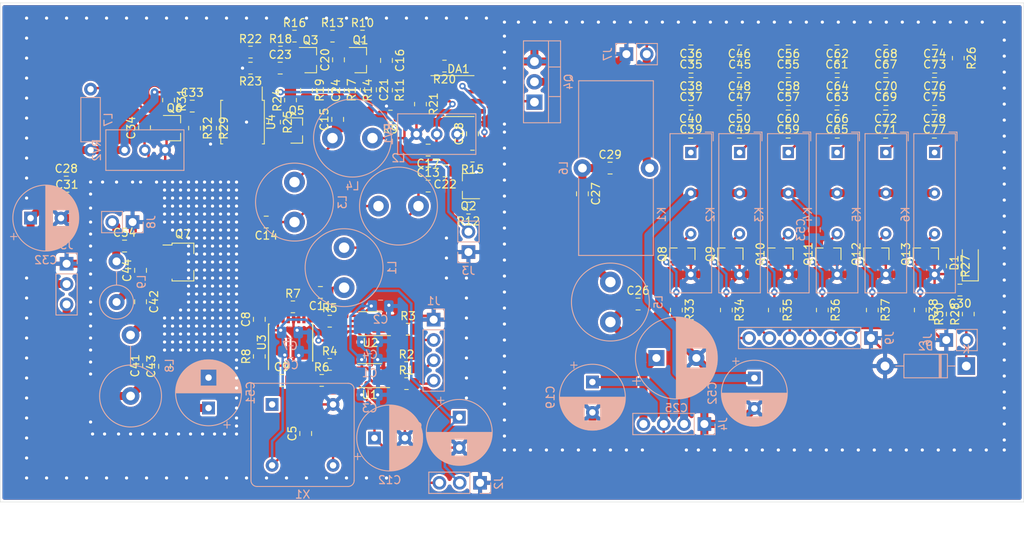
<source format=kicad_pcb>
(kicad_pcb (version 20171130) (host pcbnew 5.1.9-1.fc33)
  (layers (0 F.Cu signal) (31 B.Cu signal) (34 B.Paste user) (35 F.Paste user) (36 B.SilkS user) (37 F.SilkS user) (38 B.Mask user) (39 F.Mask user) (44 Edge.Cuts user))
  (net 0 "")
  (net 1 GND)
  (net 2 "Net-(C8-Pad2)")
  (net 3 "Net-(C9-Pad1)")
  (net 4 "Net-(C11-Pad1)")
  (net 5 "Net-(C11-Pad2)")
  (net 6 "Net-(C13-Pad1)")
  (net 7 "Net-(C15-Pad1)")
  (net 8 "Net-(C16-Pad1)")
  (net 9 "Net-(C17-Pad1)")
  (net 10 ANT_3.5)
  (net 11 "Net-(C27-Pad2)")
  (net 12 "Net-(C33-Pad2)")
  (net 13 "Net-(C35-Pad2)")
  (net 14 "Net-(D1-Pad2)")
  (net 15 "Net-(D2-Pad1)")
  (net 16 "Net-(DA1-Pad2)")
  (net 17 "Net-(DA1-Pad6)")
  (net 18 "Net-(J1-Pad2)")
  (net 19 "Net-(J1-Pad3)")
  (net 20 "Net-(K1-Pad5)")
  (net 21 "Net-(K2-Pad5)")
  (net 22 "Net-(K3-Pad5)")
  (net 23 "Net-(K4-Pad5)")
  (net 24 "Net-(K5-Pad5)")
  (net 25 "Net-(Q5-Pad1)")
  (net 26 "Net-(R1-Pad1)")
  (net 27 "Net-(R2-Pad1)")
  (net 28 "Net-(R3-Pad1)")
  (net 29 "Net-(R4-Pad1)")
  (net 30 "Net-(R4-Pad2)")
  (net 31 "Net-(R5-Pad2)")
  (net 32 "Net-(R5-Pad1)")
  (net 33 "Net-(R6-Pad1)")
  (net 34 "Net-(R6-Pad2)")
  (net 35 "Net-(R8-Pad2)")
  (net 36 "Net-(U2-Pad6)")
  (net 37 "Net-(U3-Pad6)")
  (net 38 "Net-(X1-Pad1)")
  (net 39 "Net-(C21-Pad1)")
  (net 40 "Net-(C23-Pad1)")
  (net 41 "Net-(C34-Pad2)")
  (net 42 "Net-(C37-Pad2)")
  (net 43 "Net-(C38-Pad2)")
  (net 44 "Net-(C39-Pad2)")
  (net 45 "Net-(C40-Pad2)")
  (net 46 "Net-(C42-Pad2)")
  (net 47 "Net-(C45-Pad2)")
  (net 48 "Net-(C46-Pad2)")
  (net 49 "Net-(C47-Pad2)")
  (net 50 "Net-(C48-Pad2)")
  (net 51 "Net-(C49-Pad2)")
  (net 52 "Net-(C50-Pad2)")
  (net 53 PWR_CMN_3.3)
  (net 54 PWR_CMN_5)
  (net 55 "Net-(C14-Pad1)")
  (net 56 "Net-(C16-Pad2)")
  (net 57 PWR_3.5_12)
  (net 58 "Net-(C20-Pad2)")
  (net 59 "Net-(C20-Pad1)")
  (net 60 "Net-(C22-Pad1)")
  (net 61 "Net-(C23-Pad2)")
  (net 62 "Net-(C24-Pad1)")
  (net 63 PWR_3.5_OUT)
  (net 64 "Net-(C27-Pad1)")
  (net 65 PWR_144_5)
  (net 66 "Net-(C30-Pad1)")
  (net 67 "Net-(C33-Pad1)")
  (net 68 "Net-(C34-Pad1)")
  (net 69 "Net-(C36-Pad2)")
  (net 70 PWR_144_OUT)
  (net 71 "Net-(C42-Pad1)")
  (net 72 PWR_3.5_5)
  (net 73 "Net-(C54-Pad1)")
  (net 74 "Net-(C55-Pad2)")
  (net 75 "Net-(C56-Pad2)")
  (net 76 "Net-(C57-Pad2)")
  (net 77 "Net-(C58-Pad2)")
  (net 78 "Net-(C59-Pad2)")
  (net 79 "Net-(C60-Pad2)")
  (net 80 "Net-(C61-Pad2)")
  (net 81 "Net-(C62-Pad2)")
  (net 82 "Net-(C63-Pad2)")
  (net 83 "Net-(C64-Pad2)")
  (net 84 "Net-(C65-Pad2)")
  (net 85 "Net-(C66-Pad2)")
  (net 86 "Net-(C67-Pad2)")
  (net 87 "Net-(C68-Pad2)")
  (net 88 "Net-(C69-Pad2)")
  (net 89 "Net-(C70-Pad2)")
  (net 90 "Net-(C71-Pad2)")
  (net 91 "Net-(C72-Pad2)")
  (net 92 "Net-(C73-Pad2)")
  (net 93 "Net-(C74-Pad2)")
  (net 94 "Net-(C75-Pad2)")
  (net 95 "Net-(C76-Pad2)")
  (net 96 "Net-(C77-Pad2)")
  (net 97 "Net-(C78-Pad2)")
  (net 98 "Net-(J1-Pad4)")
  (net 99 Manipulation)
  (net 100 "Net-(J9-Pad7)")
  (net 101 "Net-(J9-Pad6)")
  (net 102 "Net-(J9-Pad5)")
  (net 103 "Net-(J9-Pad4)")
  (net 104 "Net-(J9-Pad3)")
  (net 105 "Net-(J9-Pad2)")
  (net 106 "Net-(K6-Pad5)")
  (net 107 "Net-(Q2-Pad1)")
  (net 108 "Net-(Q5-Pad3)")
  (net 109 "Net-(Q8-Pad1)")
  (net 110 "Net-(Q9-Pad1)")
  (net 111 "Net-(Q10-Pad1)")
  (net 112 "Net-(Q11-Pad1)")
  (net 113 "Net-(Q12-Pad1)")
  (net 114 "Net-(Q13-Pad1)")
  (net 115 "Net-(U4-Pad8)")
  (module Capacitor_THT:CP_Radial_D8.0mm_P3.80mm (layer B.Cu) (at 73.2 68.2 270)
    (fp_text reference C10 (at 1.9 5.25 90) (layer B.SilkS) (effects (justify mirror)))
    (fp_text value "470uF x 6V")
    (pad 2 thru_hole circle (at 3.8 0 270) (size 1.6 1.6) (drill 0.8) (layers *.Cu *.Mask) (net 1 GND))
    (pad 1 thru_hole rect (at 0 0 270) (size 1.6 1.6) (drill 0.8) (layers *.Cu *.Mask) (net 53 PWR_CMN_3.3))
  )
  (module Capacitor_SMD:C_0805_2012Metric_Pad1.18x1.45mm_HandSolder (layer B.Cu) (at 62 65.4)
    (fp_text reference C3 (at 0 1.68) (layer B.SilkS) (effects (justify mirror)))
    (fp_text value 0.1uF)
    (pad 2 smd roundrect (at 1.0375 0) (size 1.175 1.45) (layers B.Cu B.Paste B.Mask) (roundrect_rratio 0.212766) (net 1 GND))
    (pad 1 smd roundrect (at -1.0375 0) (size 1.175 1.45) (layers B.Cu B.Paste B.Mask) (roundrect_rratio 0.212766) (net 54 PWR_CMN_5))
  )
  (module Package_TO_SOT_SMD:SOT-23 (layer F.Cu) (at 37.6 32.05)
    (fp_text reference Q6 (at 0 -2.5 180) (layer F.SilkS))
    (fp_text value BFS17)
    (pad 3 smd rect (at 1 0) (size 0.9 0.8) (layers F.Cu F.Paste F.Mask) (net 41 "Net-(C34-Pad2)"))
    (pad 2 smd rect (at -1 0.95) (size 0.9 0.8) (layers F.Cu F.Paste F.Mask) (net 1 GND))
    (pad 1 smd rect (at -1 -0.95) (size 0.9 0.8) (layers F.Cu F.Paste F.Mask) (net 67 "Net-(C33-Pad1)"))
  )
  (module Package_TO_SOT_SMD:SOT-89-3_Handsoldering (layer F.Cu) (at 38.35 48.8)
    (fp_text reference Q7 (at 0.3 -3.5) (layer F.SilkS))
    (fp_text value AFT05MS003N)
    (pad 2 smd custom (at -2.0625 0) (size 2.475 0.9) (layers F.Cu F.Paste F.Mask) (net 1 GND) (options (clearance outline) (anchor rect)) (primitives (gr_poly (pts (xy 1.2375 -0.8665) (xy 5.3625 -0.8665) (xy 5.3625 0.8665) (xy 1.2375 0.8665)) (width 0))))
    (pad 3 smd rect (at -2.15 1.5) (size 2.3 0.9) (layers F.Cu F.Paste F.Mask) (net 46 "Net-(C42-Pad2)"))
    (pad 1 smd rect (at -2.15 -1.5) (size 2.3 0.9) (layers F.Cu F.Paste F.Mask) (net 68 "Net-(C34-Pad1)"))
  )
  (module Oscillator:Oscillator_DIP-8 (layer B.Cu) (at 49.8 66.6)
    (fp_text reference X1 (at 3.81 11.26) (layer B.SilkS) (effects (justify mirror)))
    (fp_text value 50MHz)
    (pad 4 thru_hole circle (at 7.62 0) (size 1.6 1.6) (drill 0.8) (layers *.Cu *.Mask) (net 1 GND))
    (pad 5 thru_hole circle (at 7.62 7.62) (size 1.6 1.6) (drill 0.8) (layers *.Cu *.Mask) (net 37 "Net-(U3-Pad6)"))
    (pad 8 thru_hole circle (at 0 7.62) (size 1.6 1.6) (drill 0.8) (layers *.Cu *.Mask) (net 54 PWR_CMN_5))
    (pad 1 thru_hole rect (at 0 0) (size 1.6 1.6) (drill 0.8) (layers *.Cu *.Mask) (net 38 "Net-(X1-Pad1)"))
  )
  (module Package_SO:SOIC-8_5.23x5.23mm_P1.27mm (layer F.Cu) (at 46.1 31.3 270)
    (fp_text reference U4 (at 0 -3.56 90) (layer F.SilkS))
    (fp_text value ICS501)
    (pad 8 smd roundrect (at 3.6 -1.905 270) (size 1.6 0.6) (layers F.Cu F.Paste F.Mask) (net 115 "Net-(U4-Pad8)"))
    (pad 7 smd roundrect (at 3.6 -0.635 270) (size 1.6 0.6) (layers F.Cu F.Paste F.Mask) (net 108 "Net-(Q5-Pad3)"))
    (pad 6 smd roundrect (at 3.6 0.635 270) (size 1.6 0.6) (layers F.Cu F.Paste F.Mask) (net 65 PWR_144_5))
    (pad 5 smd roundrect (at 3.6 1.905 270) (size 1.6 0.6) (layers F.Cu F.Paste F.Mask) (net 12 "Net-(C33-Pad2)"))
    (pad 4 smd roundrect (at -3.6 1.905 270) (size 1.6 0.6) (layers F.Cu F.Paste F.Mask) (net 65 PWR_144_5))
    (pad 3 smd roundrect (at -3.6 0.635 270) (size 1.6 0.6) (layers F.Cu F.Paste F.Mask) (net 1 GND))
    (pad 2 smd roundrect (at -3.6 -0.635 270) (size 1.6 0.6) (layers F.Cu F.Paste F.Mask) (net 65 PWR_144_5))
    (pad 1 smd roundrect (at -3.6 -1.905 270) (size 1.6 0.6) (layers F.Cu F.Paste F.Mask) (net 40 "Net-(C23-Pad1)"))
  )
  (module Package_SO:SSOP-16_4.4x5.2mm_P0.65mm (layer F.Cu) (at 52.15 58.85 90)
    (fp_text reference U3 (at 0 -3.65 90) (layer F.SilkS))
    (fp_text value AD9835)
    (pad 16 smd rect (at 2.9 -2.275 90) (size 1 0.4) (layers F.Cu F.Paste F.Mask) (net 2 "Net-(C8-Pad2)"))
    (pad 15 smd rect (at 2.9 -1.625 90) (size 1 0.4) (layers F.Cu F.Paste F.Mask) (net 54 PWR_CMN_5))
    (pad 14 smd rect (at 2.9 -0.975 90) (size 1 0.4) (layers F.Cu F.Paste F.Mask) (net 5 "Net-(C11-Pad2)"))
    (pad 13 smd rect (at 2.9 -0.325 90) (size 1 0.4) (layers F.Cu F.Paste F.Mask) (net 1 GND))
    (pad 12 smd rect (at 2.9 0.325 90) (size 1 0.4) (layers F.Cu F.Paste F.Mask) (net 1 GND))
    (pad 11 smd rect (at 2.9 0.975 90) (size 1 0.4) (layers F.Cu F.Paste F.Mask) (net 1 GND))
    (pad 10 smd rect (at 2.9 1.625 90) (size 1 0.4) (layers F.Cu F.Paste F.Mask) (net 1 GND))
    (pad 9 smd rect (at 2.9 2.275 90) (size 1 0.4) (layers F.Cu F.Paste F.Mask) (net 32 "Net-(R5-Pad1)"))
    (pad 8 smd rect (at -2.9 2.275 90) (size 1 0.4) (layers F.Cu F.Paste F.Mask) (net 29 "Net-(R4-Pad1)"))
    (pad 7 smd rect (at -2.9 1.625 90) (size 1 0.4) (layers F.Cu F.Paste F.Mask) (net 33 "Net-(R6-Pad1)"))
    (pad 6 smd rect (at -2.9 0.975 90) (size 1 0.4) (layers F.Cu F.Paste F.Mask) (net 37 "Net-(U3-Pad6)"))
    (pad 5 smd rect (at -2.9 0.325 90) (size 1 0.4) (layers F.Cu F.Paste F.Mask) (net 1 GND))
    (pad 4 smd rect (at -2.9 -0.325 90) (size 1 0.4) (layers F.Cu F.Paste F.Mask) (net 54 PWR_CMN_5))
    (pad 3 smd rect (at -2.9 -0.975 90) (size 1 0.4) (layers F.Cu F.Paste F.Mask) (net 3 "Net-(C9-Pad1)"))
    (pad 2 smd rect (at -2.9 -1.625 90) (size 1 0.4) (layers F.Cu F.Paste F.Mask) (net 3 "Net-(C9-Pad1)"))
    (pad 1 smd rect (at -2.9 -2.275 90) (size 1 0.4) (layers F.Cu F.Paste F.Mask) (net 35 "Net-(R8-Pad2)"))
  )
  (module Package_SO:SSOP-8_2.95x2.8mm_P0.65mm (layer F.Cu) (at 62.1 56.5 180)
    (fp_text reference U2 (at 0 -2.4) (layer F.SilkS))
    (fp_text value 74LVC2T45DC)
    (pad 8 smd rect (at 1.7 -0.975 90) (size 0.3 1.6) (layers F.Cu F.Paste F.Mask) (net 54 PWR_CMN_5))
    (pad 7 smd rect (at 1.7 -0.325 90) (size 0.3 1.6) (layers F.Cu F.Paste F.Mask) (net 31 "Net-(R5-Pad2)"))
    (pad 6 smd rect (at 1.7 0.325 90) (size 0.3 1.6) (layers F.Cu F.Paste F.Mask) (net 36 "Net-(U2-Pad6)"))
    (pad 5 smd rect (at 1.7 0.975 90) (size 0.3 1.6) (layers F.Cu F.Paste F.Mask) (net 53 PWR_CMN_3.3))
    (pad 4 smd rect (at -1.7 0.975 90) (size 0.3 1.6) (layers F.Cu F.Paste F.Mask) (net 1 GND))
    (pad 3 smd rect (at -1.7 0.325 90) (size 0.3 1.6) (layers F.Cu F.Paste F.Mask) (net 1 GND))
    (pad 2 smd rect (at -1.7 -0.325 90) (size 0.3 1.6) (layers F.Cu F.Paste F.Mask) (net 28 "Net-(R3-Pad1)"))
    (pad 1 smd rect (at -1.7 -0.975 90) (size 0.3 1.6) (layers F.Cu F.Paste F.Mask) (net 53 PWR_CMN_3.3))
  )
  (module Package_SO:SSOP-8_2.95x2.8mm_P0.65mm (layer F.Cu) (at 62 63 180)
    (fp_text reference U1 (at 0 -2.4) (layer F.SilkS))
    (fp_text value 74LVC2T45DC)
    (pad 8 smd rect (at 1.7 -0.975 90) (size 0.3 1.6) (layers F.Cu F.Paste F.Mask) (net 54 PWR_CMN_5))
    (pad 7 smd rect (at 1.7 -0.325 90) (size 0.3 1.6) (layers F.Cu F.Paste F.Mask) (net 34 "Net-(R6-Pad2)"))
    (pad 6 smd rect (at 1.7 0.325 90) (size 0.3 1.6) (layers F.Cu F.Paste F.Mask) (net 30 "Net-(R4-Pad2)"))
    (pad 5 smd rect (at 1.7 0.975 90) (size 0.3 1.6) (layers F.Cu F.Paste F.Mask) (net 53 PWR_CMN_3.3))
    (pad 4 smd rect (at -1.7 0.975 90) (size 0.3 1.6) (layers F.Cu F.Paste F.Mask) (net 1 GND))
    (pad 3 smd rect (at -1.7 0.325 90) (size 0.3 1.6) (layers F.Cu F.Paste F.Mask) (net 27 "Net-(R2-Pad1)"))
    (pad 2 smd rect (at -1.7 -0.325 90) (size 0.3 1.6) (layers F.Cu F.Paste F.Mask) (net 26 "Net-(R1-Pad1)"))
    (pad 1 smd rect (at -1.7 -0.975 90) (size 0.3 1.6) (layers F.Cu F.Paste F.Mask) (net 53 PWR_CMN_3.3))
  )
  (module Potentiometer_THT:Potentiometer_Bourns_3386C_Horizontal (layer B.Cu) (at 31.35 34.8 270)
    (fp_text reference RV2 (at 0 3.475 90) (layer B.SilkS) (effects (justify mirror)))
    (fp_text value 20k)
    (pad 1 thru_hole circle (at 0 0 270) (size 1.44 1.44) (drill 0.8) (layers *.Cu *.Mask) (net 65 PWR_144_5))
    (pad 2 thru_hole circle (at 0 -2.54 270) (size 1.44 1.44) (drill 0.8) (layers *.Cu *.Mask) (net 68 "Net-(C34-Pad1)"))
    (pad 3 thru_hole circle (at 0 -5.08 270) (size 1.44 1.44) (drill 0.8) (layers *.Cu *.Mask) (net 1 GND))
  )
  (module Potentiometer_THT:Potentiometer_Bourns_3386C_Horizontal (layer B.Cu) (at 67.85 32.8 270)
    (fp_text reference RV1 (at 0 3.475 90) (layer B.SilkS) (effects (justify mirror)))
    (fp_text value 20k)
    (pad 1 thru_hole circle (at 0 0 270) (size 1.44 1.44) (drill 0.8) (layers *.Cu *.Mask) (net 1 GND))
    (pad 2 thru_hole circle (at 0 -2.54 270) (size 1.44 1.44) (drill 0.8) (layers *.Cu *.Mask) (net 9 "Net-(C17-Pad1)"))
    (pad 3 thru_hole circle (at 0 -5.08 270) (size 1.44 1.44) (drill 0.8) (layers *.Cu *.Mask) (net 60 "Net-(C22-Pad1)"))
  )
  (module Resistor_SMD:R_0805_2012Metric_Pad1.20x1.40mm_HandSolder (layer F.Cu) (at 130.85 54.8 270)
    (fp_text reference R38 (at 0 -1.65 90) (layer F.SilkS))
    (fp_text value 100)
    (pad 2 smd roundrect (at 1 0 270) (size 1.2 1.4) (layers F.Cu F.Paste F.Mask) (roundrect_rratio 0.208333) (net 105 "Net-(J9-Pad2)"))
    (pad 1 smd roundrect (at -1 0 270) (size 1.2 1.4) (layers F.Cu F.Paste F.Mask) (roundrect_rratio 0.208333) (net 114 "Net-(Q13-Pad1)"))
  )
  (module Resistor_SMD:R_0805_2012Metric_Pad1.20x1.40mm_HandSolder (layer F.Cu) (at 124.85 54.8 270)
    (fp_text reference R37 (at 0 -1.65 90) (layer F.SilkS))
    (fp_text value 100)
    (pad 2 smd roundrect (at 1 0 270) (size 1.2 1.4) (layers F.Cu F.Paste F.Mask) (roundrect_rratio 0.208333) (net 104 "Net-(J9-Pad3)"))
    (pad 1 smd roundrect (at -1 0 270) (size 1.2 1.4) (layers F.Cu F.Paste F.Mask) (roundrect_rratio 0.208333) (net 113 "Net-(Q12-Pad1)"))
  )
  (module Resistor_SMD:R_0805_2012Metric_Pad1.20x1.40mm_HandSolder (layer F.Cu) (at 118.6 54.8 270)
    (fp_text reference R36 (at 0 -1.65 90) (layer F.SilkS))
    (fp_text value 100)
    (pad 2 smd roundrect (at 1 0 270) (size 1.2 1.4) (layers F.Cu F.Paste F.Mask) (roundrect_rratio 0.208333) (net 103 "Net-(J9-Pad4)"))
    (pad 1 smd roundrect (at -1 0 270) (size 1.2 1.4) (layers F.Cu F.Paste F.Mask) (roundrect_rratio 0.208333) (net 112 "Net-(Q11-Pad1)"))
  )
  (module Resistor_SMD:R_0805_2012Metric_Pad1.20x1.40mm_HandSolder (layer F.Cu) (at 112.6 54.8 270)
    (fp_text reference R35 (at 0 -1.65 90) (layer F.SilkS))
    (fp_text value 100)
    (pad 2 smd roundrect (at 1 0 270) (size 1.2 1.4) (layers F.Cu F.Paste F.Mask) (roundrect_rratio 0.208333) (net 102 "Net-(J9-Pad5)"))
    (pad 1 smd roundrect (at -1 0 270) (size 1.2 1.4) (layers F.Cu F.Paste F.Mask) (roundrect_rratio 0.208333) (net 111 "Net-(Q10-Pad1)"))
  )
  (module Resistor_SMD:R_0805_2012Metric_Pad1.20x1.40mm_HandSolder (layer F.Cu) (at 106.6 54.8 270)
    (fp_text reference R34 (at 0 -1.65 90) (layer F.SilkS))
    (fp_text value 100)
    (pad 2 smd roundrect (at 1 0 270) (size 1.2 1.4) (layers F.Cu F.Paste F.Mask) (roundrect_rratio 0.208333) (net 101 "Net-(J9-Pad6)"))
    (pad 1 smd roundrect (at -1 0 270) (size 1.2 1.4) (layers F.Cu F.Paste F.Mask) (roundrect_rratio 0.208333) (net 110 "Net-(Q9-Pad1)"))
  )
  (module Resistor_SMD:R_0805_2012Metric_Pad1.20x1.40mm_HandSolder (layer F.Cu) (at 100.35 54.8 270)
    (fp_text reference R33 (at 0 -1.65 90) (layer F.SilkS))
    (fp_text value 100)
    (pad 2 smd roundrect (at 1 0 270) (size 1.2 1.4) (layers F.Cu F.Paste F.Mask) (roundrect_rratio 0.208333) (net 100 "Net-(J9-Pad7)"))
    (pad 1 smd roundrect (at -1 0 270) (size 1.2 1.4) (layers F.Cu F.Paste F.Mask) (roundrect_rratio 0.208333) (net 109 "Net-(Q8-Pad1)"))
  )
  (module Resistor_SMD:R_0805_2012Metric_Pad1.20x1.40mm_HandSolder (layer F.Cu) (at 40.1 32.05 270)
    (fp_text reference R32 (at 0 -1.65 90) (layer F.SilkS))
    (fp_text value 1k)
    (pad 2 smd roundrect (at 1 0 270) (size 1.2 1.4) (layers F.Cu F.Paste F.Mask) (roundrect_rratio 0.208333) (net 1 GND))
    (pad 1 smd roundrect (at -1 0 270) (size 1.2 1.4) (layers F.Cu F.Paste F.Mask) (roundrect_rratio 0.208333) (net 67 "Net-(C33-Pad1)"))
  )
  (module Resistor_SMD:R_0805_2012Metric_Pad1.20x1.40mm_HandSolder (layer F.Cu) (at 36.85 28.55 270)
    (fp_text reference R31 (at 0 -1.65 90) (layer F.SilkS))
    (fp_text value 6.2k)
    (pad 2 smd roundrect (at 1 0 270) (size 1.2 1.4) (layers F.Cu F.Paste F.Mask) (roundrect_rratio 0.208333) (net 67 "Net-(C33-Pad1)"))
    (pad 1 smd roundrect (at -1 0 270) (size 1.2 1.4) (layers F.Cu F.Paste F.Mask) (roundrect_rratio 0.208333) (net 65 PWR_144_5))
  )
  (module Resistor_SMD:R_0805_2012Metric_Pad1.20x1.40mm_HandSolder (layer F.Cu) (at 134.85 55.3 90)
    (fp_text reference R30 (at 0 -1.65 90) (layer F.SilkS))
    (fp_text value 10k)
    (pad 2 smd roundrect (at 1 0 90) (size 1.2 1.4) (layers F.Cu F.Paste F.Mask) (roundrect_rratio 0.208333) (net 1 GND))
    (pad 1 smd roundrect (at -1 0 90) (size 1.2 1.4) (layers F.Cu F.Paste F.Mask) (roundrect_rratio 0.208333) (net 15 "Net-(D2-Pad1)"))
  )
  (module Resistor_SMD:R_0805_2012Metric_Pad1.20x1.40mm_HandSolder (layer F.Cu) (at 42.1 32.05 270)
    (fp_text reference R29 (at 0 -1.65 90) (layer F.SilkS))
    (fp_text value 33)
    (pad 2 smd roundrect (at 1 0 270) (size 1.2 1.4) (layers F.Cu F.Paste F.Mask) (roundrect_rratio 0.208333) (net 1 GND))
    (pad 1 smd roundrect (at -1 0 270) (size 1.2 1.4) (layers F.Cu F.Paste F.Mask) (roundrect_rratio 0.208333) (net 12 "Net-(C33-Pad2)"))
  )
  (module Resistor_SMD:R_0805_2012Metric_Pad1.20x1.40mm_HandSolder (layer F.Cu) (at 136.85 55.3 90)
    (fp_text reference R28 (at 0 -1.65 90) (layer F.SilkS))
    (fp_text value 39k)
    (pad 2 smd roundrect (at 1 0 90) (size 1.2 1.4) (layers F.Cu F.Paste F.Mask) (roundrect_rratio 0.208333) (net 66 "Net-(C30-Pad1)"))
    (pad 1 smd roundrect (at -1 0 90) (size 1.2 1.4) (layers F.Cu F.Paste F.Mask) (roundrect_rratio 0.208333) (net 15 "Net-(D2-Pad1)"))
  )
  (module Resistor_SMD:R_0805_2012Metric_Pad1.20x1.40mm_HandSolder (layer F.Cu) (at 134.85 49.3 270)
    (fp_text reference R27 (at 0 -1.65 90) (layer F.SilkS))
    (fp_text value 11k)
    (pad 2 smd roundrect (at 1 0 270) (size 1.2 1.4) (layers F.Cu F.Paste F.Mask) (roundrect_rratio 0.208333) (net 1 GND))
    (pad 1 smd roundrect (at -1 0 270) (size 1.2 1.4) (layers F.Cu F.Paste F.Mask) (roundrect_rratio 0.208333) (net 14 "Net-(D1-Pad2)"))
  )
  (module Resistor_SMD:R_0805_2012Metric_Pad1.20x1.40mm_HandSolder (layer F.Cu) (at 135.6 23.3 270)
    (fp_text reference R26 (at 0 -1.65 90) (layer F.SilkS))
    (fp_text value 220k)
    (pad 2 smd roundrect (at 1 0 270) (size 1.2 1.4) (layers F.Cu F.Paste F.Mask) (roundrect_rratio 0.208333) (net 14 "Net-(D1-Pad2)"))
    (pad 1 smd roundrect (at -1 0 270) (size 1.2 1.4) (layers F.Cu F.Paste F.Mask) (roundrect_rratio 0.208333) (net 10 ANT_3.5))
  )
  (module Resistor_SMD:R_0805_2012Metric_Pad1.20x1.40mm_HandSolder (layer F.Cu) (at 50.1 31.3 270)
    (fp_text reference R25 (at 0 -1.65 90) (layer F.SilkS))
    (fp_text value 47k)
    (pad 2 smd roundrect (at 1 0 270) (size 1.2 1.4) (layers F.Cu F.Paste F.Mask) (roundrect_rratio 0.208333) (net 108 "Net-(Q5-Pad3)"))
    (pad 1 smd roundrect (at -1 0 270) (size 1.2 1.4) (layers F.Cu F.Paste F.Mask) (roundrect_rratio 0.208333) (net 65 PWR_144_5))
  )
  (module Resistor_SMD:R_0805_2012Metric_Pad1.20x1.40mm_HandSolder (layer F.Cu) (at 52.1 28.55 90)
    (fp_text reference R24 (at 0 -1.65 90) (layer F.SilkS))
    (fp_text value 100)
    (pad 2 smd roundrect (at 1 0 90) (size 1.2 1.4) (layers F.Cu F.Paste F.Mask) (roundrect_rratio 0.208333) (net 99 Manipulation))
    (pad 1 smd roundrect (at -1 0 90) (size 1.2 1.4) (layers F.Cu F.Paste F.Mask) (roundrect_rratio 0.208333) (net 25 "Net-(Q5-Pad1)"))
  )
  (module Resistor_SMD:R_0805_2012Metric_Pad1.20x1.40mm_HandSolder (layer F.Cu) (at 47.1 24.55 180)
    (fp_text reference R23 (at 0 -1.65) (layer F.SilkS))
    (fp_text value 4.7k)
    (pad 2 smd roundrect (at 1 0 180) (size 1.2 1.4) (layers F.Cu F.Paste F.Mask) (roundrect_rratio 0.208333) (net 1 GND))
    (pad 1 smd roundrect (at -1 0 180) (size 1.2 1.4) (layers F.Cu F.Paste F.Mask) (roundrect_rratio 0.208333) (net 40 "Net-(C23-Pad1)"))
  )
  (module Resistor_SMD:R_0805_2012Metric_Pad1.20x1.40mm_HandSolder (layer F.Cu) (at 47.1 22.55)
    (fp_text reference R22 (at 0 -1.65) (layer F.SilkS))
    (fp_text value 4.7k)
    (pad 2 smd roundrect (at 1 0) (size 1.2 1.4) (layers F.Cu F.Paste F.Mask) (roundrect_rratio 0.208333) (net 40 "Net-(C23-Pad1)"))
    (pad 1 smd roundrect (at -1 0) (size 1.2 1.4) (layers F.Cu F.Paste F.Mask) (roundrect_rratio 0.208333) (net 65 PWR_144_5))
  )
  (module Resistor_SMD:R_0805_2012Metric_Pad1.20x1.40mm_HandSolder (layer F.Cu) (at 68.35 29.05 270)
    (fp_text reference R21 (at 0 -1.65 90) (layer F.SilkS))
    (fp_text value 2k)
    (pad 2 smd roundrect (at 1 0 270) (size 1.2 1.4) (layers F.Cu F.Paste F.Mask) (roundrect_rratio 0.208333) (net 1 GND))
    (pad 1 smd roundrect (at -1 0 270) (size 1.2 1.4) (layers F.Cu F.Paste F.Mask) (roundrect_rratio 0.208333) (net 16 "Net-(DA1-Pad2)"))
  )
  (module Resistor_SMD:R_0805_2012Metric_Pad1.20x1.40mm_HandSolder (layer F.Cu) (at 71.35 24.3 180)
    (fp_text reference R20 (at 0 -1.65) (layer F.SilkS))
    (fp_text value 3.9k)
    (pad 2 smd roundrect (at 1 0 180) (size 1.2 1.4) (layers F.Cu F.Paste F.Mask) (roundrect_rratio 0.208333) (net 16 "Net-(DA1-Pad2)"))
    (pad 1 smd roundrect (at -1 0 180) (size 1.2 1.4) (layers F.Cu F.Paste F.Mask) (roundrect_rratio 0.208333) (net 17 "Net-(DA1-Pad6)"))
  )
  (module Resistor_SMD:R_0805_2012Metric_Pad1.20x1.40mm_HandSolder (layer F.Cu) (at 54.1 27.3 270)
    (fp_text reference R19 (at 0 -1.65 90) (layer F.SilkS))
    (fp_text value 100)
    (pad 2 smd roundrect (at 1 0 270) (size 1.2 1.4) (layers F.Cu F.Paste F.Mask) (roundrect_rratio 0.208333) (net 1 GND))
    (pad 1 smd roundrect (at -1 0 270) (size 1.2 1.4) (layers F.Cu F.Paste F.Mask) (roundrect_rratio 0.208333) (net 62 "Net-(C24-Pad1)"))
  )
  (module Resistor_SMD:R_0805_2012Metric_Pad1.20x1.40mm_HandSolder (layer F.Cu) (at 50.85 22.55)
    (fp_text reference R18 (at 0 -1.65) (layer F.SilkS))
    (fp_text value 1k)
    (pad 2 smd roundrect (at 1 0) (size 1.2 1.4) (layers F.Cu F.Paste F.Mask) (roundrect_rratio 0.208333) (net 61 "Net-(C23-Pad2)"))
    (pad 1 smd roundrect (at -1 0) (size 1.2 1.4) (layers F.Cu F.Paste F.Mask) (roundrect_rratio 0.208333) (net 65 PWR_144_5))
  )
  (module Resistor_SMD:R_0805_2012Metric_Pad1.20x1.40mm_HandSolder (layer F.Cu) (at 58.1 27.3 270)
    (fp_text reference R17 (at 0 -1.65 90) (layer F.SilkS))
    (fp_text value 6.8k)
    (pad 2 smd roundrect (at 1 0 270) (size 1.2 1.4) (layers F.Cu F.Paste F.Mask) (roundrect_rratio 0.208333) (net 1 GND))
    (pad 1 smd roundrect (at -1 0 270) (size 1.2 1.4) (layers F.Cu F.Paste F.Mask) (roundrect_rratio 0.208333) (net 59 "Net-(C20-Pad1)"))
  )
  (module Resistor_SMD:R_0805_2012Metric_Pad1.20x1.40mm_HandSolder (layer F.Cu) (at 52.6 20.55)
    (fp_text reference R16 (at 0 -1.65) (layer F.SilkS))
    (fp_text value 30k)
    (pad 2 smd roundrect (at 1 0) (size 1.2 1.4) (layers F.Cu F.Paste F.Mask) (roundrect_rratio 0.208333) (net 59 "Net-(C20-Pad1)"))
    (pad 1 smd roundrect (at -1 0) (size 1.2 1.4) (layers F.Cu F.Paste F.Mask) (roundrect_rratio 0.208333) (net 65 PWR_144_5))
  )
  (module Resistor_SMD:R_0805_2012Metric_Pad1.20x1.40mm_HandSolder (layer F.Cu) (at 74.85 35.55 180)
    (fp_text reference R15 (at 0 -1.65) (layer F.SilkS))
    (fp_text value 56k)
    (pad 2 smd roundrect (at 1 0 180) (size 1.2 1.4) (layers F.Cu F.Paste F.Mask) (roundrect_rratio 0.208333) (net 60 "Net-(C22-Pad1)"))
    (pad 1 smd roundrect (at -1 0 180) (size 1.2 1.4) (layers F.Cu F.Paste F.Mask) (roundrect_rratio 0.208333) (net 57 PWR_3.5_12))
  )
  (module Resistor_SMD:R_0805_2012Metric_Pad1.20x1.40mm_HandSolder (layer F.Cu) (at 60.1 27.3 270)
    (fp_text reference R14 (at 0 -1.65 90) (layer F.SilkS))
    (fp_text value 100)
    (pad 2 smd roundrect (at 1 0 270) (size 1.2 1.4) (layers F.Cu F.Paste F.Mask) (roundrect_rratio 0.208333) (net 1 GND))
    (pad 1 smd roundrect (at -1 0 270) (size 1.2 1.4) (layers F.Cu F.Paste F.Mask) (roundrect_rratio 0.208333) (net 39 "Net-(C21-Pad1)"))
  )
  (module Resistor_SMD:R_0805_2012Metric_Pad1.20x1.40mm_HandSolder (layer F.Cu) (at 57.35 20.55)
    (fp_text reference R13 (at 0 -1.65) (layer F.SilkS))
    (fp_text value 1k)
    (pad 2 smd roundrect (at 1 0) (size 1.2 1.4) (layers F.Cu F.Paste F.Mask) (roundrect_rratio 0.208333) (net 58 "Net-(C20-Pad2)"))
    (pad 1 smd roundrect (at -1 0) (size 1.2 1.4) (layers F.Cu F.Paste F.Mask) (roundrect_rratio 0.208333) (net 65 PWR_144_5))
  )
  (module Resistor_SMD:R_0805_2012Metric_Pad1.20x1.40mm_HandSolder (layer F.Cu) (at 74.35 42.05 180)
    (fp_text reference R12 (at 0 -1.65) (layer F.SilkS))
    (fp_text value 100)
    (pad 2 smd roundrect (at 1 0 180) (size 1.2 1.4) (layers F.Cu F.Paste F.Mask) (roundrect_rratio 0.208333) (net 99 Manipulation))
    (pad 1 smd roundrect (at -1 0 180) (size 1.2 1.4) (layers F.Cu F.Paste F.Mask) (roundrect_rratio 0.208333) (net 107 "Net-(Q2-Pad1)"))
  )
  (module Resistor_SMD:R_0805_2012Metric_Pad1.20x1.40mm_HandSolder (layer F.Cu) (at 64.1 27.3 270)
    (fp_text reference R11 (at 0 -1.65 90) (layer F.SilkS))
    (fp_text value 6.8k)
    (pad 2 smd roundrect (at 1 0 270) (size 1.2 1.4) (layers F.Cu F.Paste F.Mask) (roundrect_rratio 0.208333) (net 1 GND))
    (pad 1 smd roundrect (at -1 0 270) (size 1.2 1.4) (layers F.Cu F.Paste F.Mask) (roundrect_rratio 0.208333) (net 56 "Net-(C16-Pad2)"))
  )
  (module Resistor_SMD:R_0805_2012Metric_Pad1.20x1.40mm_HandSolder (layer F.Cu) (at 61.1 20.55)
    (fp_text reference R10 (at 0 -1.65) (layer F.SilkS))
    (fp_text value 30k)
    (pad 2 smd roundrect (at 1 0) (size 1.2 1.4) (layers F.Cu F.Paste F.Mask) (roundrect_rratio 0.208333) (net 56 "Net-(C16-Pad2)"))
    (pad 1 smd roundrect (at -1 0) (size 1.2 1.4) (layers F.Cu F.Paste F.Mask) (roundrect_rratio 0.208333) (net 65 PWR_144_5))
  )
  (module Resistor_SMD:R_0805_2012Metric_Pad1.20x1.40mm_HandSolder (layer F.Cu) (at 64.6 30.55 180)
    (fp_text reference R9 (at 0 -1.65) (layer F.SilkS))
    (fp_text value 4.7k)
    (pad 2 smd roundrect (at 1 0 180) (size 1.2 1.4) (layers F.Cu F.Paste F.Mask) (roundrect_rratio 0.208333) (net 1 GND))
    (pad 1 smd roundrect (at -1 0 180) (size 1.2 1.4) (layers F.Cu F.Paste F.Mask) (roundrect_rratio 0.208333) (net 8 "Net-(C16-Pad1)"))
  )
  (module Resistor_SMD:R_0805_2012Metric_Pad1.20x1.40mm_HandSolder (layer F.Cu) (at 48.2 60.6 90)
    (fp_text reference R8 (at 0 -1.65 90) (layer F.SilkS))
    (fp_text value 3.9k)
    (pad 2 smd roundrect (at 1 0 90) (size 1.2 1.4) (layers F.Cu F.Paste F.Mask) (roundrect_rratio 0.208333) (net 35 "Net-(R8-Pad2)"))
    (pad 1 smd roundrect (at -1 0 90) (size 1.2 1.4) (layers F.Cu F.Paste F.Mask) (roundrect_rratio 0.208333) (net 1 GND))
  )
  (module Resistor_SMD:R_0805_2012Metric_Pad1.20x1.40mm_HandSolder (layer F.Cu) (at 52.4 54.4)
    (fp_text reference R7 (at 0 -1.65) (layer F.SilkS))
    (fp_text value 300)
    (pad 2 smd roundrect (at 1 0) (size 1.2 1.4) (layers F.Cu F.Paste F.Mask) (roundrect_rratio 0.208333) (net 1 GND))
    (pad 1 smd roundrect (at -1 0) (size 1.2 1.4) (layers F.Cu F.Paste F.Mask) (roundrect_rratio 0.208333) (net 5 "Net-(C11-Pad2)"))
  )
  (module Resistor_SMD:R_0805_2012Metric_Pad1.20x1.40mm_HandSolder (layer F.Cu) (at 56 63.6)
    (fp_text reference R6 (at 0 -1.65) (layer F.SilkS))
    (fp_text value 100)
    (pad 2 smd roundrect (at 1 0) (size 1.2 1.4) (layers F.Cu F.Paste F.Mask) (roundrect_rratio 0.208333) (net 34 "Net-(R6-Pad2)"))
    (pad 1 smd roundrect (at -1 0) (size 1.2 1.4) (layers F.Cu F.Paste F.Mask) (roundrect_rratio 0.208333) (net 33 "Net-(R6-Pad1)"))
  )
  (module Resistor_SMD:R_0805_2012Metric_Pad1.20x1.40mm_HandSolder (layer F.Cu) (at 57 56.2)
    (fp_text reference R5 (at 0 -1.65) (layer F.SilkS))
    (fp_text value 100)
    (pad 2 smd roundrect (at 1 0) (size 1.2 1.4) (layers F.Cu F.Paste F.Mask) (roundrect_rratio 0.208333) (net 31 "Net-(R5-Pad2)"))
    (pad 1 smd roundrect (at -1 0) (size 1.2 1.4) (layers F.Cu F.Paste F.Mask) (roundrect_rratio 0.208333) (net 32 "Net-(R5-Pad1)"))
  )
  (module Resistor_SMD:R_0805_2012Metric_Pad1.20x1.40mm_HandSolder (layer F.Cu) (at 57 61.6)
    (fp_text reference R4 (at 0 -1.65) (layer F.SilkS))
    (fp_text value 100)
    (pad 2 smd roundrect (at 1 0) (size 1.2 1.4) (layers F.Cu F.Paste F.Mask) (roundrect_rratio 0.208333) (net 30 "Net-(R4-Pad2)"))
    (pad 1 smd roundrect (at -1 0) (size 1.2 1.4) (layers F.Cu F.Paste F.Mask) (roundrect_rratio 0.208333) (net 29 "Net-(R4-Pad1)"))
  )
  (module Resistor_SMD:R_0805_2012Metric_Pad1.20x1.40mm_HandSolder (layer F.Cu) (at 66.8 57.2)
    (fp_text reference R3 (at 0 -1.65) (layer F.SilkS))
    (fp_text value 100)
    (pad 2 smd roundrect (at 1 0) (size 1.2 1.4) (layers F.Cu F.Paste F.Mask) (roundrect_rratio 0.208333) (net 18 "Net-(J1-Pad2)"))
    (pad 1 smd roundrect (at -1 0) (size 1.2 1.4) (layers F.Cu F.Paste F.Mask) (roundrect_rratio 0.208333) (net 28 "Net-(R3-Pad1)"))
  )
  (module Resistor_SMD:R_0805_2012Metric_Pad1.20x1.40mm_HandSolder (layer F.Cu) (at 66.6 62)
    (fp_text reference R2 (at 0 -1.65) (layer F.SilkS))
    (fp_text value 100)
    (pad 2 smd roundrect (at 1 0) (size 1.2 1.4) (layers F.Cu F.Paste F.Mask) (roundrect_rratio 0.208333) (net 19 "Net-(J1-Pad3)"))
    (pad 1 smd roundrect (at -1 0) (size 1.2 1.4) (layers F.Cu F.Paste F.Mask) (roundrect_rratio 0.208333) (net 27 "Net-(R2-Pad1)"))
  )
  (module Resistor_SMD:R_0805_2012Metric_Pad1.20x1.40mm_HandSolder (layer F.Cu) (at 66.6 64)
    (fp_text reference R1 (at 0 -1.65) (layer F.SilkS))
    (fp_text value 100)
    (pad 2 smd roundrect (at 1 0) (size 1.2 1.4) (layers F.Cu F.Paste F.Mask) (roundrect_rratio 0.208333) (net 98 "Net-(J1-Pad4)"))
    (pad 1 smd roundrect (at -1 0) (size 1.2 1.4) (layers F.Cu F.Paste F.Mask) (roundrect_rratio 0.208333) (net 26 "Net-(R1-Pad1)"))
  )
  (module Package_TO_SOT_SMD:SOT-23 (layer F.Cu) (at 131.55 47.8 90)
    (fp_text reference Q13 (at 0 -2.5 90) (layer F.SilkS))
    (fp_text value IRLML2502)
    (pad 3 smd rect (at 1 0 90) (size 0.9 0.8) (layers F.Cu F.Paste F.Mask) (net 106 "Net-(K6-Pad5)"))
    (pad 2 smd rect (at -1 0.95 90) (size 0.9 0.8) (layers F.Cu F.Paste F.Mask) (net 1 GND))
    (pad 1 smd rect (at -1 -0.95 90) (size 0.9 0.8) (layers F.Cu F.Paste F.Mask) (net 114 "Net-(Q13-Pad1)"))
  )
  (module Package_TO_SOT_SMD:SOT-23 (layer F.Cu) (at 125.35 47.8 90)
    (fp_text reference Q12 (at 0 -2.5 90) (layer F.SilkS))
    (fp_text value IRLML2502)
    (pad 3 smd rect (at 1 0 90) (size 0.9 0.8) (layers F.Cu F.Paste F.Mask) (net 24 "Net-(K5-Pad5)"))
    (pad 2 smd rect (at -1 0.95 90) (size 0.9 0.8) (layers F.Cu F.Paste F.Mask) (net 1 GND))
    (pad 1 smd rect (at -1 -0.95 90) (size 0.9 0.8) (layers F.Cu F.Paste F.Mask) (net 113 "Net-(Q12-Pad1)"))
  )
  (module Package_TO_SOT_SMD:SOT-23 (layer F.Cu) (at 119.35 47.8 90)
    (fp_text reference Q11 (at 0 -2.5 90) (layer F.SilkS))
    (fp_text value IRLML2502)
    (pad 3 smd rect (at 1 0 90) (size 0.9 0.8) (layers F.Cu F.Paste F.Mask) (net 23 "Net-(K4-Pad5)"))
    (pad 2 smd rect (at -1 0.95 90) (size 0.9 0.8) (layers F.Cu F.Paste F.Mask) (net 1 GND))
    (pad 1 smd rect (at -1 -0.95 90) (size 0.9 0.8) (layers F.Cu F.Paste F.Mask) (net 112 "Net-(Q11-Pad1)"))
  )
  (module Package_TO_SOT_SMD:SOT-23 (layer F.Cu) (at 113.35 47.8 90)
    (fp_text reference Q10 (at 0 -2.5 90) (layer F.SilkS))
    (fp_text value IRLML2502)
    (pad 3 smd rect (at 1 0 90) (size 0.9 0.8) (layers F.Cu F.Paste F.Mask) (net 22 "Net-(K3-Pad5)"))
    (pad 2 smd rect (at -1 0.95 90) (size 0.9 0.8) (layers F.Cu F.Paste F.Mask) (net 1 GND))
    (pad 1 smd rect (at -1 -0.95 90) (size 0.9 0.8) (layers F.Cu F.Paste F.Mask) (net 111 "Net-(Q10-Pad1)"))
  )
  (module Package_TO_SOT_SMD:SOT-23 (layer F.Cu) (at 107.1 47.8 90)
    (fp_text reference Q9 (at 0 -2.5 90) (layer F.SilkS))
    (fp_text value IRLML2502)
    (pad 3 smd rect (at 1 0 90) (size 0.9 0.8) (layers F.Cu F.Paste F.Mask) (net 21 "Net-(K2-Pad5)"))
    (pad 2 smd rect (at -1 0.95 90) (size 0.9 0.8) (layers F.Cu F.Paste F.Mask) (net 1 GND))
    (pad 1 smd rect (at -1 -0.95 90) (size 0.9 0.8) (layers F.Cu F.Paste F.Mask) (net 110 "Net-(Q9-Pad1)"))
  )
  (module Package_TO_SOT_SMD:SOT-23 (layer F.Cu) (at 101.1 47.8 90)
    (fp_text reference Q8 (at 0 -2.5 90) (layer F.SilkS))
    (fp_text value IRLML2502)
    (pad 3 smd rect (at 1 0 90) (size 0.9 0.8) (layers F.Cu F.Paste F.Mask) (net 20 "Net-(K1-Pad5)"))
    (pad 2 smd rect (at -1 0.95 90) (size 0.9 0.8) (layers F.Cu F.Paste F.Mask) (net 1 GND))
    (pad 1 smd rect (at -1 -0.95 90) (size 0.9 0.8) (layers F.Cu F.Paste F.Mask) (net 109 "Net-(Q8-Pad1)"))
  )
  (module Package_TO_SOT_SMD:SOT-23 (layer F.Cu) (at 52.85 32.35)
    (fp_text reference Q5 (at 0 -2.5) (layer F.SilkS))
    (fp_text value BSS138)
    (pad 3 smd rect (at 1 0) (size 0.9 0.8) (layers F.Cu F.Paste F.Mask) (net 108 "Net-(Q5-Pad3)"))
    (pad 2 smd rect (at -1 0.95) (size 0.9 0.8) (layers F.Cu F.Paste F.Mask) (net 1 GND))
    (pad 1 smd rect (at -1 -0.95) (size 0.9 0.8) (layers F.Cu F.Paste F.Mask) (net 25 "Net-(Q5-Pad1)"))
  )
  (module Package_TO_SOT_THT:TO-220-3_Vertical (layer B.Cu) (at 82.6 28.8 90)
    (fp_text reference Q4 (at 2.54 4.27 90) (layer B.SilkS) (effects (justify mirror)))
    (fp_text value IRF610)
    (pad 3 thru_hole oval (at 5.08 0 90) (size 1.905 2) (drill 1.1) (layers *.Cu *.Mask) (net 1 GND))
    (pad 2 thru_hole oval (at 2.54 0 90) (size 1.905 2) (drill 1.1) (layers *.Cu *.Mask) (net 11 "Net-(C27-Pad2)"))
    (pad 1 thru_hole rect (at 0 0 90) (size 1.905 2) (drill 1.1) (layers *.Cu *.Mask) (net 17 "Net-(DA1-Pad6)"))
  )
  (module Package_TO_SOT_SMD:SOT-23 (layer F.Cu) (at 54.6 23.55)
    (fp_text reference Q3 (at 0 -2.5) (layer F.SilkS))
    (fp_text value BC847)
    (pad 3 smd rect (at 1 0) (size 0.9 0.8) (layers F.Cu F.Paste F.Mask) (net 61 "Net-(C23-Pad2)"))
    (pad 2 smd rect (at -1 0.95) (size 0.9 0.8) (layers F.Cu F.Paste F.Mask) (net 62 "Net-(C24-Pad1)"))
    (pad 1 smd rect (at -1 -0.95) (size 0.9 0.8) (layers F.Cu F.Paste F.Mask) (net 59 "Net-(C20-Pad1)"))
  )
  (module Package_TO_SOT_SMD:SOT-23 (layer F.Cu) (at 74.35 39.3 180)
    (fp_text reference Q2 (at 0 -2.5) (layer F.SilkS))
    (fp_text value BSS138)
    (pad 3 smd rect (at 1 0 180) (size 0.9 0.8) (layers F.Cu F.Paste F.Mask) (net 60 "Net-(C22-Pad1)"))
    (pad 2 smd rect (at -1 0.95 180) (size 0.9 0.8) (layers F.Cu F.Paste F.Mask) (net 1 GND))
    (pad 1 smd rect (at -1 -0.95 180) (size 0.9 0.8) (layers F.Cu F.Paste F.Mask) (net 107 "Net-(Q2-Pad1)"))
  )
  (module Package_TO_SOT_SMD:SOT-23 (layer F.Cu) (at 60.85 23.55)
    (fp_text reference Q1 (at 0 -2.5) (layer F.SilkS))
    (fp_text value BC847)
    (pad 3 smd rect (at 1 0) (size 0.9 0.8) (layers F.Cu F.Paste F.Mask) (net 58 "Net-(C20-Pad2)"))
    (pad 2 smd rect (at -1 0.95) (size 0.9 0.8) (layers F.Cu F.Paste F.Mask) (net 39 "Net-(C21-Pad1)"))
    (pad 1 smd rect (at -1 -0.95) (size 0.9 0.8) (layers F.Cu F.Paste F.Mask) (net 56 "Net-(C16-Pad2)"))
  )
  (module Inductor_THT:L_Axial_L9.5mm_D4.0mm_P5.08mm_Vertical_Fastron_SMCC (layer B.Cu) (at 30.35 53.8 90)
    (fp_text reference L9 (at 2.54 3.12 90) (layer B.SilkS) (effects (justify mirror)))
    (fp_text value 23.5nH)
    (pad 2 thru_hole oval (at 5.08 0 90) (size 2 2) (drill 1) (layers *.Cu *.Mask) (net 73 "Net-(C54-Pad1)"))
    (pad 1 thru_hole circle (at 0 0 90) (size 2 2) (drill 1) (layers *.Cu *.Mask) (net 71 "Net-(C42-Pad1)"))
  )
  (module Inductor_THT:L_Axial_L16.0mm_D7.5mm_P7.62mm_Vertical_Fastron_XHBCC (layer B.Cu) (at 32.1 65.55 90)
    (fp_text reference L8 (at 3.81 4.87 90) (layer B.SilkS) (effects (justify mirror)))
    (fp_text value 300nH)
    (pad 2 thru_hole oval (at 7.62 0 90) (size 2.2 2.2) (drill 1.1) (layers *.Cu *.Mask) (net 46 "Net-(C42-Pad2)"))
    (pad 1 thru_hole circle (at 0 0 90) (size 2.2 2.2) (drill 1.1) (layers *.Cu *.Mask) (net 70 PWR_144_OUT))
  )
  (module Inductor_THT:L_Axial_L5.3mm_D2.2mm_P7.62mm_Horizontal_Vishay_IM-1 (layer B.Cu) (at 27.1 34.8 90)
    (fp_text reference L7 (at 3.81 2.22 90) (layer B.SilkS) (effects (justify mirror)))
    (fp_text value 200nH)
    (pad 2 thru_hole oval (at 7.62 0 90) (size 1.6 1.6) (drill 0.8) (layers *.Cu *.Mask) (net 41 "Net-(C34-Pad2)"))
    (pad 1 thru_hole circle (at 0 0 90) (size 1.6 1.6) (drill 0.8) (layers *.Cu *.Mask) (net 65 PWR_144_5))
  )
  (module Inductor_THT:L_Toroid_Vertical_L21.6mm_W9.1mm_P8.40mm_Bourns_5700 (layer B.Cu) (at 88.6 37.05 270)
    (fp_text reference L6 (at 0 2.35 90) (layer B.SilkS) (effects (justify mirror)))
    (fp_text value 21uH)
    (pad 2 thru_hole circle (at 0 -8.4 270) (size 2.2 2.2) (drill 1.1) (layers *.Cu *.Mask) (net 10 ANT_3.5))
    (pad 1 thru_hole circle (at 0 0 270) (size 2.2 2.2) (drill 1.1) (layers *.Cu *.Mask) (net 64 "Net-(C27-Pad1)"))
  )
  (module Inductor_THT:L_Radial_D9.5mm_P5.00mm_Fastron_07HVP (layer B.Cu) (at 92.1 56.3 90)
    (fp_text reference L5 (at 2.5 6 270) (layer B.SilkS) (effects (justify mirror)))
    (fp_text value 10uH)
    (pad 2 thru_hole circle (at 5 0 90) (size 2.6 2.6) (drill 1.3) (layers *.Cu *.Mask) (net 11 "Net-(C27-Pad2)"))
    (pad 1 thru_hole circle (at 0 0 90) (size 2.6 2.6) (drill 1.3) (layers *.Cu *.Mask) (net 63 PWR_3.5_OUT))
  )
  (module Inductor_THT:L_Radial_D9.5mm_P5.00mm_Fastron_07HVP (layer B.Cu) (at 57.35 33.3)
    (fp_text reference L4 (at 2.5 6) (layer B.SilkS) (effects (justify mirror)))
    (fp_text value 3.3uH)
    (pad 2 thru_hole circle (at 5 0) (size 2.6 2.6) (drill 1.3) (layers *.Cu *.Mask) (net 8 "Net-(C16-Pad1)"))
    (pad 1 thru_hole circle (at 0 0) (size 2.6 2.6) (drill 1.3) (layers *.Cu *.Mask) (net 7 "Net-(C15-Pad1)"))
  )
  (module Inductor_THT:L_Radial_D9.5mm_P5.00mm_Fastron_07HVP (layer B.Cu) (at 52.6 43.8 90)
    (fp_text reference L3 (at 2.5 6 90) (layer B.SilkS) (effects (justify mirror)))
    (fp_text value 4.7uH)
    (pad 2 thru_hole circle (at 5 0 90) (size 2.6 2.6) (drill 1.3) (layers *.Cu *.Mask) (net 7 "Net-(C15-Pad1)"))
    (pad 1 thru_hole circle (at 0 0 90) (size 2.6 2.6) (drill 1.3) (layers *.Cu *.Mask) (net 55 "Net-(C14-Pad1)"))
  )
  (module Inductor_THT:L_Radial_D9.5mm_P5.00mm_Fastron_07HVP (layer B.Cu) (at 68.1 41.8 180)
    (fp_text reference L2 (at 2.5 6) (layer B.SilkS) (effects (justify mirror)))
    (fp_text value 4.7uH)
    (pad 2 thru_hole circle (at 5 0 180) (size 2.6 2.6) (drill 1.3) (layers *.Cu *.Mask) (net 55 "Net-(C14-Pad1)"))
    (pad 1 thru_hole circle (at 0 0 180) (size 2.6 2.6) (drill 1.3) (layers *.Cu *.Mask) (net 6 "Net-(C13-Pad1)"))
  )
  (module Inductor_THT:L_Radial_D9.5mm_P5.00mm_Fastron_07HVP (layer B.Cu) (at 58.8 52 90)
    (fp_text reference L1 (at 2.5 6 90) (layer B.SilkS) (effects (justify mirror)))
    (fp_text value 3.3uH)
    (pad 2 thru_hole circle (at 5 0 90) (size 2.6 2.6) (drill 1.3) (layers *.Cu *.Mask) (net 6 "Net-(C13-Pad1)"))
    (pad 1 thru_hole circle (at 0 0 90) (size 2.6 2.6) (drill 1.3) (layers *.Cu *.Mask) (net 4 "Net-(C11-Pad1)"))
  )
  (module Relay_THT:Relay_SPST_StandexMeder_SIL_Form1A (layer B.Cu) (at 132.636 35.1 270)
    (fp_text reference K6 (at 7.75 3.65 270) (layer B.SilkS) (effects (justify mirror)))
    (fp_text value EDR101A0500)
    (pad 1 thru_hole rect (at 0 0 270) (size 1.4 1.4) (drill 0.7) (layers *.Cu *.Mask) (net 97 "Net-(C78-Pad2)"))
    (pad 3 thru_hole circle (at 5.08 0 270) (size 1.4 1.4) (drill 0.7) (layers *.Cu *.Mask) (net 72 PWR_3.5_5))
    (pad 5 thru_hole circle (at 10.16 0 270) (size 1.4 1.4) (drill 0.7) (layers *.Cu *.Mask) (net 106 "Net-(K6-Pad5)"))
    (pad 7 thru_hole circle (at 15.24 0 270) (size 1.4 1.4) (drill 0.7) (layers *.Cu *.Mask) (net 1 GND))
  )
  (module Relay_THT:Relay_SPST_StandexMeder_SIL_Form1A (layer B.Cu) (at 126.54 35.1 270)
    (fp_text reference K5 (at 7.75 3.65 270) (layer B.SilkS) (effects (justify mirror)))
    (fp_text value EDR101A0500)
    (pad 1 thru_hole rect (at 0 0 270) (size 1.4 1.4) (drill 0.7) (layers *.Cu *.Mask) (net 91 "Net-(C72-Pad2)"))
    (pad 3 thru_hole circle (at 5.08 0 270) (size 1.4 1.4) (drill 0.7) (layers *.Cu *.Mask) (net 72 PWR_3.5_5))
    (pad 5 thru_hole circle (at 10.16 0 270) (size 1.4 1.4) (drill 0.7) (layers *.Cu *.Mask) (net 24 "Net-(K5-Pad5)"))
    (pad 7 thru_hole circle (at 15.24 0 270) (size 1.4 1.4) (drill 0.7) (layers *.Cu *.Mask) (net 1 GND))
  )
  (module Relay_THT:Relay_SPST_StandexMeder_SIL_Form1A (layer B.Cu) (at 120.444 35.1 270)
    (fp_text reference K4 (at 7.75 3.65 270) (layer B.SilkS) (effects (justify mirror)))
    (fp_text value EDR101A0500)
    (pad 1 thru_hole rect (at 0 0 270) (size 1.4 1.4) (drill 0.7) (layers *.Cu *.Mask) (net 85 "Net-(C66-Pad2)"))
    (pad 3 thru_hole circle (at 5.08 0 270) (size 1.4 1.4) (drill 0.7) (layers *.Cu *.Mask) (net 72 PWR_3.5_5))
    (pad 5 thru_hole circle (at 10.16 0 270) (size 1.4 1.4) (drill 0.7) (layers *.Cu *.Mask) (net 23 "Net-(K4-Pad5)"))
    (pad 7 thru_hole circle (at 15.24 0 270) (size 1.4 1.4) (drill 0.7) (layers *.Cu *.Mask) (net 1 GND))
  )
  (module Relay_THT:Relay_SPST_StandexMeder_SIL_Form1A (layer B.Cu) (at 114.348 35.1 270)
    (fp_text reference K3 (at 7.75 3.65 270) (layer B.SilkS) (effects (justify mirror)))
    (fp_text value EDR101A0500)
    (pad 1 thru_hole rect (at 0 0 270) (size 1.4 1.4) (drill 0.7) (layers *.Cu *.Mask) (net 79 "Net-(C60-Pad2)"))
    (pad 3 thru_hole circle (at 5.08 0 270) (size 1.4 1.4) (drill 0.7) (layers *.Cu *.Mask) (net 72 PWR_3.5_5))
    (pad 5 thru_hole circle (at 10.16 0 270) (size 1.4 1.4) (drill 0.7) (layers *.Cu *.Mask) (net 22 "Net-(K3-Pad5)"))
    (pad 7 thru_hole circle (at 15.24 0 270) (size 1.4 1.4) (drill 0.7) (layers *.Cu *.Mask) (net 1 GND))
  )
  (module Relay_THT:Relay_SPST_StandexMeder_SIL_Form1A (layer B.Cu) (at 108.252 35.1 270)
    (fp_text reference K2 (at 7.75 3.65 270) (layer B.SilkS) (effects (justify mirror)))
    (fp_text value EDR101A0500)
    (pad 1 thru_hole rect (at 0 0 270) (size 1.4 1.4) (drill 0.7) (layers *.Cu *.Mask) (net 52 "Net-(C50-Pad2)"))
    (pad 3 thru_hole circle (at 5.08 0 270) (size 1.4 1.4) (drill 0.7) (layers *.Cu *.Mask) (net 72 PWR_3.5_5))
    (pad 5 thru_hole circle (at 10.16 0 270) (size 1.4 1.4) (drill 0.7) (layers *.Cu *.Mask) (net 21 "Net-(K2-Pad5)"))
    (pad 7 thru_hole circle (at 15.24 0 270) (size 1.4 1.4) (drill 0.7) (layers *.Cu *.Mask) (net 1 GND))
  )
  (module Relay_THT:Relay_SPST_StandexMeder_SIL_Form1A (layer B.Cu) (at 102.156 35.1 270)
    (fp_text reference K1 (at 7.75 3.65 270) (layer B.SilkS) (effects (justify mirror)))
    (fp_text value EDR101A0500)
    (pad 1 thru_hole rect (at 0 0 270) (size 1.4 1.4) (drill 0.7) (layers *.Cu *.Mask) (net 45 "Net-(C40-Pad2)"))
    (pad 3 thru_hole circle (at 5.08 0 270) (size 1.4 1.4) (drill 0.7) (layers *.Cu *.Mask) (net 72 PWR_3.5_5))
    (pad 5 thru_hole circle (at 10.16 0 270) (size 1.4 1.4) (drill 0.7) (layers *.Cu *.Mask) (net 20 "Net-(K1-Pad5)"))
    (pad 7 thru_hole circle (at 15.24 0 270) (size 1.4 1.4) (drill 0.7) (layers *.Cu *.Mask) (net 1 GND))
  )
  (module Connector_PinHeader_2.54mm:PinHeader_1x07_P2.54mm_Vertical (layer B.Cu) (at 124.68 58.3 90)
    (fp_text reference J9 (at 0 2.33 90) (layer B.SilkS) (effects (justify mirror)))
    (fp_text value Conn_01x07_Male)
    (pad 7 thru_hole oval (at 0 -15.24 90) (size 1.7 1.7) (drill 1) (layers *.Cu *.Mask) (net 100 "Net-(J9-Pad7)"))
    (pad 6 thru_hole oval (at 0 -12.7 90) (size 1.7 1.7) (drill 1) (layers *.Cu *.Mask) (net 101 "Net-(J9-Pad6)"))
    (pad 5 thru_hole oval (at 0 -10.16 90) (size 1.7 1.7) (drill 1) (layers *.Cu *.Mask) (net 102 "Net-(J9-Pad5)"))
    (pad 4 thru_hole oval (at 0 -7.62 90) (size 1.7 1.7) (drill 1) (layers *.Cu *.Mask) (net 103 "Net-(J9-Pad4)"))
    (pad 3 thru_hole oval (at 0 -5.08 90) (size 1.7 1.7) (drill 1) (layers *.Cu *.Mask) (net 104 "Net-(J9-Pad3)"))
    (pad 2 thru_hole oval (at 0 -2.54 90) (size 1.7 1.7) (drill 1) (layers *.Cu *.Mask) (net 105 "Net-(J9-Pad2)"))
    (pad 1 thru_hole rect (at 0 0 90) (size 1.7 1.7) (drill 1) (layers *.Cu *.Mask) (net 1 GND))
  )
  (module Connector_PinHeader_2.54mm:PinHeader_1x02_P2.54mm_Vertical (layer B.Cu) (at 32.35 43.8 90)
    (fp_text reference J8 (at 0 2.33 90) (layer B.SilkS) (effects (justify mirror)))
    (fp_text value Conn_01x02_Male)
    (pad 2 thru_hole oval (at 0 -2.54 90) (size 1.7 1.7) (drill 1) (layers *.Cu *.Mask) (net 73 "Net-(C54-Pad1)"))
    (pad 1 thru_hole rect (at 0 0 90) (size 1.7 1.7) (drill 1) (layers *.Cu *.Mask) (net 1 GND))
  )
  (module Connector_PinHeader_2.54mm:PinHeader_1x02_P2.54mm_Vertical (layer B.Cu) (at 94.1 22.8 270)
    (fp_text reference J7 (at 0 2.33 90) (layer B.SilkS) (effects (justify mirror)))
    (fp_text value Conn_01x02_Male)
    (pad 2 thru_hole oval (at 0 -2.54 270) (size 1.7 1.7) (drill 1) (layers *.Cu *.Mask) (net 10 ANT_3.5))
    (pad 1 thru_hole rect (at 0 0 270) (size 1.7 1.7) (drill 1) (layers *.Cu *.Mask) (net 1 GND))
  )
  (module Connector_PinHeader_2.54mm:PinHeader_1x02_P2.54mm_Vertical (layer B.Cu) (at 134.1 58.55 270)
    (fp_text reference J6 (at 0 2.33 90) (layer B.SilkS) (effects (justify mirror)))
    (fp_text value Conn_01x02_Male)
    (pad 2 thru_hole oval (at 0 -2.54 270) (size 1.7 1.7) (drill 1) (layers *.Cu *.Mask) (net 15 "Net-(D2-Pad1)"))
    (pad 1 thru_hole rect (at 0 0 270) (size 1.7 1.7) (drill 1) (layers *.Cu *.Mask) (net 1 GND))
  )
  (module Connector_PinHeader_2.54mm:PinHeader_1x03_P2.54mm_Vertical (layer B.Cu) (at 24.1 49.01 180)
    (fp_text reference J5 (at 0 2.33) (layer B.SilkS) (effects (justify mirror)))
    (fp_text value Conn_01x03_Male)
    (pad 3 thru_hole oval (at 0 -5.08 180) (size 1.7 1.7) (drill 1) (layers *.Cu *.Mask) (net 70 PWR_144_OUT))
    (pad 2 thru_hole oval (at 0 -2.54 180) (size 1.7 1.7) (drill 1) (layers *.Cu *.Mask) (net 65 PWR_144_5))
    (pad 1 thru_hole rect (at 0 0 180) (size 1.7 1.7) (drill 1) (layers *.Cu *.Mask) (net 1 GND))
  )
  (module Connector_PinHeader_2.54mm:PinHeader_1x04_P2.54mm_Vertical (layer B.Cu) (at 103.85 69.05 90)
    (fp_text reference J4 (at 0 2.33 -90) (layer B.SilkS) (effects (justify mirror)))
    (fp_text value Conn_01x04_Male)
    (pad 4 thru_hole oval (at 0 -7.62 90) (size 1.7 1.7) (drill 1) (layers *.Cu *.Mask) (net 63 PWR_3.5_OUT))
    (pad 3 thru_hole oval (at 0 -5.08 90) (size 1.7 1.7) (drill 1) (layers *.Cu *.Mask) (net 57 PWR_3.5_12))
    (pad 2 thru_hole oval (at 0 -2.54 90) (size 1.7 1.7) (drill 1) (layers *.Cu *.Mask) (net 72 PWR_3.5_5))
    (pad 1 thru_hole rect (at 0 0 90) (size 1.7 1.7) (drill 1) (layers *.Cu *.Mask) (net 1 GND))
  )
  (module Connector_PinHeader_2.54mm:PinHeader_1x02_P2.54mm_Vertical (layer B.Cu) (at 74.35 47.55)
    (fp_text reference J3 (at 0 2.33) (layer B.SilkS) (effects (justify mirror)))
    (fp_text value Conn_01x02_Male)
    (pad 2 thru_hole oval (at 0 -2.54) (size 1.7 1.7) (drill 1) (layers *.Cu *.Mask) (net 99 Manipulation))
    (pad 1 thru_hole rect (at 0 0) (size 1.7 1.7) (drill 1) (layers *.Cu *.Mask) (net 1 GND))
  )
  (module Connector_PinHeader_2.54mm:PinHeader_1x03_P2.54mm_Vertical (layer B.Cu) (at 75.8 76.4 90)
    (fp_text reference J2 (at 0 2.33 90) (layer B.SilkS) (effects (justify mirror)))
    (fp_text value Conn_01x03_Male)
    (pad 3 thru_hole oval (at 0 -5.08 90) (size 1.7 1.7) (drill 1) (layers *.Cu *.Mask) (net 54 PWR_CMN_5))
    (pad 2 thru_hole oval (at 0 -2.54 90) (size 1.7 1.7) (drill 1) (layers *.Cu *.Mask) (net 53 PWR_CMN_3.3))
    (pad 1 thru_hole rect (at 0 0 90) (size 1.7 1.7) (drill 1) (layers *.Cu *.Mask) (net 1 GND))
  )
  (module Connector_PinHeader_2.54mm:PinHeader_1x04_P2.54mm_Vertical (layer B.Cu) (at 70 56 180)
    (fp_text reference J1 (at 0 2.33) (layer B.SilkS) (effects (justify mirror)))
    (fp_text value Conn_01x04_Male)
    (pad 4 thru_hole oval (at 0 -7.62 180) (size 1.7 1.7) (drill 1) (layers *.Cu *.Mask) (net 98 "Net-(J1-Pad4)"))
    (pad 3 thru_hole oval (at 0 -5.08 180) (size 1.7 1.7) (drill 1) (layers *.Cu *.Mask) (net 19 "Net-(J1-Pad3)"))
    (pad 2 thru_hole oval (at 0 -2.54 180) (size 1.7 1.7) (drill 1) (layers *.Cu *.Mask) (net 18 "Net-(J1-Pad2)"))
    (pad 1 thru_hole rect (at 0 0 180) (size 1.7 1.7) (drill 1) (layers *.Cu *.Mask) (net 1 GND))
  )
  (module Package_SO:SOIC-8_3.9x4.9mm_P1.27mm (layer F.Cu) (at 73.1 28.05)
    (fp_text reference DA1 (at 0 -3.4) (layer F.SilkS))
    (fp_text value AD825)
    (pad 8 smd roundrect (at 2.475 -1.905) (size 1.95 0.6) (layers F.Cu F.Paste F.Mask))
    (pad 7 smd roundrect (at 2.475 -0.635) (size 1.95 0.6) (layers F.Cu F.Paste F.Mask) (net 57 PWR_3.5_12))
    (pad 6 smd roundrect (at 2.475 0.635) (size 1.95 0.6) (layers F.Cu F.Paste F.Mask) (net 17 "Net-(DA1-Pad6)"))
    (pad 5 smd roundrect (at 2.475 1.905) (size 1.95 0.6) (layers F.Cu F.Paste F.Mask))
    (pad 4 smd roundrect (at -2.475 1.905) (size 1.95 0.6) (layers F.Cu F.Paste F.Mask) (net 1 GND))
    (pad 3 smd roundrect (at -2.475 0.635) (size 1.95 0.6) (layers F.Cu F.Paste F.Mask) (net 9 "Net-(C17-Pad1)"))
    (pad 2 smd roundrect (at -2.475 -0.635) (size 1.95 0.6) (layers F.Cu F.Paste F.Mask) (net 16 "Net-(DA1-Pad2)"))
    (pad 1 smd roundrect (at -2.475 -1.905) (size 1.95 0.6) (layers F.Cu F.Paste F.Mask))
  )
  (module Diode_THT:D_DO-41_SOD81_P10.16mm_Horizontal (layer B.Cu) (at 136.6 61.8 180)
    (fp_text reference D2 (at 5.08 2.47) (layer B.SilkS) (effects (justify mirror)))
    (fp_text value 1N4728A)
    (fp_text user K (at 0 2.1) (layer B.SilkS) (effects (justify mirror)))
    (pad 2 thru_hole oval (at 10.16 0 180) (size 2.2 2.2) (drill 1.1) (layers *.Cu *.Mask) (net 1 GND))
    (pad 1 thru_hole rect (at 0 0 180) (size 2.2 2.2) (drill 1.1) (layers *.Cu *.Mask) (net 15 "Net-(D2-Pad1)"))
  )
  (module Diode_SMD:D_SOD-123 (layer F.Cu) (at 137.1 48.9 90)
    (fp_text reference D1 (at 0 -2 90) (layer F.SilkS))
    (fp_text value 1N4148W)
    (pad 2 smd rect (at 1.65 0 90) (size 0.9 1.2) (layers F.Cu F.Paste F.Mask) (net 14 "Net-(D1-Pad2)"))
    (pad 1 smd rect (at -1.65 0 90) (size 0.9 1.2) (layers F.Cu F.Paste F.Mask) (net 66 "Net-(C30-Pad1)"))
  )
  (module Capacitor_SMD:C_0805_2012Metric_Pad1.18x1.45mm_HandSolder (layer F.Cu) (at 132.6145 32.56)
    (fp_text reference C78 (at 0 -1.68) (layer F.SilkS))
    (fp_text value 12pF)
    (pad 2 smd roundrect (at 1.0375 0) (size 1.175 1.45) (layers F.Cu F.Paste F.Mask) (roundrect_rratio 0.212766) (net 97 "Net-(C78-Pad2)"))
    (pad 1 smd roundrect (at -1.0375 0) (size 1.175 1.45) (layers F.Cu F.Paste F.Mask) (roundrect_rratio 0.212766) (net 96 "Net-(C77-Pad2)"))
  )
  (module Capacitor_SMD:C_0805_2012Metric_Pad1.18x1.45mm_HandSolder (layer F.Cu) (at 132.6145 30.528 180)
    (fp_text reference C77 (at 0 -1.68) (layer F.SilkS))
    (fp_text value 12pF)
    (pad 2 smd roundrect (at 1.0375 0 180) (size 1.175 1.45) (layers F.Cu F.Paste F.Mask) (roundrect_rratio 0.212766) (net 96 "Net-(C77-Pad2)"))
    (pad 1 smd roundrect (at -1.0375 0 180) (size 1.175 1.45) (layers F.Cu F.Paste F.Mask) (roundrect_rratio 0.212766) (net 95 "Net-(C76-Pad2)"))
  )
  (module Capacitor_SMD:C_0805_2012Metric_Pad1.18x1.45mm_HandSolder (layer F.Cu) (at 132.6575 28.496)
    (fp_text reference C76 (at 0 -1.68) (layer F.SilkS))
    (fp_text value 12pF)
    (pad 2 smd roundrect (at 1.0375 0) (size 1.175 1.45) (layers F.Cu F.Paste F.Mask) (roundrect_rratio 0.212766) (net 95 "Net-(C76-Pad2)"))
    (pad 1 smd roundrect (at -1.0375 0) (size 1.175 1.45) (layers F.Cu F.Paste F.Mask) (roundrect_rratio 0.212766) (net 94 "Net-(C75-Pad2)"))
  )
  (module Capacitor_SMD:C_0805_2012Metric_Pad1.18x1.45mm_HandSolder (layer F.Cu) (at 132.6145 26.464 180)
    (fp_text reference C75 (at 0 -1.68) (layer F.SilkS))
    (fp_text value 12pF)
    (pad 2 smd roundrect (at 1.0375 0 180) (size 1.175 1.45) (layers F.Cu F.Paste F.Mask) (roundrect_rratio 0.212766) (net 94 "Net-(C75-Pad2)"))
    (pad 1 smd roundrect (at -1.0375 0 180) (size 1.175 1.45) (layers F.Cu F.Paste F.Mask) (roundrect_rratio 0.212766) (net 93 "Net-(C74-Pad2)"))
  )
  (module Capacitor_SMD:C_0805_2012Metric_Pad1.18x1.45mm_HandSolder (layer F.Cu) (at 132.6575 24.432)
    (fp_text reference C74 (at 0 -1.68) (layer F.SilkS))
    (fp_text value 12pF)
    (pad 2 smd roundrect (at 1.0375 0) (size 1.175 1.45) (layers F.Cu F.Paste F.Mask) (roundrect_rratio 0.212766) (net 93 "Net-(C74-Pad2)"))
    (pad 1 smd roundrect (at -1.0375 0) (size 1.175 1.45) (layers F.Cu F.Paste F.Mask) (roundrect_rratio 0.212766) (net 92 "Net-(C73-Pad2)"))
  )
  (module Capacitor_SMD:C_0805_2012Metric_Pad1.18x1.45mm_HandSolder (layer F.Cu) (at 132.6575 22.4 180)
    (fp_text reference C73 (at 0 -1.68) (layer F.SilkS))
    (fp_text value 12pF)
    (pad 2 smd roundrect (at 1.0375 0 180) (size 1.175 1.45) (layers F.Cu F.Paste F.Mask) (roundrect_rratio 0.212766) (net 92 "Net-(C73-Pad2)"))
    (pad 1 smd roundrect (at -1.0375 0 180) (size 1.175 1.45) (layers F.Cu F.Paste F.Mask) (roundrect_rratio 0.212766) (net 10 ANT_3.5))
  )
  (module Capacitor_SMD:C_0805_2012Metric_Pad1.18x1.45mm_HandSolder (layer F.Cu) (at 126.5185 32.56)
    (fp_text reference C72 (at 0 -1.68) (layer F.SilkS))
    (fp_text value 24pF)
    (pad 2 smd roundrect (at 1.0375 0) (size 1.175 1.45) (layers F.Cu F.Paste F.Mask) (roundrect_rratio 0.212766) (net 91 "Net-(C72-Pad2)"))
    (pad 1 smd roundrect (at -1.0375 0) (size 1.175 1.45) (layers F.Cu F.Paste F.Mask) (roundrect_rratio 0.212766) (net 90 "Net-(C71-Pad2)"))
  )
  (module Capacitor_SMD:C_0805_2012Metric_Pad1.18x1.45mm_HandSolder (layer F.Cu) (at 126.5185 30.528 180)
    (fp_text reference C71 (at 0 -1.68) (layer F.SilkS))
    (fp_text value 24pF)
    (pad 2 smd roundrect (at 1.0375 0 180) (size 1.175 1.45) (layers F.Cu F.Paste F.Mask) (roundrect_rratio 0.212766) (net 90 "Net-(C71-Pad2)"))
    (pad 1 smd roundrect (at -1.0375 0 180) (size 1.175 1.45) (layers F.Cu F.Paste F.Mask) (roundrect_rratio 0.212766) (net 89 "Net-(C70-Pad2)"))
  )
  (module Capacitor_SMD:C_0805_2012Metric_Pad1.18x1.45mm_HandSolder (layer F.Cu) (at 126.5615 28.496)
    (fp_text reference C70 (at 0 -1.68) (layer F.SilkS))
    (fp_text value 24pF)
    (pad 2 smd roundrect (at 1.0375 0) (size 1.175 1.45) (layers F.Cu F.Paste F.Mask) (roundrect_rratio 0.212766) (net 89 "Net-(C70-Pad2)"))
    (pad 1 smd roundrect (at -1.0375 0) (size 1.175 1.45) (layers F.Cu F.Paste F.Mask) (roundrect_rratio 0.212766) (net 88 "Net-(C69-Pad2)"))
  )
  (module Capacitor_SMD:C_0805_2012Metric_Pad1.18x1.45mm_HandSolder (layer F.Cu) (at 126.5185 26.464 180)
    (fp_text reference C69 (at 0 -1.68) (layer F.SilkS))
    (fp_text value 24pF)
    (pad 2 smd roundrect (at 1.0375 0 180) (size 1.175 1.45) (layers F.Cu F.Paste F.Mask) (roundrect_rratio 0.212766) (net 88 "Net-(C69-Pad2)"))
    (pad 1 smd roundrect (at -1.0375 0 180) (size 1.175 1.45) (layers F.Cu F.Paste F.Mask) (roundrect_rratio 0.212766) (net 87 "Net-(C68-Pad2)"))
  )
  (module Capacitor_SMD:C_0805_2012Metric_Pad1.18x1.45mm_HandSolder (layer F.Cu) (at 126.5615 24.432)
    (fp_text reference C68 (at 0 -1.68) (layer F.SilkS))
    (fp_text value 24pF)
    (pad 2 smd roundrect (at 1.0375 0) (size 1.175 1.45) (layers F.Cu F.Paste F.Mask) (roundrect_rratio 0.212766) (net 87 "Net-(C68-Pad2)"))
    (pad 1 smd roundrect (at -1.0375 0) (size 1.175 1.45) (layers F.Cu F.Paste F.Mask) (roundrect_rratio 0.212766) (net 86 "Net-(C67-Pad2)"))
  )
  (module Capacitor_SMD:C_0805_2012Metric_Pad1.18x1.45mm_HandSolder (layer F.Cu) (at 126.5185 22.4 180)
    (fp_text reference C67 (at 0 -1.68) (layer F.SilkS))
    (fp_text value 24pF)
    (pad 2 smd roundrect (at 1.0375 0 180) (size 1.175 1.45) (layers F.Cu F.Paste F.Mask) (roundrect_rratio 0.212766) (net 86 "Net-(C67-Pad2)"))
    (pad 1 smd roundrect (at -1.0375 0 180) (size 1.175 1.45) (layers F.Cu F.Paste F.Mask) (roundrect_rratio 0.212766) (net 10 ANT_3.5))
  )
  (module Capacitor_SMD:C_0805_2012Metric_Pad1.18x1.45mm_HandSolder (layer F.Cu) (at 120.4655 32.56)
    (fp_text reference C66 (at 0 -1.68) (layer F.SilkS))
    (fp_text value 47pF)
    (pad 2 smd roundrect (at 1.0375 0) (size 1.175 1.45) (layers F.Cu F.Paste F.Mask) (roundrect_rratio 0.212766) (net 85 "Net-(C66-Pad2)"))
    (pad 1 smd roundrect (at -1.0375 0) (size 1.175 1.45) (layers F.Cu F.Paste F.Mask) (roundrect_rratio 0.212766) (net 84 "Net-(C65-Pad2)"))
  )
  (module Capacitor_SMD:C_0805_2012Metric_Pad1.18x1.45mm_HandSolder (layer F.Cu) (at 120.4225 30.528 180)
    (fp_text reference C65 (at 0 -1.68) (layer F.SilkS))
    (fp_text value 47pF)
    (pad 2 smd roundrect (at 1.0375 0 180) (size 1.175 1.45) (layers F.Cu F.Paste F.Mask) (roundrect_rratio 0.212766) (net 84 "Net-(C65-Pad2)"))
    (pad 1 smd roundrect (at -1.0375 0 180) (size 1.175 1.45) (layers F.Cu F.Paste F.Mask) (roundrect_rratio 0.212766) (net 83 "Net-(C64-Pad2)"))
  )
  (module Capacitor_SMD:C_0805_2012Metric_Pad1.18x1.45mm_HandSolder (layer F.Cu) (at 120.4655 28.496)
    (fp_text reference C64 (at 0 -1.68) (layer F.SilkS))
    (fp_text value 47pF)
    (pad 2 smd roundrect (at 1.0375 0) (size 1.175 1.45) (layers F.Cu F.Paste F.Mask) (roundrect_rratio 0.212766) (net 83 "Net-(C64-Pad2)"))
    (pad 1 smd roundrect (at -1.0375 0) (size 1.175 1.45) (layers F.Cu F.Paste F.Mask) (roundrect_rratio 0.212766) (net 82 "Net-(C63-Pad2)"))
  )
  (module Capacitor_SMD:C_0805_2012Metric_Pad1.18x1.45mm_HandSolder (layer F.Cu) (at 120.4655 26.464 180)
    (fp_text reference C63 (at 0 -1.68) (layer F.SilkS))
    (fp_text value 47pF)
    (pad 2 smd roundrect (at 1.0375 0 180) (size 1.175 1.45) (layers F.Cu F.Paste F.Mask) (roundrect_rratio 0.212766) (net 82 "Net-(C63-Pad2)"))
    (pad 1 smd roundrect (at -1.0375 0 180) (size 1.175 1.45) (layers F.Cu F.Paste F.Mask) (roundrect_rratio 0.212766) (net 81 "Net-(C62-Pad2)"))
  )
  (module Capacitor_SMD:C_0805_2012Metric_Pad1.18x1.45mm_HandSolder (layer F.Cu) (at 120.4655 24.432)
    (fp_text reference C62 (at 0 -1.68) (layer F.SilkS))
    (fp_text value 47pF)
    (pad 2 smd roundrect (at 1.0375 0) (size 1.175 1.45) (layers F.Cu F.Paste F.Mask) (roundrect_rratio 0.212766) (net 81 "Net-(C62-Pad2)"))
    (pad 1 smd roundrect (at -1.0375 0) (size 1.175 1.45) (layers F.Cu F.Paste F.Mask) (roundrect_rratio 0.212766) (net 80 "Net-(C61-Pad2)"))
  )
  (module Capacitor_SMD:C_0805_2012Metric_Pad1.18x1.45mm_HandSolder (layer F.Cu) (at 120.4225 22.4 180)
    (fp_text reference C61 (at 0 -1.68) (layer F.SilkS))
    (fp_text value 47pF)
    (pad 2 smd roundrect (at 1.0375 0 180) (size 1.175 1.45) (layers F.Cu F.Paste F.Mask) (roundrect_rratio 0.212766) (net 80 "Net-(C61-Pad2)"))
    (pad 1 smd roundrect (at -1.0375 0 180) (size 1.175 1.45) (layers F.Cu F.Paste F.Mask) (roundrect_rratio 0.212766) (net 10 ANT_3.5))
  )
  (module Capacitor_SMD:C_0805_2012Metric_Pad1.18x1.45mm_HandSolder (layer F.Cu) (at 114.3265 32.56)
    (fp_text reference C60 (at 0 -1.68) (layer F.SilkS))
    (fp_text value 100pF)
    (pad 2 smd roundrect (at 1.0375 0) (size 1.175 1.45) (layers F.Cu F.Paste F.Mask) (roundrect_rratio 0.212766) (net 79 "Net-(C60-Pad2)"))
    (pad 1 smd roundrect (at -1.0375 0) (size 1.175 1.45) (layers F.Cu F.Paste F.Mask) (roundrect_rratio 0.212766) (net 78 "Net-(C59-Pad2)"))
  )
  (module Capacitor_SMD:C_0805_2012Metric_Pad1.18x1.45mm_HandSolder (layer F.Cu) (at 114.3265 30.528 180)
    (fp_text reference C59 (at 0 -1.68) (layer F.SilkS))
    (fp_text value 100pF)
    (pad 2 smd roundrect (at 1.0375 0 180) (size 1.175 1.45) (layers F.Cu F.Paste F.Mask) (roundrect_rratio 0.212766) (net 78 "Net-(C59-Pad2)"))
    (pad 1 smd roundrect (at -1.0375 0 180) (size 1.175 1.45) (layers F.Cu F.Paste F.Mask) (roundrect_rratio 0.212766) (net 77 "Net-(C58-Pad2)"))
  )
  (module Capacitor_SMD:C_0805_2012Metric_Pad1.18x1.45mm_HandSolder (layer F.Cu) (at 114.3695 28.496)
    (fp_text reference C58 (at 0 -1.68) (layer F.SilkS))
    (fp_text value 100pF)
    (pad 2 smd roundrect (at 1.0375 0) (size 1.175 1.45) (layers F.Cu F.Paste F.Mask) (roundrect_rratio 0.212766) (net 77 "Net-(C58-Pad2)"))
    (pad 1 smd roundrect (at -1.0375 0) (size 1.175 1.45) (layers F.Cu F.Paste F.Mask) (roundrect_rratio 0.212766) (net 76 "Net-(C57-Pad2)"))
  )
  (module Capacitor_SMD:C_0805_2012Metric_Pad1.18x1.45mm_HandSolder (layer F.Cu) (at 114.3265 26.464 180)
    (fp_text reference C57 (at 0 -1.68) (layer F.SilkS))
    (fp_text value 100pF)
    (pad 2 smd roundrect (at 1.0375 0 180) (size 1.175 1.45) (layers F.Cu F.Paste F.Mask) (roundrect_rratio 0.212766) (net 76 "Net-(C57-Pad2)"))
    (pad 1 smd roundrect (at -1.0375 0 180) (size 1.175 1.45) (layers F.Cu F.Paste F.Mask) (roundrect_rratio 0.212766) (net 75 "Net-(C56-Pad2)"))
  )
  (module Capacitor_SMD:C_0805_2012Metric_Pad1.18x1.45mm_HandSolder (layer F.Cu) (at 114.3695 24.432)
    (fp_text reference C56 (at 0 -1.68) (layer F.SilkS))
    (fp_text value 100pF)
    (pad 2 smd roundrect (at 1.0375 0) (size 1.175 1.45) (layers F.Cu F.Paste F.Mask) (roundrect_rratio 0.212766) (net 75 "Net-(C56-Pad2)"))
    (pad 1 smd roundrect (at -1.0375 0) (size 1.175 1.45) (layers F.Cu F.Paste F.Mask) (roundrect_rratio 0.212766) (net 74 "Net-(C55-Pad2)"))
  )
  (module Capacitor_SMD:C_0805_2012Metric_Pad1.18x1.45mm_HandSolder (layer F.Cu) (at 114.3265 22.4 180)
    (fp_text reference C55 (at 0 -1.68) (layer F.SilkS))
    (fp_text value 100pF)
    (pad 2 smd roundrect (at 1.0375 0 180) (size 1.175 1.45) (layers F.Cu F.Paste F.Mask) (roundrect_rratio 0.212766) (net 74 "Net-(C55-Pad2)"))
    (pad 1 smd roundrect (at -1.0375 0 180) (size 1.175 1.45) (layers F.Cu F.Paste F.Mask) (roundrect_rratio 0.212766) (net 10 ANT_3.5))
  )
  (module Capacitor_SMD:C_0805_2012Metric_Pad1.18x1.45mm_HandSolder (layer F.Cu) (at 31.35 46.8)
    (fp_text reference C54 (at 0 -1.68) (layer F.SilkS))
    (fp_text value 56pF)
    (pad 2 smd roundrect (at 1.0375 0) (size 1.175 1.45) (layers F.Cu F.Paste F.Mask) (roundrect_rratio 0.212766) (net 1 GND))
    (pad 1 smd roundrect (at -1.0375 0) (size 1.175 1.45) (layers F.Cu F.Paste F.Mask) (roundrect_rratio 0.212766) (net 73 "Net-(C54-Pad1)"))
  )
  (module Capacitor_SMD:C_0805_2012Metric_Pad1.18x1.45mm_HandSolder (layer B.Cu) (at 117.6 44.7625 270)
    (fp_text reference C53 (at 0 1.68 270) (layer B.SilkS) (effects (justify mirror)))
    (fp_text value 0.1uF)
    (pad 2 smd roundrect (at 1.0375 0 270) (size 1.175 1.45) (layers B.Cu B.Paste B.Mask) (roundrect_rratio 0.212766) (net 1 GND))
    (pad 1 smd roundrect (at -1.0375 0 270) (size 1.175 1.45) (layers B.Cu B.Paste B.Mask) (roundrect_rratio 0.212766) (net 72 PWR_3.5_5))
  )
  (module Capacitor_THT:CP_Radial_D8.0mm_P3.80mm (layer B.Cu) (at 110.1 63.3 270)
    (fp_text reference C52 (at 1.9 5.25 90) (layer B.SilkS) (effects (justify mirror)))
    (fp_text value 470uFx6.3V)
    (pad 2 thru_hole circle (at 3.8 0 270) (size 1.6 1.6) (drill 0.8) (layers *.Cu *.Mask) (net 1 GND))
    (pad 1 thru_hole rect (at 0 0 270) (size 1.6 1.6) (drill 0.8) (layers *.Cu *.Mask) (net 72 PWR_3.5_5))
  )
  (module Capacitor_THT:CP_Radial_D8.0mm_P3.80mm (layer B.Cu) (at 41.85 67.05 90)
    (fp_text reference C51 (at 1.9 5.25 90) (layer B.SilkS) (effects (justify mirror)))
    (fp_text value "470uF x 10V")
    (pad 2 thru_hole circle (at 3.8 0 90) (size 1.6 1.6) (drill 0.8) (layers *.Cu *.Mask) (net 1 GND))
    (pad 1 thru_hole rect (at 0 0 90) (size 1.6 1.6) (drill 0.8) (layers *.Cu *.Mask) (net 70 PWR_144_OUT))
  )
  (module Capacitor_SMD:C_0805_2012Metric_Pad1.18x1.45mm_HandSolder (layer F.Cu) (at 108.2305 32.56)
    (fp_text reference C50 (at 0 -1.68) (layer F.SilkS))
    (fp_text value 200pF)
    (pad 2 smd roundrect (at 1.0375 0) (size 1.175 1.45) (layers F.Cu F.Paste F.Mask) (roundrect_rratio 0.212766) (net 52 "Net-(C50-Pad2)"))
    (pad 1 smd roundrect (at -1.0375 0) (size 1.175 1.45) (layers F.Cu F.Paste F.Mask) (roundrect_rratio 0.212766) (net 51 "Net-(C49-Pad2)"))
  )
  (module Capacitor_SMD:C_0805_2012Metric_Pad1.18x1.45mm_HandSolder (layer F.Cu) (at 108.2305 30.528 180)
    (fp_text reference C49 (at 0 -1.68) (layer F.SilkS))
    (fp_text value 200pF)
    (pad 2 smd roundrect (at 1.0375 0 180) (size 1.175 1.45) (layers F.Cu F.Paste F.Mask) (roundrect_rratio 0.212766) (net 51 "Net-(C49-Pad2)"))
    (pad 1 smd roundrect (at -1.0375 0 180) (size 1.175 1.45) (layers F.Cu F.Paste F.Mask) (roundrect_rratio 0.212766) (net 50 "Net-(C48-Pad2)"))
  )
  (module Capacitor_SMD:C_0805_2012Metric_Pad1.18x1.45mm_HandSolder (layer F.Cu) (at 108.2305 28.496)
    (fp_text reference C48 (at 0 -1.68) (layer F.SilkS))
    (fp_text value 200pF)
    (pad 2 smd roundrect (at 1.0375 0) (size 1.175 1.45) (layers F.Cu F.Paste F.Mask) (roundrect_rratio 0.212766) (net 50 "Net-(C48-Pad2)"))
    (pad 1 smd roundrect (at -1.0375 0) (size 1.175 1.45) (layers F.Cu F.Paste F.Mask) (roundrect_rratio 0.212766) (net 49 "Net-(C47-Pad2)"))
  )
  (module Capacitor_SMD:C_0805_2012Metric_Pad1.18x1.45mm_HandSolder (layer F.Cu) (at 108.2305 26.464 180)
    (fp_text reference C47 (at 0 -1.68) (layer F.SilkS))
    (fp_text value 200pF)
    (pad 2 smd roundrect (at 1.0375 0 180) (size 1.175 1.45) (layers F.Cu F.Paste F.Mask) (roundrect_rratio 0.212766) (net 49 "Net-(C47-Pad2)"))
    (pad 1 smd roundrect (at -1.0375 0 180) (size 1.175 1.45) (layers F.Cu F.Paste F.Mask) (roundrect_rratio 0.212766) (net 48 "Net-(C46-Pad2)"))
  )
  (module Capacitor_SMD:C_0805_2012Metric_Pad1.18x1.45mm_HandSolder (layer F.Cu) (at 108.2305 24.432)
    (fp_text reference C46 (at 0 -1.68) (layer F.SilkS))
    (fp_text value 200pF)
    (pad 2 smd roundrect (at 1.0375 0) (size 1.175 1.45) (layers F.Cu F.Paste F.Mask) (roundrect_rratio 0.212766) (net 48 "Net-(C46-Pad2)"))
    (pad 1 smd roundrect (at -1.0375 0) (size 1.175 1.45) (layers F.Cu F.Paste F.Mask) (roundrect_rratio 0.212766) (net 47 "Net-(C45-Pad2)"))
  )
  (module Capacitor_SMD:C_0805_2012Metric_Pad1.18x1.45mm_HandSolder (layer F.Cu) (at 108.2735 22.4 180)
    (fp_text reference C45 (at 0 -1.68) (layer F.SilkS))
    (fp_text value 200pF)
    (pad 2 smd roundrect (at 1.0375 0 180) (size 1.175 1.45) (layers F.Cu F.Paste F.Mask) (roundrect_rratio 0.212766) (net 47 "Net-(C45-Pad2)"))
    (pad 1 smd roundrect (at -1.0375 0 180) (size 1.175 1.45) (layers F.Cu F.Paste F.Mask) (roundrect_rratio 0.212766) (net 10 ANT_3.5))
  )
  (module Capacitor_SMD:C_0805_2012Metric_Pad1.18x1.45mm_HandSolder (layer F.Cu) (at 33.35 49.8375 90)
    (fp_text reference C44 (at 0 -1.68 90) (layer F.SilkS))
    (fp_text value 20pF)
    (pad 2 smd roundrect (at 1.0375 0 90) (size 1.175 1.45) (layers F.Cu F.Paste F.Mask) (roundrect_rratio 0.212766) (net 1 GND))
    (pad 1 smd roundrect (at -1.0375 0 90) (size 1.175 1.45) (layers F.Cu F.Paste F.Mask) (roundrect_rratio 0.212766) (net 71 "Net-(C42-Pad1)"))
  )
  (module Capacitor_SMD:C_0805_2012Metric_Pad1.18x1.45mm_HandSolder (layer F.Cu) (at 36.35 61.8375 90)
    (fp_text reference C43 (at 0 -1.68 90) (layer F.SilkS))
    (fp_text value 0.1uF)
    (pad 2 smd roundrect (at 1.0375 0 90) (size 1.175 1.45) (layers F.Cu F.Paste F.Mask) (roundrect_rratio 0.212766) (net 1 GND))
    (pad 1 smd roundrect (at -1.0375 0 90) (size 1.175 1.45) (layers F.Cu F.Paste F.Mask) (roundrect_rratio 0.212766) (net 70 PWR_144_OUT))
  )
  (module Capacitor_SMD:C_0805_2012Metric_Pad1.18x1.45mm_HandSolder (layer F.Cu) (at 33.35 53.7625 270)
    (fp_text reference C42 (at 0 -1.68 90) (layer F.SilkS))
    (fp_text value 1nF)
    (pad 2 smd roundrect (at 1.0375 0 270) (size 1.175 1.45) (layers F.Cu F.Paste F.Mask) (roundrect_rratio 0.212766) (net 46 "Net-(C42-Pad2)"))
    (pad 1 smd roundrect (at -1.0375 0 270) (size 1.175 1.45) (layers F.Cu F.Paste F.Mask) (roundrect_rratio 0.212766) (net 71 "Net-(C42-Pad1)"))
  )
  (module Capacitor_SMD:C_0805_2012Metric_Pad1.18x1.45mm_HandSolder (layer F.Cu) (at 34.35 61.7625 90)
    (fp_text reference C41 (at 0 -1.68 90) (layer F.SilkS))
    (fp_text value 1nF)
    (pad 2 smd roundrect (at 1.0375 0 90) (size 1.175 1.45) (layers F.Cu F.Paste F.Mask) (roundrect_rratio 0.212766) (net 1 GND))
    (pad 1 smd roundrect (at -1.0375 0 90) (size 1.175 1.45) (layers F.Cu F.Paste F.Mask) (roundrect_rratio 0.212766) (net 70 PWR_144_OUT))
  )
  (module Capacitor_SMD:C_0805_2012Metric_Pad1.18x1.45mm_HandSolder (layer F.Cu) (at 102.1345 32.56)
    (fp_text reference C40 (at 0 -1.68) (layer F.SilkS))
    (fp_text value 390pF)
    (pad 2 smd roundrect (at 1.0375 0) (size 1.175 1.45) (layers F.Cu F.Paste F.Mask) (roundrect_rratio 0.212766) (net 45 "Net-(C40-Pad2)"))
    (pad 1 smd roundrect (at -1.0375 0) (size 1.175 1.45) (layers F.Cu F.Paste F.Mask) (roundrect_rratio 0.212766) (net 44 "Net-(C39-Pad2)"))
  )
  (module Capacitor_SMD:C_0805_2012Metric_Pad1.18x1.45mm_HandSolder (layer F.Cu) (at 102.1775 30.528 180)
    (fp_text reference C39 (at 0 -1.68) (layer F.SilkS))
    (fp_text value 390pF)
    (pad 2 smd roundrect (at 1.0375 0 180) (size 1.175 1.45) (layers F.Cu F.Paste F.Mask) (roundrect_rratio 0.212766) (net 44 "Net-(C39-Pad2)"))
    (pad 1 smd roundrect (at -1.0375 0 180) (size 1.175 1.45) (layers F.Cu F.Paste F.Mask) (roundrect_rratio 0.212766) (net 43 "Net-(C38-Pad2)"))
  )
  (module Capacitor_SMD:C_0805_2012Metric_Pad1.18x1.45mm_HandSolder (layer F.Cu) (at 102.1775 28.496)
    (fp_text reference C38 (at 0 -1.68) (layer F.SilkS))
    (fp_text value 390pF)
    (pad 2 smd roundrect (at 1.0375 0) (size 1.175 1.45) (layers F.Cu F.Paste F.Mask) (roundrect_rratio 0.212766) (net 43 "Net-(C38-Pad2)"))
    (pad 1 smd roundrect (at -1.0375 0) (size 1.175 1.45) (layers F.Cu F.Paste F.Mask) (roundrect_rratio 0.212766) (net 42 "Net-(C37-Pad2)"))
  )
  (module Capacitor_SMD:C_0805_2012Metric_Pad1.18x1.45mm_HandSolder (layer F.Cu) (at 102.1775 26.464 180)
    (fp_text reference C37 (at 0 -1.68) (layer F.SilkS))
    (fp_text value 390pF)
    (pad 2 smd roundrect (at 1.0375 0 180) (size 1.175 1.45) (layers F.Cu F.Paste F.Mask) (roundrect_rratio 0.212766) (net 42 "Net-(C37-Pad2)"))
    (pad 1 smd roundrect (at -1.0375 0 180) (size 1.175 1.45) (layers F.Cu F.Paste F.Mask) (roundrect_rratio 0.212766) (net 69 "Net-(C36-Pad2)"))
  )
  (module Capacitor_SMD:C_0805_2012Metric_Pad1.18x1.45mm_HandSolder (layer F.Cu) (at 102.1775 24.432)
    (fp_text reference C36 (at 0 -1.68) (layer F.SilkS))
    (fp_text value 390pF)
    (pad 2 smd roundrect (at 1.0375 0) (size 1.175 1.45) (layers F.Cu F.Paste F.Mask) (roundrect_rratio 0.212766) (net 69 "Net-(C36-Pad2)"))
    (pad 1 smd roundrect (at -1.0375 0) (size 1.175 1.45) (layers F.Cu F.Paste F.Mask) (roundrect_rratio 0.212766) (net 13 "Net-(C35-Pad2)"))
  )
  (module Capacitor_SMD:C_0805_2012Metric_Pad1.18x1.45mm_HandSolder (layer F.Cu) (at 102.1775 22.4 180)
    (fp_text reference C35 (at 0 -1.68) (layer F.SilkS))
    (fp_text value 390pF)
    (pad 2 smd roundrect (at 1.0375 0 180) (size 1.175 1.45) (layers F.Cu F.Paste F.Mask) (roundrect_rratio 0.212766) (net 13 "Net-(C35-Pad2)"))
    (pad 1 smd roundrect (at -1.0375 0 180) (size 1.175 1.45) (layers F.Cu F.Paste F.Mask) (roundrect_rratio 0.212766) (net 10 ANT_3.5))
  )
  (module Capacitor_SMD:C_0805_2012Metric_Pad1.18x1.45mm_HandSolder (layer F.Cu) (at 33.85 32.0125 90)
    (fp_text reference C34 (at 0 -1.68 90) (layer F.SilkS))
    (fp_text value 75pF)
    (pad 2 smd roundrect (at 1.0375 0 90) (size 1.175 1.45) (layers F.Cu F.Paste F.Mask) (roundrect_rratio 0.212766) (net 41 "Net-(C34-Pad2)"))
    (pad 1 smd roundrect (at -1.0375 0 90) (size 1.175 1.45) (layers F.Cu F.Paste F.Mask) (roundrect_rratio 0.212766) (net 68 "Net-(C34-Pad1)"))
  )
  (module Capacitor_SMD:C_0805_2012Metric_Pad1.18x1.45mm_HandSolder (layer F.Cu) (at 39.8125 29.3)
    (fp_text reference C33 (at 0 -1.68) (layer F.SilkS))
    (fp_text value 1nF)
    (pad 2 smd roundrect (at 1.0375 0) (size 1.175 1.45) (layers F.Cu F.Paste F.Mask) (roundrect_rratio 0.212766) (net 12 "Net-(C33-Pad2)"))
    (pad 1 smd roundrect (at -1.0375 0) (size 1.175 1.45) (layers F.Cu F.Paste F.Mask) (roundrect_rratio 0.212766) (net 67 "Net-(C33-Pad1)"))
  )
  (module Capacitor_THT:CP_Radial_D8.0mm_P3.80mm (layer B.Cu) (at 19.6 43.3)
    (fp_text reference C32 (at 1.9 5.25 180) (layer B.SilkS) (effects (justify mirror)))
    (fp_text value 470uFx6.3V)
    (pad 2 thru_hole circle (at 3.8 0) (size 1.6 1.6) (drill 0.8) (layers *.Cu *.Mask) (net 1 GND))
    (pad 1 thru_hole rect (at 0 0) (size 1.6 1.6) (drill 0.8) (layers *.Cu *.Mask) (net 65 PWR_144_5))
  )
  (module Capacitor_SMD:C_0805_2012Metric_Pad1.18x1.45mm_HandSolder (layer F.Cu) (at 24.1375 40.8)
    (fp_text reference C31 (at 0 -1.68) (layer F.SilkS))
    (fp_text value 0.1uF)
    (pad 2 smd roundrect (at 1.0375 0) (size 1.175 1.45) (layers F.Cu F.Paste F.Mask) (roundrect_rratio 0.212766) (net 1 GND))
    (pad 1 smd roundrect (at -1.0375 0) (size 1.175 1.45) (layers F.Cu F.Paste F.Mask) (roundrect_rratio 0.212766) (net 65 PWR_144_5))
  )
  (module Capacitor_SMD:C_0805_2012Metric_Pad1.18x1.45mm_HandSolder (layer F.Cu) (at 135.8125 52.3 180)
    (fp_text reference C30 (at 0 -1.68) (layer F.SilkS))
    (fp_text value 10nF)
    (pad 2 smd roundrect (at 1.0375 0 180) (size 1.175 1.45) (layers F.Cu F.Paste F.Mask) (roundrect_rratio 0.212766) (net 1 GND))
    (pad 1 smd roundrect (at -1.0375 0 180) (size 1.175 1.45) (layers F.Cu F.Paste F.Mask) (roundrect_rratio 0.212766) (net 66 "Net-(C30-Pad1)"))
  )
  (module Capacitor_SMD:C_0805_2012Metric_Pad1.18x1.45mm_HandSolder (layer F.Cu) (at 92.0625 37.05)
    (fp_text reference C29 (at 0 -1.68) (layer F.SilkS))
    (fp_text value 75pF)
    (pad 2 smd roundrect (at 1.0375 0) (size 1.175 1.45) (layers F.Cu F.Paste F.Mask) (roundrect_rratio 0.212766) (net 1 GND))
    (pad 1 smd roundrect (at -1.0375 0) (size 1.175 1.45) (layers F.Cu F.Paste F.Mask) (roundrect_rratio 0.212766) (net 64 "Net-(C27-Pad1)"))
  )
  (module Capacitor_SMD:C_0805_2012Metric_Pad1.18x1.45mm_HandSolder (layer F.Cu) (at 24.0625 38.8)
    (fp_text reference C28 (at 0 -1.68) (layer F.SilkS))
    (fp_text value 1nF)
    (pad 2 smd roundrect (at 1.0375 0) (size 1.175 1.45) (layers F.Cu F.Paste F.Mask) (roundrect_rratio 0.212766) (net 1 GND))
    (pad 1 smd roundrect (at -1.0375 0) (size 1.175 1.45) (layers F.Cu F.Paste F.Mask) (roundrect_rratio 0.212766) (net 65 PWR_144_5))
  )
  (module Capacitor_SMD:C_0805_2012Metric_Pad1.18x1.45mm_HandSolder (layer F.Cu) (at 88.6 40.2625 270)
    (fp_text reference C27 (at 0 -1.68 90) (layer F.SilkS))
    (fp_text value 0.1uF)
    (pad 2 smd roundrect (at 1.0375 0 270) (size 1.175 1.45) (layers F.Cu F.Paste F.Mask) (roundrect_rratio 0.212766) (net 11 "Net-(C27-Pad2)"))
    (pad 1 smd roundrect (at -1.0375 0 270) (size 1.175 1.45) (layers F.Cu F.Paste F.Mask) (roundrect_rratio 0.212766) (net 64 "Net-(C27-Pad1)"))
  )
  (module Capacitor_SMD:C_0805_2012Metric_Pad1.18x1.45mm_HandSolder (layer F.Cu) (at 95.5625 54.05)
    (fp_text reference C26 (at 0 -1.68) (layer F.SilkS))
    (fp_text value 0.1uF)
    (pad 2 smd roundrect (at 1.0375 0) (size 1.175 1.45) (layers F.Cu F.Paste F.Mask) (roundrect_rratio 0.212766) (net 1 GND))
    (pad 1 smd roundrect (at -1.0375 0) (size 1.175 1.45) (layers F.Cu F.Paste F.Mask) (roundrect_rratio 0.212766) (net 63 PWR_3.5_OUT))
  )
  (module Capacitor_THT:CP_Radial_D10.0mm_P5.00mm (layer B.Cu) (at 97.85 60.8)
    (fp_text reference C25 (at 2.5 6.25) (layer B.SilkS) (effects (justify mirror)))
    (fp_text value "1000uF x 25V")
    (pad 2 thru_hole circle (at 5 0) (size 2 2) (drill 1) (layers *.Cu *.Mask) (net 1 GND))
    (pad 1 thru_hole rect (at 0 0) (size 2 2) (drill 1) (layers *.Cu *.Mask) (net 63 PWR_3.5_OUT))
  )
  (module Capacitor_SMD:C_0805_2012Metric_Pad1.18x1.45mm_HandSolder (layer F.Cu) (at 56.1 27.3375 270)
    (fp_text reference C24 (at 0 -1.68 90) (layer F.SilkS))
    (fp_text value 0.1uF)
    (pad 2 smd roundrect (at 1.0375 0 270) (size 1.175 1.45) (layers F.Cu F.Paste F.Mask) (roundrect_rratio 0.212766) (net 1 GND))
    (pad 1 smd roundrect (at -1.0375 0 270) (size 1.175 1.45) (layers F.Cu F.Paste F.Mask) (roundrect_rratio 0.212766) (net 62 "Net-(C24-Pad1)"))
  )
  (module Capacitor_SMD:C_0805_2012Metric_Pad1.18x1.45mm_HandSolder (layer F.Cu) (at 50.8125 24.55)
    (fp_text reference C23 (at 0 -1.68) (layer F.SilkS))
    (fp_text value 0.1uF)
    (pad 2 smd roundrect (at 1.0375 0) (size 1.175 1.45) (layers F.Cu F.Paste F.Mask) (roundrect_rratio 0.212766) (net 61 "Net-(C23-Pad2)"))
    (pad 1 smd roundrect (at -1.0375 0) (size 1.175 1.45) (layers F.Cu F.Paste F.Mask) (roundrect_rratio 0.212766) (net 40 "Net-(C23-Pad1)"))
  )
  (module Capacitor_SMD:C_0805_2012Metric_Pad1.18x1.45mm_HandSolder (layer F.Cu) (at 71.4375 37.4 180)
    (fp_text reference C22 (at 0 -1.68) (layer F.SilkS))
    (fp_text value 10nF)
    (pad 2 smd roundrect (at 1.0375 0 180) (size 1.175 1.45) (layers F.Cu F.Paste F.Mask) (roundrect_rratio 0.212766) (net 1 GND))
    (pad 1 smd roundrect (at -1.0375 0 180) (size 1.175 1.45) (layers F.Cu F.Paste F.Mask) (roundrect_rratio 0.212766) (net 60 "Net-(C22-Pad1)"))
  )
  (module Capacitor_SMD:C_0805_2012Metric_Pad1.18x1.45mm_HandSolder (layer F.Cu) (at 62.1 27.2625 270)
    (fp_text reference C21 (at 0 -1.68 90) (layer F.SilkS))
    (fp_text value 0.1uF)
    (pad 2 smd roundrect (at 1.0375 0 270) (size 1.175 1.45) (layers F.Cu F.Paste F.Mask) (roundrect_rratio 0.212766) (net 1 GND))
    (pad 1 smd roundrect (at -1.0375 0 270) (size 1.175 1.45) (layers F.Cu F.Paste F.Mask) (roundrect_rratio 0.212766) (net 39 "Net-(C21-Pad1)"))
  )
  (module Capacitor_SMD:C_0805_2012Metric_Pad1.18x1.45mm_HandSolder (layer F.Cu) (at 58.1 23.5125 90)
    (fp_text reference C20 (at 0 -1.68 90) (layer F.SilkS))
    (fp_text value 0.1uF)
    (pad 2 smd roundrect (at 1.0375 0 90) (size 1.175 1.45) (layers F.Cu F.Paste F.Mask) (roundrect_rratio 0.212766) (net 58 "Net-(C20-Pad2)"))
    (pad 1 smd roundrect (at -1.0375 0 90) (size 1.175 1.45) (layers F.Cu F.Paste F.Mask) (roundrect_rratio 0.212766) (net 59 "Net-(C20-Pad1)"))
  )
  (module Capacitor_THT:CP_Radial_D8.0mm_P3.80mm (layer B.Cu) (at 89.85 63.8 270)
    (fp_text reference C19 (at 1.9 5.25 90) (layer B.SilkS) (effects (justify mirror)))
    (fp_text value 470uFx16V)
    (pad 2 thru_hole circle (at 3.8 0 270) (size 1.6 1.6) (drill 0.8) (layers *.Cu *.Mask) (net 1 GND))
    (pad 1 thru_hole rect (at 0 0 270) (size 1.6 1.6) (drill 0.8) (layers *.Cu *.Mask) (net 57 PWR_3.5_12))
  )
  (module Capacitor_SMD:C_0805_2012Metric_Pad1.18x1.45mm_HandSolder (layer F.Cu) (at 74.85 32.7625 90)
    (fp_text reference C18 (at 0 -1.68 90) (layer F.SilkS))
    (fp_text value 0.1uF)
    (pad 2 smd roundrect (at 1.0375 0 90) (size 1.175 1.45) (layers F.Cu F.Paste F.Mask) (roundrect_rratio 0.212766) (net 1 GND))
    (pad 1 smd roundrect (at -1.0375 0 90) (size 1.175 1.45) (layers F.Cu F.Paste F.Mask) (roundrect_rratio 0.212766) (net 57 PWR_3.5_12))
  )
  (module Capacitor_SMD:C_0805_2012Metric_Pad1.18x1.45mm_HandSolder (layer F.Cu) (at 69.3125 34.8 180)
    (fp_text reference C17 (at 0 -1.68) (layer F.SilkS))
    (fp_text value 0.1uF)
    (pad 2 smd roundrect (at 1.0375 0 180) (size 1.175 1.45) (layers F.Cu F.Paste F.Mask) (roundrect_rratio 0.212766) (net 8 "Net-(C16-Pad1)"))
    (pad 1 smd roundrect (at -1.0375 0 180) (size 1.175 1.45) (layers F.Cu F.Paste F.Mask) (roundrect_rratio 0.212766) (net 9 "Net-(C17-Pad1)"))
  )
  (module Capacitor_SMD:C_0805_2012Metric_Pad1.18x1.45mm_HandSolder (layer F.Cu) (at 64.1 23.5875 270)
    (fp_text reference C16 (at 0 -1.68 90) (layer F.SilkS))
    (fp_text value 0.1uF)
    (pad 2 smd roundrect (at 1.0375 0 270) (size 1.175 1.45) (layers F.Cu F.Paste F.Mask) (roundrect_rratio 0.212766) (net 56 "Net-(C16-Pad2)"))
    (pad 1 smd roundrect (at -1.0375 0 270) (size 1.175 1.45) (layers F.Cu F.Paste F.Mask) (roundrect_rratio 0.212766) (net 8 "Net-(C16-Pad1)"))
  )
  (module Capacitor_SMD:C_0805_2012Metric_Pad1.18x1.45mm_HandSolder (layer F.Cu) (at 58 30.9625 90)
    (fp_text reference C15 (at 0 -1.68 90) (layer F.SilkS))
    (fp_text value 47pF)
    (pad 2 smd roundrect (at 1.0375 0 90) (size 1.175 1.45) (layers F.Cu F.Paste F.Mask) (roundrect_rratio 0.212766) (net 1 GND))
    (pad 1 smd roundrect (at -1.0375 0 90) (size 1.175 1.45) (layers F.Cu F.Paste F.Mask) (roundrect_rratio 0.212766) (net 7 "Net-(C15-Pad1)"))
  )
  (module Capacitor_SMD:C_0805_2012Metric_Pad1.18x1.45mm_HandSolder (layer F.Cu) (at 49.0625 43.8 180)
    (fp_text reference C14 (at 0 -1.68) (layer F.SilkS))
    (fp_text value 56pF)
    (pad 2 smd roundrect (at 1.0375 0 180) (size 1.175 1.45) (layers F.Cu F.Paste F.Mask) (roundrect_rratio 0.212766) (net 1 GND))
    (pad 1 smd roundrect (at -1.0375 0 180) (size 1.175 1.45) (layers F.Cu F.Paste F.Mask) (roundrect_rratio 0.212766) (net 55 "Net-(C14-Pad1)"))
  )
  (module Capacitor_SMD:C_0805_2012Metric_Pad1.18x1.45mm_HandSolder (layer F.Cu) (at 69.3125 39.3)
    (fp_text reference C13 (at 0 -1.68) (layer F.SilkS))
    (fp_text value 47pF)
    (pad 2 smd roundrect (at 1.0375 0) (size 1.175 1.45) (layers F.Cu F.Paste F.Mask) (roundrect_rratio 0.212766) (net 1 GND))
    (pad 1 smd roundrect (at -1.0375 0) (size 1.175 1.45) (layers F.Cu F.Paste F.Mask) (roundrect_rratio 0.212766) (net 6 "Net-(C13-Pad1)"))
  )
  (module Capacitor_THT:CP_Radial_D8.0mm_P3.80mm (layer B.Cu) (at 62.6 70.8)
    (fp_text reference C12 (at 1.9 5.25) (layer B.SilkS) (effects (justify mirror)))
    (fp_text value "470uF x 10V")
    (pad 2 thru_hole circle (at 3.8 0) (size 1.6 1.6) (drill 0.8) (layers *.Cu *.Mask) (net 1 GND))
    (pad 1 thru_hole rect (at 0 0) (size 1.6 1.6) (drill 0.8) (layers *.Cu *.Mask) (net 54 PWR_CMN_5))
  )
  (module Capacitor_SMD:C_0805_2012Metric_Pad1.18x1.45mm_HandSolder (layer F.Cu) (at 55.8375 52.6 180)
    (fp_text reference C11 (at 0 -1.68) (layer F.SilkS))
    (fp_text value 0.1uF)
    (pad 2 smd roundrect (at 1.0375 0 180) (size 1.175 1.45) (layers F.Cu F.Paste F.Mask) (roundrect_rratio 0.212766) (net 5 "Net-(C11-Pad2)"))
    (pad 1 smd roundrect (at -1.0375 0 180) (size 1.175 1.45) (layers F.Cu F.Paste F.Mask) (roundrect_rratio 0.212766) (net 4 "Net-(C11-Pad1)"))
  )
  (module Capacitor_SMD:C_0805_2012Metric_Pad1.18x1.45mm_HandSolder (layer F.Cu) (at 51 63.6)
    (fp_text reference C9 (at 0 -1.68) (layer F.SilkS))
    (fp_text value 10nF)
    (pad 2 smd roundrect (at 1.0375 0) (size 1.175 1.45) (layers F.Cu F.Paste F.Mask) (roundrect_rratio 0.212766) (net 1 GND))
    (pad 1 smd roundrect (at -1.0375 0) (size 1.175 1.45) (layers F.Cu F.Paste F.Mask) (roundrect_rratio 0.212766) (net 3 "Net-(C9-Pad1)"))
  )
  (module Capacitor_SMD:C_0805_2012Metric_Pad1.18x1.45mm_HandSolder (layer F.Cu) (at 48.2 55.9625 90)
    (fp_text reference C8 (at 0 -1.68 90) (layer F.SilkS))
    (fp_text value 10nF)
    (pad 2 smd roundrect (at 1.0375 0 90) (size 1.175 1.45) (layers F.Cu F.Paste F.Mask) (roundrect_rratio 0.212766) (net 2 "Net-(C8-Pad2)"))
    (pad 1 smd roundrect (at -1.0375 0 90) (size 1.175 1.45) (layers F.Cu F.Paste F.Mask) (roundrect_rratio 0.212766) (net 54 PWR_CMN_5))
  )
  (module Capacitor_SMD:C_0805_2012Metric_Pad1.18x1.45mm_HandSolder (layer B.Cu) (at 52.0375 57.6)
    (fp_text reference C7 (at 0 1.68) (layer B.SilkS) (effects (justify mirror)))
    (fp_text value 0.1uF)
    (pad 2 smd roundrect (at 1.0375 0) (size 1.175 1.45) (layers B.Cu B.Paste B.Mask) (roundrect_rratio 0.212766) (net 1 GND))
    (pad 1 smd roundrect (at -1.0375 0) (size 1.175 1.45) (layers B.Cu B.Paste B.Mask) (roundrect_rratio 0.212766) (net 54 PWR_CMN_5))
  )
  (module Capacitor_SMD:C_0805_2012Metric_Pad1.18x1.45mm_HandSolder (layer B.Cu) (at 52.1625 60)
    (fp_text reference C6 (at 0 1.68) (layer B.SilkS) (effects (justify mirror)))
    (fp_text value 0.1uF)
    (pad 2 smd roundrect (at 1.0375 0) (size 1.175 1.45) (layers B.Cu B.Paste B.Mask) (roundrect_rratio 0.212766) (net 1 GND))
    (pad 1 smd roundrect (at -1.0375 0) (size 1.175 1.45) (layers B.Cu B.Paste B.Mask) (roundrect_rratio 0.212766) (net 54 PWR_CMN_5))
  )
  (module Capacitor_SMD:C_0805_2012Metric_Pad1.18x1.45mm_HandSolder (layer F.Cu) (at 54 70.2375 90)
    (fp_text reference C5 (at 0 -1.68 90) (layer F.SilkS))
    (fp_text value 0.1uF)
    (pad 2 smd roundrect (at 1.0375 0 90) (size 1.175 1.45) (layers F.Cu F.Paste F.Mask) (roundrect_rratio 0.212766) (net 1 GND))
    (pad 1 smd roundrect (at -1.0375 0 90) (size 1.175 1.45) (layers F.Cu F.Paste F.Mask) (roundrect_rratio 0.212766) (net 54 PWR_CMN_5))
  )
  (module Capacitor_SMD:C_0805_2012Metric_Pad1.18x1.45mm_HandSolder (layer B.Cu) (at 62.0375 58.7)
    (fp_text reference C4 (at 0 1.68) (layer B.SilkS) (effects (justify mirror)))
    (fp_text value 0.1uF)
    (pad 2 smd roundrect (at 1.0375 0) (size 1.175 1.45) (layers B.Cu B.Paste B.Mask) (roundrect_rratio 0.212766) (net 1 GND))
    (pad 1 smd roundrect (at -1.0375 0) (size 1.175 1.45) (layers B.Cu B.Paste B.Mask) (roundrect_rratio 0.212766) (net 54 PWR_CMN_5))
  )
  (module Capacitor_SMD:C_0805_2012Metric_Pad1.18x1.45mm_HandSolder (layer B.Cu) (at 63.3625 54.3)
    (fp_text reference C2 (at 0 1.68) (layer B.SilkS) (effects (justify mirror)))
    (fp_text value 0.1uF)
    (pad 2 smd roundrect (at 1.0375 0) (size 1.175 1.45) (layers B.Cu B.Paste B.Mask) (roundrect_rratio 0.212766) (net 1 GND))
    (pad 1 smd roundrect (at -1.0375 0) (size 1.175 1.45) (layers B.Cu B.Paste B.Mask) (roundrect_rratio 0.212766) (net 53 PWR_CMN_3.3))
  )
  (module Capacitor_SMD:C_0805_2012Metric_Pad1.18x1.45mm_HandSolder (layer B.Cu) (at 62 61)
    (fp_text reference C1 (at 0 1.68) (layer B.SilkS) (effects (justify mirror)))
    (fp_text value 0.1uF)
    (pad 2 smd roundrect (at 1.0375 0) (size 1.175 1.45) (layers B.Cu B.Paste B.Mask) (roundrect_rratio 0.212766) (net 1 GND))
    (pad 1 smd roundrect (at -1.0375 0) (size 1.175 1.45) (layers B.Cu B.Paste B.Mask) (roundrect_rratio 0.212766) (net 53 PWR_CMN_3.3))
  )
  (gr_line (start 143.8 16.4) (end 143.6 16.4) (layer Edge.Cuts) (width 0.05))
  (gr_line (start 143.8 78.8) (end 143.8 16.4) (layer Edge.Cuts) (width 0.05))
  (gr_line (start 15.8 78.8) (end 143.8 78.8) (layer Edge.Cuts) (width 0.05))
  (gr_line (start 15.8 16.4) (end 15.8 78.8) (layer Edge.Cuts) (width 0.05))
  (gr_line (start 143.6 16.4) (end 15.8 16.4) (layer Edge.Cuts) (width 0.05))
  (via (at 63 58.8) (size 0.8) (drill 0.4) (layers F.Cu B.Cu) (net 1))
  (via (at 64.4 54.2) (size 0.8) (drill 0.4) (layers F.Cu B.Cu) (net 1))
  (via (at 63 65.4) (size 0.8) (drill 0.4) (layers F.Cu B.Cu) (net 1))
  (via (at 63 61) (size 0.8) (drill 0.4) (layers F.Cu B.Cu) (net 1))
  (via (at 46.1 24.55) (size 0.8) (drill 0.4) (layers F.Cu B.Cu) (net 1))
  (via (at 40.35 48.8) (size 0.8) (drill 0.4) (layers F.Cu B.Cu) (net 1))
  (via (at 39.35 48.8) (size 0.8) (drill 0.4) (layers F.Cu B.Cu) (net 1))
  (via (at 41.35 48.8) (size 0.8) (drill 0.4) (layers F.Cu B.Cu) (net 1))
  (segment (start 141.35 18.8) (end 141.35 72.3) (width 3) (layer F.Cu) (net 1))
  (segment (start 102.156 50.34) (end 108.252 50.34) (width 1) (layer F.Cu) (net 1))
  (segment (start 108.252 50.34) (end 114.348 50.34) (width 1) (layer F.Cu) (net 1))
  (segment (start 114.348 50.34) (end 120.444 50.34) (width 1) (layer F.Cu) (net 1))
  (segment (start 120.444 50.34) (end 126.54 50.34) (width 1) (layer F.Cu) (net 1))
  (segment (start 126.54 50.34) (end 132.636 50.34) (width 1) (layer F.Cu) (net 1))
  (segment (start 114.332 50.356) (end 114.348 50.34) (width 0.3) (layer F.Cu) (net 1))
  (segment (start 102.156 48.906) (end 102.05 48.8) (width 0.3) (layer F.Cu) (net 1))
  (segment (start 102.156 50.34) (end 102.156 48.906) (width 0.3) (layer F.Cu) (net 1))
  (segment (start 108.252 49.002) (end 108.05 48.8) (width 0.3) (layer F.Cu) (net 1))
  (segment (start 108.252 50.34) (end 108.252 49.002) (width 0.3) (layer F.Cu) (net 1))
  (segment (start 120.444 48.944) (end 120.3 48.8) (width 0.3) (layer F.Cu) (net 1))
  (segment (start 120.444 50.34) (end 120.444 48.944) (width 0.3) (layer F.Cu) (net 1))
  (segment (start 126.3 48.8) (end 126.35 48.8) (width 0.3) (layer F.Cu) (net 1))
  (segment (start 126.54 48.99) (end 126.54 50.34) (width 0.3) (layer F.Cu) (net 1))
  (segment (start 126.35 48.8) (end 126.54 48.99) (width 0.3) (layer F.Cu) (net 1))
  (segment (start 132.636 48.936) (end 132.5 48.8) (width 0.3) (layer F.Cu) (net 1))
  (segment (start 132.636 50.34) (end 132.636 48.936) (width 0.3) (layer F.Cu) (net 1))
  (segment (start 114.348 48.848) (end 114.3 48.8) (width 0.3) (layer F.Cu) (net 1))
  (segment (start 114.348 50.34) (end 114.348 48.848) (width 0.3) (layer F.Cu) (net 1))
  (segment (start 132.1 57.05) (end 132.636 56.514) (width 0.3) (layer F.Cu) (net 1))
  (segment (start 128.35 57.05) (end 132.1 57.05) (width 0.3) (layer F.Cu) (net 1))
  (segment (start 132.636 56.514) (end 132.636 50.34) (width 0.3) (layer F.Cu) (net 1))
  (segment (start 127.1 58.3) (end 128.35 57.05) (width 0.3) (layer F.Cu) (net 1))
  (segment (start 124.68 58.3) (end 127.1 58.3) (width 0.3) (layer F.Cu) (net 1))
  (segment (start 120.444 48.644) (end 117.6 45.8) (width 0.3) (layer B.Cu) (net 1))
  (segment (start 120.444 50.34) (end 120.444 48.644) (width 0.3) (layer B.Cu) (net 1))
  (segment (start 97.39 50.34) (end 93.1 46.05) (width 1) (layer F.Cu) (net 1))
  (segment (start 102.156 50.34) (end 97.39 50.34) (width 1) (layer F.Cu) (net 1))
  (segment (start 93.1 46.05) (end 93.1 37.05) (width 1) (layer F.Cu) (net 1))
  (segment (start 93.1 23.8) (end 94.1 22.8) (width 1) (layer F.Cu) (net 1))
  (segment (start 93.1 37.05) (end 93.1 23.8) (width 1) (layer F.Cu) (net 1))
  (segment (start 102.85 60.8) (end 100.35 58.3) (width 1) (layer F.Cu) (net 1))
  (segment (start 100.35 58.3) (end 98.85 58.3) (width 1) (layer F.Cu) (net 1))
  (segment (start 96.6 56.05) (end 96.6 54.05) (width 1) (layer F.Cu) (net 1))
  (segment (start 98.85 58.3) (end 96.6 56.05) (width 1) (layer F.Cu) (net 1))
  (segment (start 96.6 51.13) (end 97.265 50.465) (width 1) (layer F.Cu) (net 1))
  (segment (start 96.6 54.05) (end 96.6 51.13) (width 1) (layer F.Cu) (net 1))
  (segment (start 97.265 50.465) (end 97.39 50.34) (width 0.3) (layer F.Cu) (net 1))
  (segment (start 103.85 61.8) (end 102.85 60.8) (width 1) (layer F.Cu) (net 1))
  (segment (start 103.85 69.05) (end 103.85 61.8) (width 1) (layer F.Cu) (net 1))
  (segment (start 93.18 23.72) (end 94.1 22.8) (width 1) (layer F.Cu) (net 1))
  (segment (start 82.6 23.72) (end 93.18 23.72) (width 1) (layer F.Cu) (net 1))
  (segment (start 108.15 69.05) (end 110.1 67.1) (width 1) (layer F.Cu) (net 1))
  (segment (start 103.85 69.05) (end 108.15 69.05) (width 1) (layer F.Cu) (net 1))
  (segment (start 134.775 50.375) (end 134.85 50.3) (width 0.3) (layer F.Cu) (net 1))
  (segment (start 134.775 52.3) (end 134.775 50.375) (width 0.3) (layer F.Cu) (net 1))
  (segment (start 132.676 50.3) (end 132.636 50.34) (width 0.3) (layer F.Cu) (net 1))
  (segment (start 134.85 50.3) (end 132.676 50.3) (width 0.3) (layer F.Cu) (net 1))
  (segment (start 134.85 52.375) (end 134.775 52.3) (width 0.3) (layer F.Cu) (net 1))
  (segment (start 134.85 54.3) (end 134.85 52.375) (width 0.3) (layer F.Cu) (net 1))
  (segment (start 126.44 60.06) (end 124.68 58.3) (width 0.3) (layer F.Cu) (net 1))
  (segment (start 126.44 61.8) (end 126.44 60.06) (width 0.3) (layer F.Cu) (net 1))
  (segment (start 133.6 58.55) (end 132.1 57.05) (width 0.3) (layer F.Cu) (net 1))
  (segment (start 134.1 58.55) (end 133.6 58.55) (width 0.3) (layer F.Cu) (net 1))
  (segment (start 82.6 23.72) (end 82.6 19.8) (width 1) (layer F.Cu) (net 1))
  (segment (start 81.6 18.8) (end 141.35 18.8) (width 3) (layer F.Cu) (net 1))
  (segment (start 82.6 19.8) (end 81.6 18.8) (width 1) (layer F.Cu) (net 1))
  (segment (start 78.85 18.8) (end 81.6 18.8) (width 3) (layer F.Cu) (net 1))
  (segment (start 79.93 23.72) (end 78.85 24.8) (width 1) (layer F.Cu) (net 1))
  (segment (start 82.6 23.72) (end 79.93 23.72) (width 1) (layer F.Cu) (net 1))
  (segment (start 78.85 24.8) (end 78.85 18.8) (width 3) (layer F.Cu) (net 1))
  (segment (start 78.85 26.3) (end 78.85 26.3) (width 3) (layer F.Cu) (net 1))
  (segment (start 103.85 69.05) (end 103.85 71.8) (width 1) (layer F.Cu) (net 1))
  (segment (start 103.85 71.8) (end 104.35 72.3) (width 1) (layer F.Cu) (net 1))
  (segment (start 141.35 72.3) (end 104.35 72.3) (width 3) (layer F.Cu) (net 1))
  (segment (start 104.35 72.3) (end 101.6 72.3) (width 3) (layer F.Cu) (net 1))
  (segment (start 78.85 26.3) (end 78.85 26.3) (width 3) (layer F.Cu) (net 1))
  (via (at 78.85 26.3) (size 0.8) (drill 0.4) (layers F.Cu B.Cu) (net 1))
  (segment (start 78.85 31.55) (end 78.85 31.55) (width 3) (layer F.Cu) (net 1))
  (via (at 78.85 31.55) (size 0.8) (drill 0.4) (layers F.Cu B.Cu) (net 1))
  (segment (start 78.85 26.3) (end 78.85 24.8) (width 3) (layer F.Cu) (net 1))
  (via (at 78.85 26.3) (size 0.8) (drill 0.4) (layers F.Cu B.Cu) (net 1))
  (segment (start 78.85 26.3) (end 78.85 24.55) (width 3) (layer B.Cu) (net 1))
  (segment (start 78.85 18.8) (end 78.85 18.8) (width 3) (layer B.Cu) (net 1))
  (segment (start 141.35 18.8) (end 141.35 18.8) (width 3) (layer B.Cu) (net 1))
  (segment (start 141.35 72.3) (end 139.1 72.3) (width 3) (layer B.Cu) (net 1))
  (segment (start 101.6 72.3) (end 101.6 72.3) (width 3) (layer B.Cu) (net 1))
  (via (at 101.6 72.3) (size 0.8) (drill 0.4) (layers F.Cu B.Cu) (net 1))
  (segment (start 96.1 72.3) (end 96.1 72.3) (width 3) (layer F.Cu) (net 1))
  (via (at 96.1 72.3) (size 0.8) (drill 0.4) (layers F.Cu B.Cu) (net 1))
  (segment (start 96.1 72.3) (end 94.1 72.3) (width 3) (layer B.Cu) (net 1))
  (segment (start 78.85 72.3) (end 78.85 72.3) (width 3) (layer B.Cu) (net 1))
  (segment (start 94.1 22.8) (end 94.1 23.8) (width 1) (layer B.Cu) (net 1))
  (segment (start 86.35 31.55) (end 78.85 31.55) (width 1) (layer B.Cu) (net 1))
  (segment (start 94.1 23.8) (end 86.35 31.55) (width 1) (layer B.Cu) (net 1))
  (segment (start 78.85 24.55) (end 78.85 22.55) (width 3) (layer B.Cu) (net 1))
  (via (at 78.85 24.55) (size 0.8) (drill 0.4) (layers F.Cu B.Cu) (net 1))
  (segment (start 78.85 22.55) (end 78.85 20.55) (width 3) (layer B.Cu) (net 1))
  (via (at 78.85 22.55) (size 0.8) (drill 0.4) (layers F.Cu B.Cu) (net 1))
  (segment (start 78.85 20.55) (end 78.85 18.8) (width 3) (layer B.Cu) (net 1))
  (via (at 78.85 20.55) (size 0.8) (drill 0.4) (layers F.Cu B.Cu) (net 1))
  (segment (start 78.85 18.8) (end 80.6 18.8) (width 3) (layer B.Cu) (net 1))
  (via (at 78.85 18.8) (size 0.8) (drill 0.4) (layers F.Cu B.Cu) (net 1))
  (segment (start 80.6 18.8) (end 82.6 18.8) (width 3) (layer B.Cu) (net 1))
  (via (at 80.6 18.8) (size 0.8) (drill 0.4) (layers F.Cu B.Cu) (net 1))
  (segment (start 82.6 18.8) (end 84.6 18.8) (width 3) (layer B.Cu) (net 1))
  (via (at 82.6 18.8) (size 0.8) (drill 0.4) (layers F.Cu B.Cu) (net 1))
  (segment (start 84.6 18.8) (end 86.6 18.8) (width 3) (layer B.Cu) (net 1))
  (via (at 84.6 18.8) (size 0.8) (drill 0.4) (layers F.Cu B.Cu) (net 1))
  (segment (start 86.6 18.8) (end 88.6 18.8) (width 3) (layer B.Cu) (net 1))
  (via (at 86.6 18.8) (size 0.8) (drill 0.4) (layers F.Cu B.Cu) (net 1))
  (segment (start 88.6 18.8) (end 90.6 18.8) (width 3) (layer B.Cu) (net 1))
  (via (at 88.6 18.8) (size 0.8) (drill 0.4) (layers F.Cu B.Cu) (net 1))
  (segment (start 90.6 18.8) (end 92.6 18.8) (width 3) (layer B.Cu) (net 1))
  (via (at 90.6 18.8) (size 0.8) (drill 0.4) (layers F.Cu B.Cu) (net 1))
  (segment (start 92.6 18.8) (end 94.6 18.8) (width 3) (layer B.Cu) (net 1))
  (via (at 92.6 18.8) (size 0.8) (drill 0.4) (layers F.Cu B.Cu) (net 1))
  (segment (start 94.6 18.8) (end 96.6 18.8) (width 3) (layer B.Cu) (net 1))
  (via (at 94.6 18.8) (size 0.8) (drill 0.4) (layers F.Cu B.Cu) (net 1))
  (segment (start 96.6 18.8) (end 98.6 18.8) (width 3) (layer B.Cu) (net 1))
  (via (at 96.6 18.8) (size 0.8) (drill 0.4) (layers F.Cu B.Cu) (net 1))
  (segment (start 98.6 18.8) (end 100.6 18.8) (width 3) (layer B.Cu) (net 1))
  (via (at 98.6 18.8) (size 0.8) (drill 0.4) (layers F.Cu B.Cu) (net 1))
  (segment (start 100.6 18.8) (end 102.6 18.8) (width 3) (layer B.Cu) (net 1))
  (via (at 100.6 18.8) (size 0.8) (drill 0.4) (layers F.Cu B.Cu) (net 1))
  (segment (start 102.6 18.8) (end 104.6 18.8) (width 3) (layer B.Cu) (net 1))
  (via (at 102.6 18.8) (size 0.8) (drill 0.4) (layers F.Cu B.Cu) (net 1))
  (segment (start 104.6 18.8) (end 106.6 18.8) (width 3) (layer B.Cu) (net 1))
  (via (at 104.6 18.8) (size 0.8) (drill 0.4) (layers F.Cu B.Cu) (net 1))
  (segment (start 106.6 18.8) (end 108.6 18.8) (width 3) (layer B.Cu) (net 1))
  (via (at 106.6 18.8) (size 0.8) (drill 0.4) (layers F.Cu B.Cu) (net 1))
  (segment (start 108.6 18.8) (end 110.6 18.8) (width 3) (layer B.Cu) (net 1))
  (via (at 108.6 18.8) (size 0.8) (drill 0.4) (layers F.Cu B.Cu) (net 1))
  (segment (start 110.6 18.8) (end 112.6 18.8) (width 3) (layer B.Cu) (net 1))
  (via (at 110.6 18.8) (size 0.8) (drill 0.4) (layers F.Cu B.Cu) (net 1))
  (segment (start 112.6 18.8) (end 114.6 18.8) (width 3) (layer B.Cu) (net 1))
  (via (at 112.6 18.8) (size 0.8) (drill 0.4) (layers F.Cu B.Cu) (net 1))
  (segment (start 114.6 18.8) (end 116.6 18.8) (width 3) (layer B.Cu) (net 1))
  (via (at 114.6 18.8) (size 0.8) (drill 0.4) (layers F.Cu B.Cu) (net 1))
  (segment (start 116.6 18.8) (end 118.6 18.8) (width 3) (layer B.Cu) (net 1))
  (via (at 116.6 18.8) (size 0.8) (drill 0.4) (layers F.Cu B.Cu) (net 1))
  (segment (start 118.6 18.8) (end 120.6 18.8) (width 3) (layer B.Cu) (net 1))
  (via (at 118.6 18.8) (size 0.8) (drill 0.4) (layers F.Cu B.Cu) (net 1))
  (segment (start 120.6 18.8) (end 122.6 18.8) (width 3) (layer B.Cu) (net 1))
  (via (at 120.6 18.8) (size 0.8) (drill 0.4) (layers F.Cu B.Cu) (net 1))
  (segment (start 122.6 18.8) (end 124.6 18.8) (width 3) (layer B.Cu) (net 1))
  (via (at 122.6 18.8) (size 0.8) (drill 0.4) (layers F.Cu B.Cu) (net 1))
  (segment (start 124.6 18.8) (end 126.6 18.8) (width 3) (layer B.Cu) (net 1))
  (via (at 124.6 18.8) (size 0.8) (drill 0.4) (layers F.Cu B.Cu) (net 1))
  (segment (start 126.6 18.8) (end 128.6 18.8) (width 3) (layer B.Cu) (net 1))
  (via (at 126.6 18.8) (size 0.8) (drill 0.4) (layers F.Cu B.Cu) (net 1))
  (segment (start 128.6 18.8) (end 130.6 18.8) (width 3) (layer B.Cu) (net 1))
  (via (at 128.6 18.8) (size 0.8) (drill 0.4) (layers F.Cu B.Cu) (net 1))
  (segment (start 130.6 18.8) (end 132.6 18.8) (width 3) (layer B.Cu) (net 1))
  (via (at 130.6 18.8) (size 0.8) (drill 0.4) (layers F.Cu B.Cu) (net 1))
  (segment (start 132.6 18.8) (end 134.6 18.8) (width 3) (layer B.Cu) (net 1))
  (via (at 132.6 18.8) (size 0.8) (drill 0.4) (layers F.Cu B.Cu) (net 1))
  (segment (start 134.6 18.8) (end 136.6 18.8) (width 3) (layer B.Cu) (net 1))
  (via (at 134.6 18.8) (size 0.8) (drill 0.4) (layers F.Cu B.Cu) (net 1))
  (segment (start 136.6 18.8) (end 138.6 18.8) (width 3) (layer B.Cu) (net 1))
  (via (at 136.6 18.8) (size 0.8) (drill 0.4) (layers F.Cu B.Cu) (net 1))
  (segment (start 138.6 18.8) (end 141.35 18.8) (width 3) (layer B.Cu) (net 1))
  (via (at 138.6 18.8) (size 0.8) (drill 0.4) (layers F.Cu B.Cu) (net 1))
  (segment (start 141.35 18.8) (end 141.35 21.05) (width 3) (layer B.Cu) (net 1))
  (via (at 141.35 18.8) (size 0.8) (drill 0.4) (layers F.Cu B.Cu) (net 1))
  (segment (start 141.35 21.05) (end 141.35 23.05) (width 3) (layer B.Cu) (net 1))
  (via (at 141.35 21.05) (size 0.8) (drill 0.4) (layers F.Cu B.Cu) (net 1))
  (segment (start 141.35 23.05) (end 141.35 25.05) (width 3) (layer B.Cu) (net 1))
  (via (at 141.35 23.05) (size 0.8) (drill 0.4) (layers F.Cu B.Cu) (net 1))
  (segment (start 141.35 25.05) (end 141.35 27.05) (width 3) (layer B.Cu) (net 1))
  (via (at 141.35 25.05) (size 0.8) (drill 0.4) (layers F.Cu B.Cu) (net 1))
  (segment (start 141.35 27.05) (end 141.35 29.05) (width 3) (layer B.Cu) (net 1))
  (via (at 141.35 27.05) (size 0.8) (drill 0.4) (layers F.Cu B.Cu) (net 1))
  (segment (start 141.35 29.05) (end 141.35 31.05) (width 3) (layer B.Cu) (net 1))
  (via (at 141.35 29.05) (size 0.8) (drill 0.4) (layers F.Cu B.Cu) (net 1))
  (segment (start 141.35 31.05) (end 141.35 33.05) (width 3) (layer B.Cu) (net 1))
  (via (at 141.35 31.05) (size 0.8) (drill 0.4) (layers F.Cu B.Cu) (net 1))
  (segment (start 141.35 33.05) (end 141.35 35.05) (width 3) (layer B.Cu) (net 1))
  (via (at 141.35 33.05) (size 0.8) (drill 0.4) (layers F.Cu B.Cu) (net 1))
  (segment (start 141.35 35.05) (end 141.35 37.05) (width 3) (layer B.Cu) (net 1))
  (via (at 141.35 35.05) (size 0.8) (drill 0.4) (layers F.Cu B.Cu) (net 1))
  (segment (start 141.35 37.05) (end 141.35 39.05) (width 3) (layer B.Cu) (net 1))
  (via (at 141.35 37.05) (size 0.8) (drill 0.4) (layers F.Cu B.Cu) (net 1))
  (segment (start 141.35 39.05) (end 141.35 41.05) (width 3) (layer B.Cu) (net 1))
  (via (at 141.35 39.05) (size 0.8) (drill 0.4) (layers F.Cu B.Cu) (net 1))
  (segment (start 141.35 41.05) (end 141.35 43.05) (width 3) (layer B.Cu) (net 1))
  (via (at 141.35 41.05) (size 0.8) (drill 0.4) (layers F.Cu B.Cu) (net 1))
  (segment (start 141.35 43.05) (end 141.35 45.05) (width 3) (layer B.Cu) (net 1))
  (via (at 141.35 43.05) (size 0.8) (drill 0.4) (layers F.Cu B.Cu) (net 1))
  (segment (start 141.35 45.05) (end 141.35 47.05) (width 3) (layer B.Cu) (net 1))
  (via (at 141.35 45.05) (size 0.8) (drill 0.4) (layers F.Cu B.Cu) (net 1))
  (segment (start 141.35 47.05) (end 141.35 49.05) (width 3) (layer B.Cu) (net 1))
  (via (at 141.35 47.05) (size 0.8) (drill 0.4) (layers F.Cu B.Cu) (net 1))
  (segment (start 141.35 49.05) (end 141.35 51.05) (width 3) (layer B.Cu) (net 1))
  (via (at 141.35 49.05) (size 0.8) (drill 0.4) (layers F.Cu B.Cu) (net 1))
  (segment (start 141.35 51.05) (end 141.35 53.05) (width 3) (layer B.Cu) (net 1))
  (via (at 141.35 51.05) (size 0.8) (drill 0.4) (layers F.Cu B.Cu) (net 1))
  (segment (start 141.35 53.05) (end 141.35 55.05) (width 3) (layer B.Cu) (net 1))
  (via (at 141.35 53.05) (size 0.8) (drill 0.4) (layers F.Cu B.Cu) (net 1))
  (segment (start 141.35 55.05) (end 141.35 57.05) (width 3) (layer B.Cu) (net 1))
  (via (at 141.35 55.05) (size 0.8) (drill 0.4) (layers F.Cu B.Cu) (net 1))
  (segment (start 141.35 57.05) (end 141.35 59.05) (width 3) (layer B.Cu) (net 1))
  (via (at 141.35 57.05) (size 0.8) (drill 0.4) (layers F.Cu B.Cu) (net 1))
  (segment (start 141.35 59.05) (end 141.35 61.05) (width 3) (layer B.Cu) (net 1))
  (via (at 141.35 59.05) (size 0.8) (drill 0.4) (layers F.Cu B.Cu) (net 1))
  (segment (start 141.35 61.05) (end 141.35 63.05) (width 3) (layer B.Cu) (net 1))
  (via (at 141.35 61.05) (size 0.8) (drill 0.4) (layers F.Cu B.Cu) (net 1))
  (segment (start 141.35 63.05) (end 141.35 65.05) (width 3) (layer B.Cu) (net 1))
  (via (at 141.35 63.05) (size 0.8) (drill 0.4) (layers F.Cu B.Cu) (net 1))
  (segment (start 141.35 65.05) (end 141.35 67.05) (width 3) (layer B.Cu) (net 1))
  (via (at 141.35 65.05) (size 0.8) (drill 0.4) (layers F.Cu B.Cu) (net 1))
  (segment (start 141.35 67.05) (end 141.35 69.05) (width 3) (layer B.Cu) (net 1))
  (via (at 141.35 67.05) (size 0.8) (drill 0.4) (layers F.Cu B.Cu) (net 1))
  (segment (start 141.35 69.05) (end 141.35 71.05) (width 3) (layer B.Cu) (net 1))
  (via (at 141.35 69.05) (size 0.8) (drill 0.4) (layers F.Cu B.Cu) (net 1))
  (segment (start 141.35 71.05) (end 141.35 72.3) (width 3) (layer B.Cu) (net 1))
  (via (at 141.35 71.05) (size 0.8) (drill 0.4) (layers F.Cu B.Cu) (net 1))
  (segment (start 141.35 72.3) (end 141.35 72.3) (width 3) (layer B.Cu) (net 1))
  (via (at 141.35 72.3) (size 0.8) (drill 0.4) (layers F.Cu B.Cu) (net 1))
  (segment (start 139.1 72.3) (end 137.1 72.3) (width 3) (layer B.Cu) (net 1))
  (via (at 139.1 72.3) (size 0.8) (drill 0.4) (layers F.Cu B.Cu) (net 1))
  (segment (start 137.1 72.3) (end 135.1 72.3) (width 3) (layer B.Cu) (net 1))
  (via (at 137.1 72.3) (size 0.8) (drill 0.4) (layers F.Cu B.Cu) (net 1))
  (segment (start 135.1 72.3) (end 133.1 72.3) (width 3) (layer B.Cu) (net 1))
  (via (at 135.1 72.3) (size 0.8) (drill 0.4) (layers F.Cu B.Cu) (net 1))
  (segment (start 133.1 72.3) (end 131.1 72.3) (width 3) (layer B.Cu) (net 1))
  (via (at 133.1 72.3) (size 0.8) (drill 0.4) (layers F.Cu B.Cu) (net 1))
  (segment (start 131.1 72.3) (end 129.1 72.3) (width 3) (layer B.Cu) (net 1))
  (via (at 131.1 72.3) (size 0.8) (drill 0.4) (layers F.Cu B.Cu) (net 1))
  (segment (start 129.1 72.3) (end 127.1 72.3) (width 3) (layer B.Cu) (net 1))
  (via (at 129.1 72.3) (size 0.8) (drill 0.4) (layers F.Cu B.Cu) (net 1))
  (segment (start 127.1 72.3) (end 125.1 72.3) (width 3) (layer B.Cu) (net 1))
  (via (at 127.1 72.3) (size 0.8) (drill 0.4) (layers F.Cu B.Cu) (net 1))
  (segment (start 125.1 72.3) (end 123.1 72.3) (width 3) (layer B.Cu) (net 1))
  (via (at 125.1 72.3) (size 0.8) (drill 0.4) (layers F.Cu B.Cu) (net 1))
  (segment (start 123.1 72.3) (end 121.1 72.3) (width 3) (layer B.Cu) (net 1))
  (via (at 123.1 72.3) (size 0.8) (drill 0.4) (layers F.Cu B.Cu) (net 1))
  (segment (start 121.1 72.3) (end 119.1 72.3) (width 3) (layer B.Cu) (net 1))
  (via (at 121.1 72.3) (size 0.8) (drill 0.4) (layers F.Cu B.Cu) (net 1))
  (segment (start 119.1 72.3) (end 117.1 72.3) (width 3) (layer B.Cu) (net 1))
  (via (at 119.1 72.3) (size 0.8) (drill 0.4) (layers F.Cu B.Cu) (net 1))
  (segment (start 117.1 72.3) (end 115.1 72.3) (width 3) (layer B.Cu) (net 1))
  (via (at 117.1 72.3) (size 0.8) (drill 0.4) (layers F.Cu B.Cu) (net 1))
  (segment (start 115.1 72.3) (end 113.1 72.3) (width 3) (layer B.Cu) (net 1))
  (via (at 115.1 72.3) (size 0.8) (drill 0.4) (layers F.Cu B.Cu) (net 1))
  (segment (start 113.1 72.3) (end 111.1 72.3) (width 3) (layer B.Cu) (net 1))
  (via (at 113.1 72.3) (size 0.8) (drill 0.4) (layers F.Cu B.Cu) (net 1))
  (segment (start 111.1 72.3) (end 109.1 72.3) (width 3) (layer B.Cu) (net 1))
  (via (at 111.1 72.3) (size 0.8) (drill 0.4) (layers F.Cu B.Cu) (net 1))
  (segment (start 109.1 72.3) (end 107.1 72.3) (width 3) (layer B.Cu) (net 1))
  (via (at 109.1 72.3) (size 0.8) (drill 0.4) (layers F.Cu B.Cu) (net 1))
  (segment (start 107.1 72.3) (end 105.1 72.3) (width 3) (layer B.Cu) (net 1))
  (via (at 107.1 72.3) (size 0.8) (drill 0.4) (layers F.Cu B.Cu) (net 1))
  (segment (start 105.1 72.3) (end 103.1 72.3) (width 3) (layer B.Cu) (net 1))
  (via (at 105.1 72.3) (size 0.8) (drill 0.4) (layers F.Cu B.Cu) (net 1))
  (segment (start 103.1 72.3) (end 101.6 72.3) (width 3) (layer B.Cu) (net 1))
  (via (at 103.1 72.3) (size 0.8) (drill 0.4) (layers F.Cu B.Cu) (net 1))
  (segment (start 94.1 72.3) (end 92.1 72.3) (width 3) (layer B.Cu) (net 1))
  (via (at 94.1 72.3) (size 0.8) (drill 0.4) (layers F.Cu B.Cu) (net 1))
  (segment (start 92.1 72.3) (end 90.1 72.3) (width 3) (layer B.Cu) (net 1))
  (via (at 92.1 72.3) (size 0.8) (drill 0.4) (layers F.Cu B.Cu) (net 1))
  (segment (start 90.1 72.3) (end 88.1 72.3) (width 3) (layer B.Cu) (net 1))
  (via (at 90.1 72.3) (size 0.8) (drill 0.4) (layers F.Cu B.Cu) (net 1))
  (segment (start 88.1 72.3) (end 86.1 72.3) (width 3) (layer B.Cu) (net 1))
  (via (at 88.1 72.3) (size 0.8) (drill 0.4) (layers F.Cu B.Cu) (net 1))
  (segment (start 86.1 72.3) (end 84.1 72.3) (width 3) (layer B.Cu) (net 1))
  (via (at 86.1 72.3) (size 0.8) (drill 0.4) (layers F.Cu B.Cu) (net 1))
  (segment (start 84.1 72.3) (end 82.1 72.3) (width 3) (layer B.Cu) (net 1))
  (via (at 84.1 72.3) (size 0.8) (drill 0.4) (layers F.Cu B.Cu) (net 1))
  (segment (start 82.1 72.3) (end 80.1 72.3) (width 3) (layer B.Cu) (net 1))
  (via (at 82.1 72.3) (size 0.8) (drill 0.4) (layers F.Cu B.Cu) (net 1))
  (segment (start 80.1 72.3) (end 78.85 72.3) (width 3) (layer B.Cu) (net 1))
  (via (at 80.1 72.3) (size 0.8) (drill 0.4) (layers F.Cu B.Cu) (net 1))
  (segment (start 78.85 72.3) (end 78.85 70.55) (width 3) (layer B.Cu) (net 1))
  (via (at 78.85 72.3) (size 0.8) (drill 0.4) (layers F.Cu B.Cu) (net 1))
  (segment (start 78.85 70.55) (end 78.85 68.55) (width 3) (layer B.Cu) (net 1))
  (via (at 78.85 70.55) (size 0.8) (drill 0.4) (layers F.Cu B.Cu) (net 1))
  (segment (start 78.85 68.55) (end 78.85 66.55) (width 3) (layer B.Cu) (net 1))
  (via (at 78.85 68.55) (size 0.8) (drill 0.4) (layers F.Cu B.Cu) (net 1))
  (segment (start 78.85 66.55) (end 78.85 64.55) (width 3) (layer B.Cu) (net 1))
  (via (at 78.85 66.55) (size 0.8) (drill 0.4) (layers F.Cu B.Cu) (net 1))
  (segment (start 78.85 64.55) (end 78.85 62.55) (width 3) (layer B.Cu) (net 1))
  (via (at 78.85 64.55) (size 0.8) (drill 0.4) (layers F.Cu B.Cu) (net 1))
  (segment (start 78.85 62.55) (end 78.85 60.55) (width 3) (layer B.Cu) (net 1))
  (via (at 78.85 62.55) (size 0.8) (drill 0.4) (layers F.Cu B.Cu) (net 1))
  (segment (start 78.85 60.55) (end 78.85 58.55) (width 3) (layer B.Cu) (net 1))
  (via (at 78.85 60.55) (size 0.8) (drill 0.4) (layers F.Cu B.Cu) (net 1))
  (segment (start 78.85 58.55) (end 78.85 56.55) (width 3) (layer B.Cu) (net 1))
  (via (at 78.85 58.55) (size 0.8) (drill 0.4) (layers F.Cu B.Cu) (net 1))
  (segment (start 78.85 56.55) (end 78.85 54.55) (width 3) (layer B.Cu) (net 1))
  (via (at 78.85 56.55) (size 0.8) (drill 0.4) (layers F.Cu B.Cu) (net 1))
  (segment (start 78.85 54.55) (end 78.85 52.55) (width 3) (layer B.Cu) (net 1))
  (via (at 78.85 54.55) (size 0.8) (drill 0.4) (layers F.Cu B.Cu) (net 1))
  (segment (start 78.85 52.55) (end 78.85 50.55) (width 3) (layer B.Cu) (net 1))
  (via (at 78.85 52.55) (size 0.8) (drill 0.4) (layers F.Cu B.Cu) (net 1))
  (segment (start 78.85 50.55) (end 78.85 48.55) (width 3) (layer B.Cu) (net 1))
  (via (at 78.85 50.55) (size 0.8) (drill 0.4) (layers F.Cu B.Cu) (net 1))
  (segment (start 78.85 48.55) (end 78.85 46.55) (width 3) (layer B.Cu) (net 1))
  (via (at 78.85 48.55) (size 0.8) (drill 0.4) (layers F.Cu B.Cu) (net 1))
  (segment (start 78.85 46.55) (end 78.85 44.55) (width 3) (layer B.Cu) (net 1))
  (via (at 78.85 46.55) (size 0.8) (drill 0.4) (layers F.Cu B.Cu) (net 1))
  (segment (start 78.85 44.55) (end 78.85 42.55) (width 3) (layer B.Cu) (net 1))
  (via (at 78.85 44.55) (size 0.8) (drill 0.4) (layers F.Cu B.Cu) (net 1))
  (segment (start 78.85 42.55) (end 78.85 40.55) (width 3) (layer B.Cu) (net 1))
  (via (at 78.85 42.55) (size 0.8) (drill 0.4) (layers F.Cu B.Cu) (net 1))
  (segment (start 78.85 40.55) (end 78.85 38.55) (width 3) (layer B.Cu) (net 1))
  (via (at 78.85 40.55) (size 0.8) (drill 0.4) (layers F.Cu B.Cu) (net 1))
  (segment (start 78.85 38.55) (end 78.85 36.55) (width 3) (layer B.Cu) (net 1))
  (via (at 78.85 38.55) (size 0.8) (drill 0.4) (layers F.Cu B.Cu) (net 1))
  (segment (start 78.85 36.55) (end 78.85 34.55) (width 3) (layer B.Cu) (net 1))
  (via (at 78.85 36.55) (size 0.8) (drill 0.4) (layers F.Cu B.Cu) (net 1))
  (segment (start 78.85 34.55) (end 78.85 32.55) (width 3) (layer B.Cu) (net 1))
  (via (at 78.85 34.55) (size 0.8) (drill 0.4) (layers F.Cu B.Cu) (net 1))
  (segment (start 78.85 32.55) (end 78.85 31.55) (width 3) (layer B.Cu) (net 1))
  (via (at 78.85 32.55) (size 0.8) (drill 0.4) (layers F.Cu B.Cu) (net 1))
  (segment (start 78.85 31.55) (end 78.85 72.3) (width 3) (layer F.Cu) (net 1))
  (segment (start 78.85 72.3) (end 96.1 72.3) (width 3) (layer F.Cu) (net 1))
  (segment (start 32.3875 43.8375) (end 32.35 43.8) (width 1) (layer F.Cu) (net 1))
  (segment (start 32.3875 46.8) (end 32.3875 43.8375) (width 1) (layer F.Cu) (net 1))
  (segment (start 33.35 47.7625) (end 32.3875 46.8) (width 1) (layer F.Cu) (net 1))
  (segment (start 33.35 48.8) (end 33.35 47.7625) (width 1) (layer F.Cu) (net 1))
  (segment (start 36.2875 48.8) (end 33.35 48.8) (width 1) (layer F.Cu) (net 1))
  (via (at 41.35 49.8) (size 0.8) (drill 0.4) (layers F.Cu B.Cu) (net 1))
  (via (at 41.35 47.8) (size 0.8) (drill 0.4) (layers F.Cu B.Cu) (net 1))
  (via (at 41.35 46.8) (size 0.8) (drill 0.4) (layers F.Cu B.Cu) (net 1))
  (via (at 41.35 50.8) (size 0.8) (drill 0.4) (layers F.Cu B.Cu) (net 1))
  (via (at 41.35 51.8) (size 0.8) (drill 0.4) (layers F.Cu B.Cu) (net 1))
  (via (at 41.35 45.8) (size 0.8) (drill 0.4) (layers F.Cu B.Cu) (net 1))
  (via (at 41.35 44.8) (size 0.8) (drill 0.4) (layers F.Cu B.Cu) (net 1))
  (via (at 42.35 44.8) (size 0.8) (drill 0.4) (layers F.Cu B.Cu) (net 1))
  (via (at 42.35 45.8) (size 0.8) (drill 0.4) (layers F.Cu B.Cu) (net 1))
  (via (at 42.35 45.8) (size 0.8) (drill 0.4) (layers F.Cu B.Cu) (net 1))
  (via (at 42.35 47.8) (size 0.8) (drill 0.4) (layers F.Cu B.Cu) (net 1))
  (via (at 42.35 46.8) (size 0.8) (drill 0.4) (layers F.Cu B.Cu) (net 1))
  (via (at 42.35 48.8) (size 0.8) (drill 0.4) (layers F.Cu B.Cu) (net 1))
  (via (at 42.35 49.8) (size 0.8) (drill 0.4) (layers F.Cu B.Cu) (net 1))
  (via (at 42.35 50.8) (size 0.8) (drill 0.4) (layers F.Cu B.Cu) (net 1))
  (via (at 42.35 51.8) (size 0.8) (drill 0.4) (layers F.Cu B.Cu) (net 1))
  (via (at 42.35 52.8) (size 0.8) (drill 0.4) (layers F.Cu B.Cu) (net 1))
  (via (at 41.35 52.8) (size 0.8) (drill 0.4) (layers F.Cu B.Cu) (net 1))
  (via (at 41.35 53.8) (size 0.8) (drill 0.4) (layers F.Cu B.Cu) (net 1))
  (via (at 42.35 53.8) (size 0.8) (drill 0.4) (layers F.Cu B.Cu) (net 1))
  (via (at 42.35 54.8) (size 0.8) (drill 0.4) (layers F.Cu B.Cu) (net 1))
  (via (at 41.35 54.8) (size 0.8) (drill 0.4) (layers F.Cu B.Cu) (net 1))
  (via (at 41.35 55.8) (size 0.8) (drill 0.4) (layers F.Cu B.Cu) (net 1))
  (via (at 42.35 55.8) (size 0.8) (drill 0.4) (layers F.Cu B.Cu) (net 1))
  (via (at 42.35 56.8) (size 0.8) (drill 0.4) (layers F.Cu B.Cu) (net 1))
  (via (at 41.35 56.8) (size 0.8) (drill 0.4) (layers F.Cu B.Cu) (net 1))
  (via (at 41.35 57.8) (size 0.8) (drill 0.4) (layers F.Cu B.Cu) (net 1))
  (via (at 42.35 57.8) (size 0.8) (drill 0.4) (layers F.Cu B.Cu) (net 1))
  (via (at 42.35 58.8) (size 0.8) (drill 0.4) (layers F.Cu B.Cu) (net 1))
  (via (at 41.35 57.8) (size 0.8) (drill 0.4) (layers F.Cu B.Cu) (net 1))
  (via (at 41.35 58.8) (size 0.8) (drill 0.4) (layers F.Cu B.Cu) (net 1))
  (via (at 41.35 59.8) (size 0.8) (drill 0.4) (layers F.Cu B.Cu) (net 1))
  (via (at 42.35 59.8) (size 0.8) (drill 0.4) (layers F.Cu B.Cu) (net 1))
  (via (at 41.35 43.8) (size 0.8) (drill 0.4) (layers F.Cu B.Cu) (net 1))
  (via (at 42.35 43.8) (size 0.8) (drill 0.4) (layers F.Cu B.Cu) (net 1))
  (via (at 42.35 42.8) (size 0.8) (drill 0.4) (layers F.Cu B.Cu) (net 1))
  (via (at 41.35 42.8) (size 0.8) (drill 0.4) (layers F.Cu B.Cu) (net 1))
  (via (at 41.35 41.8) (size 0.8) (drill 0.4) (layers F.Cu B.Cu) (net 1))
  (via (at 43.35 41.8) (size 0.8) (drill 0.4) (layers F.Cu B.Cu) (net 1))
  (via (at 42.35 41.8) (size 0.8) (drill 0.4) (layers F.Cu B.Cu) (net 1))
  (via (at 42.35 40.8) (size 0.8) (drill 0.4) (layers F.Cu B.Cu) (net 1))
  (via (at 41.35 40.8) (size 0.8) (drill 0.4) (layers F.Cu B.Cu) (net 1))
  (via (at 41.35 39.8) (size 0.8) (drill 0.4) (layers F.Cu B.Cu) (net 1))
  (via (at 42.35 39.8) (size 0.8) (drill 0.4) (layers F.Cu B.Cu) (net 1))
  (via (at 42.35 38.8) (size 0.8) (drill 0.4) (layers F.Cu B.Cu) (net 1))
  (via (at 41.35 38.8) (size 0.8) (drill 0.4) (layers F.Cu B.Cu) (net 1))
  (via (at 43.35 40.8) (size 0.8) (drill 0.4) (layers F.Cu B.Cu) (net 1))
  (via (at 43.35 39.8) (size 0.8) (drill 0.4) (layers F.Cu B.Cu) (net 1))
  (via (at 43.35 38.8) (size 0.8) (drill 0.4) (layers F.Cu B.Cu) (net 1))
  (via (at 44.35 38.8) (size 0.8) (drill 0.4) (layers F.Cu B.Cu) (net 1))
  (via (at 44.35 39.8) (size 0.8) (drill 0.4) (layers F.Cu B.Cu) (net 1))
  (via (at 44.35 40.8) (size 0.8) (drill 0.4) (layers F.Cu B.Cu) (net 1))
  (via (at 44.35 41.8) (size 0.8) (drill 0.4) (layers F.Cu B.Cu) (net 1))
  (via (at 45.35 41.8) (size 0.8) (drill 0.4) (layers F.Cu B.Cu) (net 1))
  (via (at 45.35 40.8) (size 0.8) (drill 0.4) (layers F.Cu B.Cu) (net 1))
  (via (at 45.35 39.8) (size 0.8) (drill 0.4) (layers F.Cu B.Cu) (net 1))
  (via (at 45.35 42.8) (size 0.8) (drill 0.4) (layers F.Cu B.Cu) (net 1))
  (via (at 44.35 42.8) (size 0.8) (drill 0.4) (layers F.Cu B.Cu) (net 1))
  (via (at 43.35 42.8) (size 0.8) (drill 0.4) (layers F.Cu B.Cu) (net 1))
  (via (at 43.35 43.8) (size 0.8) (drill 0.4) (layers F.Cu B.Cu) (net 1))
  (via (at 44.35 43.8) (size 0.8) (drill 0.4) (layers F.Cu B.Cu) (net 1))
  (via (at 45.35 43.8) (size 0.8) (drill 0.4) (layers F.Cu B.Cu) (net 1))
  (via (at 45.35 44.8) (size 0.8) (drill 0.4) (layers F.Cu B.Cu) (net 1))
  (via (at 44.35 44.8) (size 0.8) (drill 0.4) (layers F.Cu B.Cu) (net 1))
  (via (at 43.35 44.8) (size 0.8) (drill 0.4) (layers F.Cu B.Cu) (net 1))
  (via (at 43.35 45.8) (size 0.8) (drill 0.4) (layers F.Cu B.Cu) (net 1))
  (via (at 44.35 45.8) (size 0.8) (drill 0.4) (layers F.Cu B.Cu) (net 1))
  (via (at 45.35 45.8) (size 0.8) (drill 0.4) (layers F.Cu B.Cu) (net 1))
  (via (at 45.35 46.8) (size 0.8) (drill 0.4) (layers F.Cu B.Cu) (net 1))
  (via (at 44.35 46.8) (size 0.8) (drill 0.4) (layers F.Cu B.Cu) (net 1))
  (via (at 43.35 46.8) (size 0.8) (drill 0.4) (layers F.Cu B.Cu) (net 1))
  (via (at 43.35 47.8) (size 0.8) (drill 0.4) (layers F.Cu B.Cu) (net 1))
  (via (at 44.35 47.8) (size 0.8) (drill 0.4) (layers F.Cu B.Cu) (net 1))
  (via (at 45.35 47.8) (size 0.8) (drill 0.4) (layers F.Cu B.Cu) (net 1))
  (via (at 45.35 48.8) (size 0.8) (drill 0.4) (layers F.Cu B.Cu) (net 1))
  (via (at 44.35 48.8) (size 0.8) (drill 0.4) (layers F.Cu B.Cu) (net 1))
  (via (at 43.35 48.8) (size 0.8) (drill 0.4) (layers F.Cu B.Cu) (net 1))
  (via (at 43.35 49.8) (size 0.8) (drill 0.4) (layers F.Cu B.Cu) (net 1))
  (via (at 44.35 49.8) (size 0.8) (drill 0.4) (layers F.Cu B.Cu) (net 1))
  (via (at 45.35 49.8) (size 0.8) (drill 0.4) (layers F.Cu B.Cu) (net 1))
  (via (at 45.35 50.8) (size 0.8) (drill 0.4) (layers F.Cu B.Cu) (net 1))
  (via (at 44.35 50.8) (size 0.8) (drill 0.4) (layers F.Cu B.Cu) (net 1))
  (via (at 43.35 50.8) (size 0.8) (drill 0.4) (layers F.Cu B.Cu) (net 1))
  (via (at 43.35 51.8) (size 0.8) (drill 0.4) (layers F.Cu B.Cu) (net 1))
  (via (at 44.35 51.8) (size 0.8) (drill 0.4) (layers F.Cu B.Cu) (net 1))
  (via (at 45.35 51.8) (size 0.8) (drill 0.4) (layers F.Cu B.Cu) (net 1))
  (via (at 45.35 52.8) (size 0.8) (drill 0.4) (layers F.Cu B.Cu) (net 1))
  (via (at 44.35 52.8) (size 0.8) (drill 0.4) (layers F.Cu B.Cu) (net 1))
  (via (at 43.35 52.8) (size 0.8) (drill 0.4) (layers F.Cu B.Cu) (net 1))
  (via (at 43.35 53.8) (size 0.8) (drill 0.4) (layers F.Cu B.Cu) (net 1))
  (via (at 44.35 53.8) (size 0.8) (drill 0.4) (layers F.Cu B.Cu) (net 1))
  (via (at 45.35 53.8) (size 0.8) (drill 0.4) (layers F.Cu B.Cu) (net 1))
  (via (at 45.35 54.8) (size 0.8) (drill 0.4) (layers F.Cu B.Cu) (net 1))
  (via (at 44.35 54.8) (size 0.8) (drill 0.4) (layers F.Cu B.Cu) (net 1))
  (via (at 43.35 54.8) (size 0.8) (drill 0.4) (layers F.Cu B.Cu) (net 1))
  (via (at 43.35 55.8) (size 0.8) (drill 0.4) (layers F.Cu B.Cu) (net 1))
  (via (at 44.35 55.8) (size 0.8) (drill 0.4) (layers F.Cu B.Cu) (net 1))
  (via (at 45.35 55.8) (size 0.8) (drill 0.4) (layers F.Cu B.Cu) (net 1))
  (via (at 45.35 56.8) (size 0.8) (drill 0.4) (layers F.Cu B.Cu) (net 1))
  (via (at 44.35 56.8) (size 0.8) (drill 0.4) (layers F.Cu B.Cu) (net 1))
  (via (at 43.35 56.8) (size 0.8) (drill 0.4) (layers F.Cu B.Cu) (net 1))
  (via (at 43.35 57.8) (size 0.8) (drill 0.4) (layers F.Cu B.Cu) (net 1))
  (via (at 44.35 57.8) (size 0.8) (drill 0.4) (layers F.Cu B.Cu) (net 1))
  (via (at 45.35 57.8) (size 0.8) (drill 0.4) (layers F.Cu B.Cu) (net 1))
  (via (at 45.35 58.8) (size 0.8) (drill 0.4) (layers F.Cu B.Cu) (net 1))
  (via (at 44.35 58.8) (size 0.8) (drill 0.4) (layers F.Cu B.Cu) (net 1))
  (via (at 43.35 58.8) (size 0.8) (drill 0.4) (layers F.Cu B.Cu) (net 1))
  (via (at 43.35 59.8) (size 0.8) (drill 0.4) (layers F.Cu B.Cu) (net 1))
  (via (at 44.35 59.8) (size 0.8) (drill 0.4) (layers F.Cu B.Cu) (net 1))
  (via (at 45.35 59.8) (size 0.8) (drill 0.4) (layers F.Cu B.Cu) (net 1))
  (via (at 36.35 59.8) (size 0.8) (drill 0.4) (layers F.Cu B.Cu) (net 1))
  (via (at 36.35 58.8) (size 0.8) (drill 0.4) (layers F.Cu B.Cu) (net 1))
  (via (at 36.35 57.8) (size 0.8) (drill 0.4) (layers F.Cu B.Cu) (net 1))
  (via (at 36.35 56.8) (size 0.8) (drill 0.4) (layers F.Cu B.Cu) (net 1))
  (via (at 36.35 55.8) (size 0.8) (drill 0.4) (layers F.Cu B.Cu) (net 1))
  (via (at 37.35 59.8) (size 0.8) (drill 0.4) (layers F.Cu B.Cu) (net 1))
  (via (at 38.35 59.8) (size 0.8) (drill 0.4) (layers F.Cu B.Cu) (net 1))
  (via (at 39.35 59.8) (size 0.8) (drill 0.4) (layers F.Cu B.Cu) (net 1))
  (via (at 40.35 59.8) (size 0.8) (drill 0.4) (layers F.Cu B.Cu) (net 1))
  (via (at 40.35 58.8) (size 0.8) (drill 0.4) (layers F.Cu B.Cu) (net 1))
  (via (at 39.35 58.8) (size 0.8) (drill 0.4) (layers F.Cu B.Cu) (net 1))
  (via (at 38.35 58.8) (size 0.8) (drill 0.4) (layers F.Cu B.Cu) (net 1))
  (via (at 37.35 58.8) (size 0.8) (drill 0.4) (layers F.Cu B.Cu) (net 1))
  (via (at 37.35 57.8) (size 0.8) (drill 0.4) (layers F.Cu B.Cu) (net 1))
  (via (at 38.35 57.8) (size 0.8) (drill 0.4) (layers F.Cu B.Cu) (net 1))
  (via (at 39.35 57.8) (size 0.8) (drill 0.4) (layers F.Cu B.Cu) (net 1))
  (via (at 40.35 57.8) (size 0.8) (drill 0.4) (layers F.Cu B.Cu) (net 1))
  (via (at 40.35 56.8) (size 0.8) (drill 0.4) (layers F.Cu B.Cu) (net 1))
  (via (at 39.35 56.8) (size 0.8) (drill 0.4) (layers F.Cu B.Cu) (net 1))
  (via (at 38.35 56.8) (size 0.8) (drill 0.4) (layers F.Cu B.Cu) (net 1))
  (via (at 37.35 56.8) (size 0.8) (drill 0.4) (layers F.Cu B.Cu) (net 1))
  (via (at 37.35 55.8) (size 0.8) (drill 0.4) (layers F.Cu B.Cu) (net 1))
  (via (at 38.35 55.8) (size 0.8) (drill 0.4) (layers F.Cu B.Cu) (net 1))
  (via (at 39.35 55.8) (size 0.8) (drill 0.4) (layers F.Cu B.Cu) (net 1))
  (via (at 40.35 55.8) (size 0.8) (drill 0.4) (layers F.Cu B.Cu) (net 1))
  (via (at 40.35 54.8) (size 0.8) (drill 0.4) (layers F.Cu B.Cu) (net 1))
  (via (at 39.35 54.8) (size 0.8) (drill 0.4) (layers F.Cu B.Cu) (net 1))
  (via (at 38.35 54.8) (size 0.8) (drill 0.4) (layers F.Cu B.Cu) (net 1))
  (via (at 40.35 53.8) (size 0.8) (drill 0.4) (layers F.Cu B.Cu) (net 1))
  (via (at 39.35 53.8) (size 0.8) (drill 0.4) (layers F.Cu B.Cu) (net 1))
  (via (at 39.35 52.8) (size 0.8) (drill 0.4) (layers F.Cu B.Cu) (net 1))
  (via (at 40.35 52.8) (size 0.8) (drill 0.4) (layers F.Cu B.Cu) (net 1))
  (via (at 40.35 51.8) (size 0.8) (drill 0.4) (layers F.Cu B.Cu) (net 1))
  (via (at 39.35 51.8) (size 0.8) (drill 0.4) (layers F.Cu B.Cu) (net 1))
  (via (at 39.35 50.8) (size 0.8) (drill 0.4) (layers F.Cu B.Cu) (net 1))
  (via (at 40.35 50.8) (size 0.8) (drill 0.4) (layers F.Cu B.Cu) (net 1))
  (via (at 40.35 49.8) (size 0.8) (drill 0.4) (layers F.Cu B.Cu) (net 1))
  (via (at 39.35 49.8) (size 0.8) (drill 0.4) (layers F.Cu B.Cu) (net 1))
  (via (at 40.35 47.8) (size 0.8) (drill 0.4) (layers F.Cu B.Cu) (net 1))
  (via (at 39.35 47.8) (size 0.8) (drill 0.4) (layers F.Cu B.Cu) (net 1))
  (via (at 39.35 46.8) (size 0.8) (drill 0.4) (layers F.Cu B.Cu) (net 1))
  (via (at 40.35 46.8) (size 0.8) (drill 0.4) (layers F.Cu B.Cu) (net 1))
  (via (at 40.35 45.8) (size 0.8) (drill 0.4) (layers F.Cu B.Cu) (net 1))
  (via (at 39.35 45.8) (size 0.8) (drill 0.4) (layers F.Cu B.Cu) (net 1))
  (via (at 39.35 44.8) (size 0.8) (drill 0.4) (layers F.Cu B.Cu) (net 1))
  (via (at 38.35 44.8) (size 0.8) (drill 0.4) (layers F.Cu B.Cu) (net 1))
  (via (at 40.35 44.8) (size 0.8) (drill 0.4) (layers F.Cu B.Cu) (net 1))
  (via (at 40.35 43.8) (size 0.8) (drill 0.4) (layers F.Cu B.Cu) (net 1))
  (via (at 40.35 42.8) (size 0.8) (drill 0.4) (layers F.Cu B.Cu) (net 1))
  (via (at 40.35 41.8) (size 0.8) (drill 0.4) (layers F.Cu B.Cu) (net 1))
  (via (at 40.35 40.8) (size 0.8) (drill 0.4) (layers F.Cu B.Cu) (net 1))
  (via (at 40.35 39.8) (size 0.8) (drill 0.4) (layers F.Cu B.Cu) (net 1))
  (via (at 40.35 38.8) (size 0.8) (drill 0.4) (layers F.Cu B.Cu) (net 1))
  (via (at 39.35 38.8) (size 0.8) (drill 0.4) (layers F.Cu B.Cu) (net 1))
  (via (at 39.35 40.8) (size 0.8) (drill 0.4) (layers F.Cu B.Cu) (net 1))
  (via (at 39.35 39.8) (size 0.8) (drill 0.4) (layers F.Cu B.Cu) (net 1))
  (via (at 39.35 41.8) (size 0.8) (drill 0.4) (layers F.Cu B.Cu) (net 1))
  (via (at 39.35 43.8) (size 0.8) (drill 0.4) (layers F.Cu B.Cu) (net 1))
  (via (at 39.35 42.8) (size 0.8) (drill 0.4) (layers F.Cu B.Cu) (net 1))
  (via (at 38.35 43.8) (size 0.8) (drill 0.4) (layers F.Cu B.Cu) (net 1))
  (via (at 38.35 42.8) (size 0.8) (drill 0.4) (layers F.Cu B.Cu) (net 1))
  (via (at 38.35 41.8) (size 0.8) (drill 0.4) (layers F.Cu B.Cu) (net 1))
  (via (at 38.35 40.8) (size 0.8) (drill 0.4) (layers F.Cu B.Cu) (net 1))
  (via (at 38.35 39.8) (size 0.8) (drill 0.4) (layers F.Cu B.Cu) (net 1))
  (via (at 38.35 38.8) (size 0.8) (drill 0.4) (layers F.Cu B.Cu) (net 1))
  (via (at 37.35 38.8) (size 0.8) (drill 0.4) (layers F.Cu B.Cu) (net 1))
  (via (at 37.35 39.8) (size 0.8) (drill 0.4) (layers F.Cu B.Cu) (net 1))
  (via (at 37.35 40.8) (size 0.8) (drill 0.4) (layers F.Cu B.Cu) (net 1))
  (via (at 37.35 41.8) (size 0.8) (drill 0.4) (layers F.Cu B.Cu) (net 1))
  (via (at 37.35 42.8) (size 0.8) (drill 0.4) (layers F.Cu B.Cu) (net 1))
  (via (at 37.35 43.8) (size 0.8) (drill 0.4) (layers F.Cu B.Cu) (net 1))
  (via (at 37.35 44.8) (size 0.8) (drill 0.4) (layers F.Cu B.Cu) (net 1))
  (via (at 36.35 43.8) (size 0.8) (drill 0.4) (layers F.Cu B.Cu) (net 1))
  (via (at 36.35 42.8) (size 0.8) (drill 0.4) (layers F.Cu B.Cu) (net 1))
  (via (at 36.35 41.8) (size 0.8) (drill 0.4) (layers F.Cu B.Cu) (net 1))
  (via (at 36.35 40.8) (size 0.8) (drill 0.4) (layers F.Cu B.Cu) (net 1))
  (via (at 36.35 39.8) (size 0.8) (drill 0.4) (layers F.Cu B.Cu) (net 1))
  (via (at 36.35 38.8) (size 0.8) (drill 0.4) (layers F.Cu B.Cu) (net 1))
  (segment (start 36.43 38.72) (end 36.35 38.8) (width 0.3) (layer F.Cu) (net 1))
  (segment (start 36.43 34.8) (end 36.43 38.72) (width 0.3) (layer F.Cu) (net 1))
  (segment (start 35.425 60.725) (end 36.35 59.8) (width 1) (layer F.Cu) (net 1))
  (segment (start 34.35 60.725) (end 35.425 60.725) (width 1) (layer F.Cu) (net 1))
  (segment (start 41.85 60.3) (end 41.35 59.8) (width 1) (layer F.Cu) (net 1))
  (segment (start 41.85 63.25) (end 41.85 60.3) (width 1) (layer F.Cu) (net 1))
  (segment (start 45.35 38.8) (end 37.35 38.8) (width 3) (layer F.Cu) (net 1))
  (segment (start 45.35 70.3) (end 45.35 70.3) (width 3) (layer F.Cu) (net 1))
  (via (at 45.35 70.3) (size 0.8) (drill 0.4) (layers F.Cu B.Cu) (net 1))
  (segment (start 45.35 70.3) (end 43.85 70.3) (width 3) (layer B.Cu) (net 1))
  (segment (start 27.1 38.8) (end 27.1 38.8) (width 3) (layer B.Cu) (net 1))
  (segment (start 45.35 38.8) (end 45.35 38.8) (width 3) (layer B.Cu) (net 1))
  (via (at 45.35 38.8) (size 0.8) (drill 0.4) (layers F.Cu B.Cu) (net 1))
  (segment (start 45.35 59.75) (end 41.85 63.25) (width 3) (layer B.Cu) (net 1))
  (segment (start 45.35 38.8) (end 45.35 59.75) (width 3) (layer B.Cu) (net 1))
  (segment (start 45.35 59.8) (end 45.35 64.55) (width 3) (layer B.Cu) (net 1))
  (segment (start 43.85 70.3) (end 42.6 70.3) (width 3) (layer B.Cu) (net 1))
  (via (at 43.85 70.3) (size 0.8) (drill 0.4) (layers F.Cu B.Cu) (net 1))
  (segment (start 42.6 70.3) (end 41.1 70.3) (width 3) (layer B.Cu) (net 1))
  (via (at 42.6 70.3) (size 0.8) (drill 0.4) (layers F.Cu B.Cu) (net 1))
  (segment (start 41.1 70.3) (end 39.6 70.3) (width 3) (layer B.Cu) (net 1))
  (via (at 41.1 70.3) (size 0.8) (drill 0.4) (layers F.Cu B.Cu) (net 1))
  (segment (start 39.6 70.3) (end 38.1 70.3) (width 3) (layer B.Cu) (net 1))
  (via (at 39.6 70.3) (size 0.8) (drill 0.4) (layers F.Cu B.Cu) (net 1))
  (segment (start 38.1 70.3) (end 36.6 70.3) (width 3) (layer B.Cu) (net 1))
  (via (at 38.1 70.3) (size 0.8) (drill 0.4) (layers F.Cu B.Cu) (net 1))
  (segment (start 36.6 70.3) (end 35.1 70.3) (width 3) (layer B.Cu) (net 1))
  (via (at 36.6 70.3) (size 0.8) (drill 0.4) (layers F.Cu B.Cu) (net 1))
  (segment (start 35.1 70.3) (end 33.6 70.3) (width 3) (layer B.Cu) (net 1))
  (via (at 35.1 70.3) (size 0.8) (drill 0.4) (layers F.Cu B.Cu) (net 1))
  (segment (start 33.6 70.3) (end 32.1 70.3) (width 3) (layer B.Cu) (net 1))
  (via (at 33.6 70.3) (size 0.8) (drill 0.4) (layers F.Cu B.Cu) (net 1))
  (segment (start 32.1 70.3) (end 30.6 70.3) (width 3) (layer B.Cu) (net 1))
  (via (at 32.1 70.3) (size 0.8) (drill 0.4) (layers F.Cu B.Cu) (net 1))
  (segment (start 30.6 70.3) (end 28.85 70.3) (width 3) (layer B.Cu) (net 1))
  (via (at 30.6 70.3) (size 0.8) (drill 0.4) (layers F.Cu B.Cu) (net 1))
  (segment (start 28.85 70.3) (end 27.35 70.3) (width 3) (layer B.Cu) (net 1))
  (via (at 28.85 70.3) (size 0.8) (drill 0.4) (layers F.Cu B.Cu) (net 1))
  (via (at 27.35 70.3) (size 0.8) (drill 0.4) (layers F.Cu B.Cu) (net 1))
  (via (at 27.1 68.8) (size 0.8) (drill 0.4) (layers F.Cu B.Cu) (net 1))
  (segment (start 27.1 62.8) (end 27.1 61.3) (width 3) (layer B.Cu) (net 1))
  (via (at 27.1 62.8) (size 0.8) (drill 0.4) (layers F.Cu B.Cu) (net 1))
  (segment (start 27.1 61.3) (end 27.1 59.8) (width 3) (layer B.Cu) (net 1))
  (via (at 27.1 61.3) (size 0.8) (drill 0.4) (layers F.Cu B.Cu) (net 1))
  (segment (start 27.1 59.8) (end 27.1 58.3) (width 3) (layer B.Cu) (net 1))
  (via (at 27.1 59.8) (size 0.8) (drill 0.4) (layers F.Cu B.Cu) (net 1))
  (segment (start 27.1 58.3) (end 27.1 56.8) (width 3) (layer B.Cu) (net 1))
  (via (at 27.1 58.3) (size 0.8) (drill 0.4) (layers F.Cu B.Cu) (net 1))
  (segment (start 27.1 56.8) (end 27.1 55.3) (width 3) (layer B.Cu) (net 1))
  (via (at 27.1 56.8) (size 0.8) (drill 0.4) (layers F.Cu B.Cu) (net 1))
  (segment (start 27.1 55.3) (end 27.1 53.8) (width 3) (layer B.Cu) (net 1))
  (via (at 27.1 55.3) (size 0.8) (drill 0.4) (layers F.Cu B.Cu) (net 1))
  (segment (start 27.1 53.8) (end 27.1 52.05) (width 3) (layer B.Cu) (net 1))
  (via (at 27.1 53.8) (size 0.8) (drill 0.4) (layers F.Cu B.Cu) (net 1))
  (segment (start 27.1 52.05) (end 27.1 50.3) (width 3) (layer B.Cu) (net 1))
  (via (at 27.1 52.05) (size 0.8) (drill 0.4) (layers F.Cu B.Cu) (net 1))
  (segment (start 27.1 50.3) (end 27.1 48.55) (width 3) (layer B.Cu) (net 1))
  (via (at 27.1 50.3) (size 0.8) (drill 0.4) (layers F.Cu B.Cu) (net 1))
  (segment (start 27.1 48.55) (end 27.1 46.8) (width 3) (layer B.Cu) (net 1))
  (via (at 27.1 48.55) (size 0.8) (drill 0.4) (layers F.Cu B.Cu) (net 1))
  (segment (start 27.1 46.8) (end 27.1 45.3) (width 3) (layer B.Cu) (net 1))
  (via (at 27.1 46.8) (size 0.8) (drill 0.4) (layers F.Cu B.Cu) (net 1))
  (segment (start 27.1 45.3) (end 27.1 43.8) (width 3) (layer B.Cu) (net 1))
  (via (at 27.1 45.3) (size 0.8) (drill 0.4) (layers F.Cu B.Cu) (net 1))
  (segment (start 27.1 43.8) (end 27.1 42.05) (width 3) (layer B.Cu) (net 1))
  (via (at 27.1 43.8) (size 0.8) (drill 0.4) (layers F.Cu B.Cu) (net 1))
  (segment (start 27.1 42.05) (end 27.1 40.3) (width 3) (layer B.Cu) (net 1))
  (via (at 27.1 42.05) (size 0.8) (drill 0.4) (layers F.Cu B.Cu) (net 1))
  (segment (start 27.1 40.3) (end 27.1 38.8) (width 3) (layer B.Cu) (net 1))
  (via (at 27.1 40.3) (size 0.8) (drill 0.4) (layers F.Cu B.Cu) (net 1))
  (segment (start 27.1 38.8) (end 28.6 38.8) (width 3) (layer B.Cu) (net 1))
  (via (at 27.1 38.8) (size 0.8) (drill 0.4) (layers F.Cu B.Cu) (net 1))
  (segment (start 28.6 38.8) (end 30.35 38.8) (width 3) (layer B.Cu) (net 1))
  (via (at 28.6 38.8) (size 0.8) (drill 0.4) (layers F.Cu B.Cu) (net 1))
  (segment (start 30.35 38.8) (end 32.35 38.8) (width 3) (layer B.Cu) (net 1))
  (via (at 30.35 38.8) (size 0.8) (drill 0.4) (layers F.Cu B.Cu) (net 1))
  (segment (start 32.35 38.8) (end 33.35 38.8) (width 3) (layer B.Cu) (net 1))
  (via (at 32.35 38.8) (size 0.8) (drill 0.4) (layers F.Cu B.Cu) (net 1))
  (segment (start 35.35 38.8) (end 45.35 38.8) (width 3) (layer B.Cu) (net 1))
  (via (at 35.35 38.8) (size 0.8) (drill 0.4) (layers F.Cu B.Cu) (net 1))
  (segment (start 33.35 38.8) (end 35.35 38.8) (width 3) (layer B.Cu) (net 1))
  (via (at 33.35 38.8) (size 0.8) (drill 0.4) (layers F.Cu B.Cu) (net 1))
  (via (at 45.35 64.55) (size 0.8) (drill 0.4) (layers F.Cu B.Cu) (net 1))
  (segment (start 45.35 64.55) (end 45.35 63.3) (width 3) (layer F.Cu) (net 1))
  (segment (start 45.35 38.8) (end 36.35 38.8) (width 3) (layer F.Cu) (net 1))
  (segment (start 45.35 70.3) (end 27.35 70.3) (width 3) (layer F.Cu) (net 1))
  (segment (start 27.1 38.8) (end 32.35 38.8) (width 3) (layer F.Cu) (net 1))
  (segment (start 45.35 63.3) (end 45.35 62.05) (width 3) (layer F.Cu) (net 1))
  (via (at 45.35 63.3) (size 0.8) (drill 0.4) (layers F.Cu B.Cu) (net 1))
  (segment (start 45.35 62.05) (end 45.35 61.05) (width 3) (layer F.Cu) (net 1))
  (via (at 45.35 62.05) (size 0.8) (drill 0.4) (layers F.Cu B.Cu) (net 1))
  (segment (start 45.35 61.05) (end 45.35 38.8) (width 3) (layer F.Cu) (net 1))
  (via (at 45.35 61.05) (size 0.8) (drill 0.4) (layers F.Cu B.Cu) (net 1))
  (segment (start 36.6 34.63) (end 36.43 34.8) (width 0.3) (layer F.Cu) (net 1))
  (segment (start 36.6 33) (end 36.6 34.63) (width 0.3) (layer F.Cu) (net 1))
  (segment (start 36.65 33.05) (end 36.6 33) (width 0.3) (layer F.Cu) (net 1))
  (segment (start 40.1 33.05) (end 36.65 33.05) (width 0.3) (layer F.Cu) (net 1))
  (segment (start 42.1 33.05) (end 40.1 33.05) (width 0.3) (layer F.Cu) (net 1))
  (segment (start 45.465 28.5) (end 46.6 29.635) (width 0.3) (layer F.Cu) (net 1))
  (segment (start 45.465 27.7) (end 45.465 28.5) (width 0.3) (layer F.Cu) (net 1))
  (segment (start 46.6 29.635) (end 46.6 31.3) (width 0.3) (layer F.Cu) (net 1))
  (segment (start 46.6 31.3) (end 46.6 31.3) (width 0.3) (layer F.Cu) (net 1))
  (via (at 46.6 31.3) (size 0.8) (drill 0.4) (layers F.Cu B.Cu) (net 1))
  (segment (start 42.1 33.05) (end 42.1 34.05) (width 0.3) (layer F.Cu) (net 1))
  (segment (start 42.1 34.05) (end 42.1 34.05) (width 0.3) (layer F.Cu) (net 1))
  (via (at 42.1 34.05) (size 0.8) (drill 0.4) (layers F.Cu B.Cu) (net 1))
  (segment (start 44.85 31.3) (end 42.1 34.05) (width 0.3) (layer B.Cu) (net 1))
  (segment (start 46.6 31.3) (end 44.85 31.3) (width 0.3) (layer B.Cu) (net 1))
  (segment (start 27.1 38.8) (end 25.1 38.8) (width 1) (layer F.Cu) (net 1))
  (segment (start 26.1 40.8) (end 27.1 41.8) (width 1) (layer F.Cu) (net 1))
  (segment (start 25.175 40.8) (end 26.1 40.8) (width 1) (layer F.Cu) (net 1))
  (segment (start 25.6 43.3) (end 27.1 41.8) (width 1) (layer F.Cu) (net 1))
  (segment (start 23.4 43.3) (end 25.6 43.3) (width 1) (layer F.Cu) (net 1))
  (segment (start 25.89 49.01) (end 27.1 47.8) (width 1) (layer F.Cu) (net 1))
  (segment (start 24.1 49.01) (end 25.89 49.01) (width 1) (layer F.Cu) (net 1))
  (segment (start 45.35 64.55) (end 45.35 65.8) (width 3) (layer F.Cu) (net 1))
  (segment (start 45.35 65.8) (end 45.35 67.05) (width 3) (layer F.Cu) (net 1))
  (via (at 45.35 65.8) (size 0.8) (drill 0.4) (layers F.Cu B.Cu) (net 1))
  (segment (start 45.35 67.05) (end 45.35 68.3) (width 3) (layer F.Cu) (net 1))
  (via (at 45.35 67.05) (size 0.8) (drill 0.4) (layers F.Cu B.Cu) (net 1))
  (segment (start 45.35 68.3) (end 45.35 69.3) (width 3) (layer F.Cu) (net 1))
  (via (at 45.35 68.3) (size 0.8) (drill 0.4) (layers F.Cu B.Cu) (net 1))
  (segment (start 45.35 69.3) (end 45.35 70.3) (width 3) (layer F.Cu) (net 1))
  (via (at 45.35 69.3) (size 0.8) (drill 0.4) (layers F.Cu B.Cu) (net 1))
  (segment (start 27.1 68.8) (end 27.1 67.3) (width 3) (layer B.Cu) (net 1))
  (segment (start 27.1 62.8) (end 27.1 67.3) (width 3) (layer B.Cu) (net 1))
  (segment (start 27.35 69.05) (end 27.1 68.8) (width 3) (layer F.Cu) (net 1))
  (segment (start 27.35 70.3) (end 27.35 69.05) (width 3) (layer F.Cu) (net 1))
  (segment (start 27.1 62.8) (end 27.1 38.8) (width 3) (layer F.Cu) (net 1))
  (segment (start 46.35 38.8) (end 45.35 38.8) (width 0.3) (layer F.Cu) (net 1))
  (segment (start 51.85 33.3) (end 46.35 38.8) (width 0.3) (layer F.Cu) (net 1))
  (segment (start 46.1 30.8) (end 46.6 31.3) (width 0.3) (layer B.Cu) (net 1))
  (segment (start 46.1 24.55) (end 46.1 30.8) (width 0.3) (layer B.Cu) (net 1))
  (segment (start 54.85 33.3) (end 51.85 33.3) (width 0.3) (layer F.Cu) (net 1))
  (segment (start 55.1 33.05) (end 54.85 33.3) (width 0.3) (layer F.Cu) (net 1))
  (segment (start 55.1 31.8) (end 55.1 33.05) (width 0.3) (layer F.Cu) (net 1))
  (segment (start 54.650001 31.350001) (end 55.1 31.8) (width 0.3) (layer F.Cu) (net 1))
  (segment (start 54.650001 28.850001) (end 54.650001 31.350001) (width 0.3) (layer F.Cu) (net 1))
  (segment (start 54.1 28.3) (end 54.650001 28.850001) (width 0.3) (layer F.Cu) (net 1))
  (segment (start 54.175 28.375) (end 54.1 28.3) (width 0.3) (layer F.Cu) (net 1))
  (segment (start 56.1 28.375) (end 54.175 28.375) (width 0.3) (layer F.Cu) (net 1))
  (segment (start 56.175 28.3) (end 56.1 28.375) (width 0.3) (layer F.Cu) (net 1))
  (segment (start 60.1 28.3) (end 58.1 28.3) (width 0.3) (layer F.Cu) (net 1))
  (segment (start 62.1 28.3) (end 60.1 28.3) (width 0.3) (layer F.Cu) (net 1))
  (segment (start 64.1 28.3) (end 62.1 28.3) (width 0.3) (layer F.Cu) (net 1))
  (segment (start 89.85 72.05) (end 90.1 72.3) (width 1) (layer F.Cu) (net 1))
  (segment (start 89.85 67.6) (end 89.85 72.05) (width 1) (layer F.Cu) (net 1))
  (segment (start 70.53 30.05) (end 70.625 29.955) (width 0.3) (layer F.Cu) (net 1))
  (segment (start 68.35 30.05) (end 70.53 30.05) (width 0.3) (layer F.Cu) (net 1))
  (segment (start 70.625 29.955) (end 71.97 31.3) (width 0.3) (layer F.Cu) (net 1))
  (segment (start 78.6 31.3) (end 78.85 31.55) (width 0.3) (layer F.Cu) (net 1))
  (segment (start 78.85 26.3) (end 78.85 31.55) (width 3) (layer B.Cu) (net 1))
  (segment (start 74.85 31.725) (end 74.85 31.3) (width 0.3) (layer F.Cu) (net 1))
  (segment (start 74.85 31.3) (end 78.6 31.3) (width 0.3) (layer F.Cu) (net 1))
  (segment (start 71.97 31.3) (end 74.85 31.3) (width 0.3) (layer F.Cu) (net 1))
  (segment (start 67.85 30.55) (end 68.35 30.05) (width 0.3) (layer F.Cu) (net 1))
  (segment (start 67.85 32.8) (end 67.85 30.55) (width 0.3) (layer F.Cu) (net 1))
  (segment (start 75.35 38.35) (end 75.35 37.55) (width 0.3) (layer F.Cu) (net 1))
  (segment (start 75.35 37.55) (end 75.35 37.55) (width 0.3) (layer F.Cu) (net 1))
  (via (at 75.35 37.55) (size 0.8) (drill 0.4) (layers F.Cu B.Cu) (net 1))
  (segment (start 76.35 38.55) (end 75.35 37.55) (width 0.3) (layer B.Cu) (net 1))
  (segment (start 78.85 38.55) (end 76.35 38.55) (width 0.3) (layer B.Cu) (net 1))
  (segment (start 64.1 28.3) (end 64.1 29.3) (width 0.3) (layer F.Cu) (net 1))
  (segment (start 64.1 29.3) (end 64.1 29.3) (width 0.3) (layer F.Cu) (net 1))
  (via (at 64.1 29.3) (size 0.8) (drill 0.4) (layers F.Cu B.Cu) (net 1))
  (segment (start 64.35 29.3) (end 64.1 29.3) (width 0.3) (layer B.Cu) (net 1))
  (segment (start 67.85 32.8) (end 64.35 29.3) (width 0.3) (layer B.Cu) (net 1))
  (segment (start 77.85 47.55) (end 78.85 46.55) (width 0.3) (layer B.Cu) (net 1))
  (segment (start 74.35 47.55) (end 77.85 47.55) (width 0.3) (layer B.Cu) (net 1))
  (segment (start 63.6 29.8) (end 64.1 29.3) (width 0.3) (layer F.Cu) (net 1))
  (segment (start 63.6 30.55) (end 63.6 29.8) (width 0.3) (layer F.Cu) (net 1))
  (segment (start 57.35 28.3) (end 56.175 28.3) (width 0.3) (layer F.Cu) (net 1))
  (segment (start 58.1 28.3) (end 57.35 28.3) (width 0.3) (layer F.Cu) (net 1))
  (segment (start 48.025 43.8) (end 45.35 43.8) (width 0.3) (layer F.Cu) (net 1))
  (segment (start 71.35 40.3) (end 70.35 39.3) (width 0.3) (layer F.Cu) (net 1))
  (segment (start 73.85 40.3) (end 71.35 40.3) (width 0.3) (layer F.Cu) (net 1))
  (segment (start 74.35 39.8) (end 73.85 40.3) (width 0.3) (layer F.Cu) (net 1))
  (segment (start 74.35 39.35) (end 74.35 39.8) (width 0.3) (layer F.Cu) (net 1))
  (segment (start 75.35 38.35) (end 74.35 39.35) (width 0.3) (layer F.Cu) (net 1))
  (segment (start 53.775 55.95) (end 51.825 55.95) (width 0.3) (layer F.Cu) (net 1))
  (segment (start 52.475 57.325) (end 52.925 57.325) (width 0.3) (layer F.Cu) (net 1))
  (segment (start 52.475 57.325) (end 52.475 55.95) (width 0.3) (layer F.Cu) (net 1))
  (segment (start 52.925 57.325) (end 52.925 57.325) (width 0.3) (layer F.Cu) (net 1))
  (via (at 52.925 57.325) (size 0.8) (drill 0.4) (layers F.Cu B.Cu) (net 1))
  (segment (start 52.475 60.475) (end 53.125 60.475) (width 0.3) (layer F.Cu) (net 1))
  (segment (start 52.475 61.75) (end 52.475 60.475) (width 0.3) (layer F.Cu) (net 1))
  (segment (start 52.475 60.475) (end 52.475 57.325) (width 0.3) (layer F.Cu) (net 1))
  (segment (start 53.125 60.475) (end 53.125 60.475) (width 0.3) (layer F.Cu) (net 1))
  (via (at 53.125 60.475) (size 0.8) (drill 0.4) (layers F.Cu B.Cu) (net 1))
  (segment (start 53.2 60.4) (end 53.125 60.475) (width 0.3) (layer B.Cu) (net 1))
  (segment (start 53.2 60) (end 53.2 60.4) (width 0.3) (layer B.Cu) (net 1))
  (segment (start 52.925 57.45) (end 53.075 57.6) (width 0.3) (layer B.Cu) (net 1))
  (segment (start 52.925 57.325) (end 52.925 57.45) (width 0.3) (layer B.Cu) (net 1))
  (segment (start 53.125 54.675) (end 53.4 54.4) (width 0.3) (layer F.Cu) (net 1))
  (segment (start 53.125 55.95) (end 53.125 54.675) (width 0.3) (layer F.Cu) (net 1))
  (segment (start 52.475 63.1625) (end 52.475 61.75) (width 0.3) (layer F.Cu) (net 1))
  (segment (start 52.0375 63.6) (end 52.475 63.1625) (width 0.3) (layer F.Cu) (net 1))
  (segment (start 48.2 64) (end 48.2 61.6) (width 0.3) (layer F.Cu) (net 1))
  (segment (start 49 64.8) (end 48.2 64) (width 0.3) (layer F.Cu) (net 1))
  (segment (start 51.6 64.8) (end 49 64.8) (width 0.3) (layer F.Cu) (net 1))
  (segment (start 52.0375 64.3625) (end 51.6 64.8) (width 0.3) (layer F.Cu) (net 1))
  (segment (start 52.0375 63.6) (end 52.0375 64.3625) (width 0.3) (layer F.Cu) (net 1))
  (segment (start 63 61.0375) (end 63.0375 61) (width 0.3) (layer B.Cu) (net 1))
  (segment (start 63 65.4) (end 63 61.0375) (width 0.3) (layer B.Cu) (net 1))
  (segment (start 63.7 61.7) (end 63 61) (width 0.3) (layer F.Cu) (net 1))
  (segment (start 63.7 62.025) (end 63.7 61.7) (width 0.3) (layer F.Cu) (net 1))
  (segment (start 63.8 56.175) (end 63.8 55.525) (width 0.3) (layer F.Cu) (net 1))
  (segment (start 63 58.775) (end 63.075 58.7) (width 0.3) (layer B.Cu) (net 1))
  (segment (start 63 61) (end 63 58.775) (width 0.3) (layer B.Cu) (net 1))
  (segment (start 53.2 57.6) (end 52.925 57.325) (width 0.3) (layer B.Cu) (net 1))
  (segment (start 53.2 60) (end 53.2 57.6) (width 0.3) (layer B.Cu) (net 1))
  (segment (start 54.82 69.2) (end 57.42 66.6) (width 0.3) (layer F.Cu) (net 1))
  (segment (start 54.82 69.2) (end 54 69.2) (width 0.3) (layer F.Cu) (net 1))
  (segment (start 55.0375 66.6) (end 52.0375 63.6) (width 0.3) (layer F.Cu) (net 1))
  (segment (start 57.42 66.6) (end 55.0375 66.6) (width 0.3) (layer F.Cu) (net 1))
  (segment (start 63 61) (end 62.2 60.2) (width 0.3) (layer F.Cu) (net 1))
  (segment (start 53.4 60.2) (end 53.125 60.475) (width 0.3) (layer F.Cu) (net 1))
  (segment (start 62.2 60.2) (end 53.4 60.2) (width 0.3) (layer F.Cu) (net 1))
  (segment (start 69.525 55.525) (end 70 56) (width 0.3) (layer F.Cu) (net 1))
  (segment (start 63.8 55.525) (end 69.525 55.525) (width 0.3) (layer F.Cu) (net 1))
  (segment (start 45.4 62) (end 45.35 62.05) (width 0.3) (layer F.Cu) (net 1))
  (segment (start 70.4 39.25) (end 70.35 39.3) (width 0.3) (layer F.Cu) (net 1))
  (segment (start 70.4 37.4) (end 70.4 39.25) (width 0.3) (layer F.Cu) (net 1))
  (segment (start 66.4 68.8) (end 63 65.4) (width 0.3) (layer F.Cu) (net 1))
  (segment (start 66.4 70.8) (end 66.4 68.8) (width 0.3) (layer F.Cu) (net 1))
  (segment (start 67.6 72) (end 66.4 70.8) (width 0.3) (layer F.Cu) (net 1))
  (segment (start 73.2 72) (end 67.6 72) (width 0.3) (layer F.Cu) (net 1))
  (segment (start 75.8 74.6) (end 73.2 72) (width 0.3) (layer F.Cu) (net 1))
  (segment (start 75.8 76.4) (end 75.8 74.6) (width 0.3) (layer F.Cu) (net 1))
  (segment (start 63.8 54.8) (end 64.4 54.2) (width 0.3) (layer F.Cu) (net 1))
  (segment (start 63.8 55.525) (end 63.8 54.8) (width 0.3) (layer F.Cu) (net 1))
  (segment (start 63.075 58.7) (end 63.075 57.325) (width 0.3) (layer B.Cu) (net 1))
  (segment (start 64.4 56) (end 64.4 54.3) (width 0.3) (layer B.Cu) (net 1))
  (segment (start 63.075 57.325) (end 64.4 56) (width 0.3) (layer B.Cu) (net 1))
  (segment (start 45.8 61.6) (end 45.35 62.05) (width 0.3) (layer F.Cu) (net 1))
  (segment (start 48.2 61.6) (end 45.8 61.6) (width 0.3) (layer F.Cu) (net 1))
  (segment (start 34.425 60.8) (end 34.35 60.725) (width 0.3) (layer F.Cu) (net 1))
  (segment (start 36.35 60.8) (end 34.425 60.8) (width 0.3) (layer F.Cu) (net 1))
  (segment (start 58 28.4) (end 58.1 28.3) (width 0.3) (layer F.Cu) (net 1))
  (segment (start 58 29.925) (end 58 28.4) (width 0.3) (layer F.Cu) (net 1))
  (via (at 74.1 50.8) (size 0.8) (drill 0.4) (layers F.Cu B.Cu) (net 1))
  (via (at 74.1 53.3) (size 0.8) (drill 0.4) (layers F.Cu B.Cu) (net 1))
  (via (at 74.1 55.8) (size 0.8) (drill 0.4) (layers F.Cu B.Cu) (net 1))
  (via (at 74.1 58.3) (size 0.8) (drill 0.4) (layers F.Cu B.Cu) (net 1))
  (via (at 74.1 60.8) (size 0.8) (drill 0.4) (layers F.Cu B.Cu) (net 1))
  (via (at 74.1 63.3) (size 0.8) (drill 0.4) (layers F.Cu B.Cu) (net 1))
  (via (at 74.1 65.8) (size 0.8) (drill 0.4) (layers F.Cu B.Cu) (net 1))
  (via (at 71.6 50.8) (size 0.8) (drill 0.4) (layers F.Cu B.Cu) (net 1))
  (via (at 71.6 48.3) (size 0.8) (drill 0.4) (layers F.Cu B.Cu) (net 1))
  (via (at 71.6 45.8) (size 0.8) (drill 0.4) (layers F.Cu B.Cu) (net 1))
  (via (at 76.6 18.3) (size 0.8) (drill 0.4) (layers F.Cu B.Cu) (net 1))
  (via (at 74.1 18.3) (size 0.8) (drill 0.4) (layers F.Cu B.Cu) (net 1))
  (via (at 71.6 18.3) (size 0.8) (drill 0.4) (layers F.Cu B.Cu) (net 1))
  (via (at 69.1 18.3) (size 0.8) (drill 0.4) (layers F.Cu B.Cu) (net 1))
  (via (at 66.6 18.3) (size 0.8) (drill 0.4) (layers F.Cu B.Cu) (net 1))
  (via (at 64.1 18.3) (size 0.8) (drill 0.4) (layers F.Cu B.Cu) (net 1))
  (via (at 61.6 18.3) (size 0.8) (drill 0.4) (layers F.Cu B.Cu) (net 1))
  (via (at 59.1 18.3) (size 0.8) (drill 0.4) (layers F.Cu B.Cu) (net 1))
  (via (at 56.6 18.3) (size 0.8) (drill 0.4) (layers F.Cu B.Cu) (net 1))
  (via (at 54.1 18.3) (size 0.8) (drill 0.4) (layers F.Cu B.Cu) (net 1))
  (via (at 51.6 18.3) (size 0.8) (drill 0.4) (layers F.Cu B.Cu) (net 1))
  (via (at 49.1 18.3) (size 0.8) (drill 0.4) (layers F.Cu B.Cu) (net 1))
  (via (at 46.6 18.3) (size 0.8) (drill 0.4) (layers F.Cu B.Cu) (net 1))
  (via (at 44.1 18.3) (size 0.8) (drill 0.4) (layers F.Cu B.Cu) (net 1))
  (via (at 41.6 18.3) (size 0.8) (drill 0.4) (layers F.Cu B.Cu) (net 1))
  (via (at 39.1 18.3) (size 0.8) (drill 0.4) (layers F.Cu B.Cu) (net 1))
  (via (at 36.6 18.3) (size 0.8) (drill 0.4) (layers F.Cu B.Cu) (net 1))
  (via (at 34.1 18.3) (size 0.8) (drill 0.4) (layers F.Cu B.Cu) (net 1))
  (via (at 31.6 18.3) (size 0.8) (drill 0.4) (layers F.Cu B.Cu) (net 1))
  (via (at 29.1 18.3) (size 0.8) (drill 0.4) (layers F.Cu B.Cu) (net 1))
  (via (at 26.6 18.3) (size 0.8) (drill 0.4) (layers F.Cu B.Cu) (net 1))
  (via (at 24.1 18.3) (size 0.8) (drill 0.4) (layers F.Cu B.Cu) (net 1))
  (via (at 21.6 18.3) (size 0.8) (drill 0.4) (layers F.Cu B.Cu) (net 1))
  (via (at 19.1 18.3) (size 0.8) (drill 0.4) (layers F.Cu B.Cu) (net 1))
  (via (at 19.1 20.8) (size 0.8) (drill 0.4) (layers F.Cu B.Cu) (net 1))
  (via (at 19.1 23.3) (size 0.8) (drill 0.4) (layers F.Cu B.Cu) (net 1))
  (via (at 19.1 25.8) (size 0.8) (drill 0.4) (layers F.Cu B.Cu) (net 1))
  (via (at 19.1 28.3) (size 0.8) (drill 0.4) (layers F.Cu B.Cu) (net 1))
  (via (at 19.1 30.8) (size 0.8) (drill 0.4) (layers F.Cu B.Cu) (net 1))
  (via (at 19.1 33.3) (size 0.8) (drill 0.4) (layers F.Cu B.Cu) (net 1))
  (via (at 19.1 38.3) (size 0.8) (drill 0.4) (layers F.Cu B.Cu) (net 1))
  (via (at 19.1 35.8) (size 0.8) (drill 0.4) (layers F.Cu B.Cu) (net 1))
  (via (at 19.1 40.8) (size 0.8) (drill 0.4) (layers F.Cu B.Cu) (net 1))
  (via (at 19.1 50.8) (size 0.8) (drill 0.4) (layers F.Cu B.Cu) (net 1))
  (via (at 19.1 53.3) (size 0.8) (drill 0.4) (layers F.Cu B.Cu) (net 1))
  (via (at 19.1 55.8) (size 0.8) (drill 0.4) (layers F.Cu B.Cu) (net 1))
  (via (at 19.1 58.3) (size 0.8) (drill 0.4) (layers F.Cu B.Cu) (net 1))
  (via (at 19.1 60.8) (size 0.8) (drill 0.4) (layers F.Cu B.Cu) (net 1))
  (via (at 19.1 63.3) (size 0.8) (drill 0.4) (layers F.Cu B.Cu) (net 1))
  (via (at 19.1 65.8) (size 0.8) (drill 0.4) (layers F.Cu B.Cu) (net 1))
  (via (at 19.1 68.3) (size 0.8) (drill 0.4) (layers F.Cu B.Cu) (net 1))
  (via (at 19.1 70.8) (size 0.8) (drill 0.4) (layers F.Cu B.Cu) (net 1))
  (via (at 19.1 73.3) (size 0.8) (drill 0.4) (layers F.Cu B.Cu) (net 1))
  (via (at 19.1 75.8) (size 0.8) (drill 0.4) (layers F.Cu B.Cu) (net 1))
  (via (at 21.6 75.8) (size 0.8) (drill 0.4) (layers F.Cu B.Cu) (net 1))
  (via (at 24.1 75.8) (size 0.8) (drill 0.4) (layers F.Cu B.Cu) (net 1))
  (via (at 26.6 75.8) (size 0.8) (drill 0.4) (layers F.Cu B.Cu) (net 1))
  (via (at 31.6 75.8) (size 0.8) (drill 0.4) (layers F.Cu B.Cu) (net 1))
  (via (at 29.1 75.8) (size 0.8) (drill 0.4) (layers F.Cu B.Cu) (net 1))
  (via (at 36.6 75.8) (size 0.8) (drill 0.4) (layers F.Cu B.Cu) (net 1))
  (via (at 34.1 75.8) (size 0.8) (drill 0.4) (layers F.Cu B.Cu) (net 1))
  (via (at 39.1 75.8) (size 0.8) (drill 0.4) (layers F.Cu B.Cu) (net 1))
  (via (at 41.6 75.8) (size 0.8) (drill 0.4) (layers F.Cu B.Cu) (net 1))
  (via (at 44.1 75.8) (size 0.8) (drill 0.4) (layers F.Cu B.Cu) (net 1))
  (via (at 46.6 75.8) (size 0.8) (drill 0.4) (layers F.Cu B.Cu) (net 1))
  (via (at 49.1 75.8) (size 0.8) (drill 0.4) (layers F.Cu B.Cu) (net 1))
  (via (at 51.6 75.8) (size 0.8) (drill 0.4) (layers F.Cu B.Cu) (net 1))
  (via (at 54.1 75.8) (size 0.8) (drill 0.4) (layers F.Cu B.Cu) (net 1))
  (via (at 56.6 75.8) (size 0.8) (drill 0.4) (layers F.Cu B.Cu) (net 1))
  (via (at 59.1 75.8) (size 0.8) (drill 0.4) (layers F.Cu B.Cu) (net 1))
  (via (at 61.6 75.8) (size 0.8) (drill 0.4) (layers F.Cu B.Cu) (net 1))
  (via (at 64.1 75.8) (size 0.8) (drill 0.4) (layers F.Cu B.Cu) (net 1))
  (segment (start 49.875 55.95) (end 49.875 55.475) (width 0.3) (layer F.Cu) (net 2))
  (segment (start 49.325 54.925) (end 48.2 54.925) (width 0.3) (layer F.Cu) (net 2))
  (segment (start 49.875 55.475) (end 49.325 54.925) (width 0.3) (layer F.Cu) (net 2))
  (segment (start 50.525 61.75) (end 51.175 61.75) (width 0.3) (layer F.Cu) (net 3))
  (segment (start 50.525 63.0375) (end 50.525 61.75) (width 0.3) (layer F.Cu) (net 3))
  (segment (start 49.9625 63.6) (end 50.525 63.0375) (width 0.3) (layer F.Cu) (net 3))
  (segment (start 57.475 52) (end 56.875 52.6) (width 0.3) (layer F.Cu) (net 4))
  (segment (start 58.8 52) (end 57.475 52) (width 0.3) (layer F.Cu) (net 4))
  (segment (start 51.175 54.625) (end 51.4 54.4) (width 0.3) (layer F.Cu) (net 5))
  (segment (start 51.175 55.95) (end 51.175 54.625) (width 0.3) (layer F.Cu) (net 5))
  (segment (start 51.8 52.6) (end 54.8 52.6) (width 0.3) (layer F.Cu) (net 5))
  (segment (start 51.4 53) (end 51.8 52.6) (width 0.3) (layer F.Cu) (net 5))
  (segment (start 51.4 54.4) (end 51.4 53) (width 0.3) (layer F.Cu) (net 5))
  (segment (start 68.1 39.475) (end 68.275 39.3) (width 0.3) (layer F.Cu) (net 6))
  (segment (start 68.1 41.8) (end 68.1 39.475) (width 0.3) (layer F.Cu) (net 6))
  (segment (start 62.9 47) (end 58.8 47) (width 0.3) (layer F.Cu) (net 6))
  (segment (start 68.1 41.8) (end 62.9 47) (width 0.3) (layer F.Cu) (net 6))
  (segment (start 57.35 34.05) (end 57.35 33.3) (width 0.3) (layer F.Cu) (net 7))
  (segment (start 52.6 38.8) (end 57.35 34.05) (width 0.3) (layer F.Cu) (net 7))
  (segment (start 58 32.65) (end 57.35 33.3) (width 0.3) (layer F.Cu) (net 7))
  (segment (start 58 32) (end 58 32.65) (width 0.3) (layer F.Cu) (net 7))
  (segment (start 67.35 34.8) (end 68.275 34.8) (width 0.3) (layer F.Cu) (net 8))
  (segment (start 65.6 22.55) (end 66.35 23.3) (width 0.3) (layer F.Cu) (net 8))
  (segment (start 66.35 33.8) (end 67.35 34.8) (width 0.3) (layer F.Cu) (net 8))
  (segment (start 64.1 22.55) (end 65.6 22.55) (width 0.3) (layer F.Cu) (net 8))
  (segment (start 65.6 30.55) (end 66.35 30.55) (width 0.3) (layer F.Cu) (net 8))
  (segment (start 66.35 23.3) (end 66.35 30.55) (width 0.3) (layer F.Cu) (net 8))
  (segment (start 62.35 33.3) (end 66.35 33.3) (width 0.3) (layer F.Cu) (net 8))
  (segment (start 66.35 33.3) (end 66.35 33.8) (width 0.3) (layer F.Cu) (net 8))
  (segment (start 66.35 30.55) (end 66.35 33.3) (width 0.3) (layer F.Cu) (net 8))
  (segment (start 70.625 28.685) (end 71.985 28.685) (width 0.3) (layer F.Cu) (net 9))
  (segment (start 71.985 28.685) (end 72.35 29.05) (width 0.3) (layer F.Cu) (net 9))
  (segment (start 72.35 29.05) (end 72.35 29.05) (width 0.3) (layer F.Cu) (net 9))
  (via (at 72.35 29.05) (size 0.8) (drill 0.4) (layers F.Cu B.Cu) (net 9))
  (segment (start 70.39 31.01) (end 72.35 29.05) (width 0.3) (layer B.Cu) (net 9))
  (segment (start 70.39 32.8) (end 70.39 31.01) (width 0.3) (layer B.Cu) (net 9))
  (segment (start 70.35 32.84) (end 70.39 32.8) (width 0.3) (layer F.Cu) (net 9))
  (segment (start 70.35 34.8) (end 70.35 32.84) (width 0.3) (layer F.Cu) (net 9))
  (segment (start 109.311 21.173) (end 109.311 22.4) (width 0.3) (layer F.Cu) (net 10))
  (segment (start 109.182 21.044) (end 109.311 21.173) (width 0.3) (layer F.Cu) (net 10))
  (segment (start 109.182 21.044) (end 115.278 21.044) (width 0.3) (layer F.Cu) (net 10))
  (segment (start 115.364 21.13) (end 115.364 22.4) (width 0.3) (layer F.Cu) (net 10))
  (segment (start 115.278 21.044) (end 115.364 21.13) (width 0.3) (layer F.Cu) (net 10))
  (segment (start 115.278 21.044) (end 121.374 21.044) (width 0.3) (layer F.Cu) (net 10))
  (segment (start 121.46 21.13) (end 121.46 22.4) (width 0.3) (layer F.Cu) (net 10))
  (segment (start 121.374 21.044) (end 121.46 21.13) (width 0.3) (layer F.Cu) (net 10))
  (segment (start 121.374 21.044) (end 127.47 21.044) (width 0.3) (layer F.Cu) (net 10))
  (segment (start 127.556 21.13) (end 127.556 22.4) (width 0.3) (layer F.Cu) (net 10))
  (segment (start 127.47 21.044) (end 127.556 21.13) (width 0.3) (layer F.Cu) (net 10))
  (segment (start 127.47 21.044) (end 133.566 21.044) (width 0.3) (layer F.Cu) (net 10))
  (segment (start 133.695 21.173) (end 133.695 22.4) (width 0.3) (layer F.Cu) (net 10))
  (segment (start 133.566 21.044) (end 133.695 21.173) (width 0.3) (layer F.Cu) (net 10))
  (segment (start 103.215 22.4) (end 103.215 21.087) (width 0.3) (layer F.Cu) (net 10))
  (segment (start 103.258 21.044) (end 109.182 21.044) (width 0.3) (layer F.Cu) (net 10))
  (segment (start 103.215 21.087) (end 103.258 21.044) (width 0.3) (layer F.Cu) (net 10))
  (segment (start 96.64 22.8) (end 96.64 21.76) (width 0.3) (layer F.Cu) (net 10))
  (segment (start 97.313 21.087) (end 103.215 21.087) (width 0.3) (layer F.Cu) (net 10))
  (segment (start 96.64 21.76) (end 97.313 21.087) (width 0.3) (layer F.Cu) (net 10))
  (segment (start 96.64 36.69) (end 97 37.05) (width 1) (layer F.Cu) (net 10))
  (segment (start 96.64 22.8) (end 96.64 36.69) (width 1) (layer F.Cu) (net 10))
  (segment (start 133.795 22.3) (end 133.695 22.4) (width 0.3) (layer F.Cu) (net 10))
  (segment (start 135.6 22.3) (end 133.795 22.3) (width 0.3) (layer F.Cu) (net 10))
  (segment (start 92.1 51.3) (end 88.6 47.8) (width 1) (layer F.Cu) (net 11))
  (segment (start 88.6 47.8) (end 88.6 41.3) (width 1) (layer F.Cu) (net 11))
  (segment (start 84.6 26.26) (end 86.1 27.76) (width 1) (layer F.Cu) (net 11))
  (segment (start 82.6 26.26) (end 84.6 26.26) (width 1) (layer F.Cu) (net 11))
  (segment (start 87.875 41.3) (end 88.6 41.3) (width 1) (layer F.Cu) (net 11))
  (segment (start 86.1 39.525) (end 87.875 41.3) (width 1) (layer F.Cu) (net 11))
  (segment (start 86.1 27.76) (end 86.1 39.525) (width 1) (layer F.Cu) (net 11))
  (segment (start 42.1 30.55) (end 40.85 29.3) (width 0.3) (layer F.Cu) (net 12))
  (segment (start 42.1 31.05) (end 42.1 30.55) (width 0.3) (layer F.Cu) (net 12))
  (segment (start 44.195 34.9) (end 44.195 31.895) (width 0.3) (layer F.Cu) (net 12))
  (segment (start 43.35 31.05) (end 42.1 31.05) (width 0.3) (layer F.Cu) (net 12))
  (segment (start 44.195 31.895) (end 43.35 31.05) (width 0.3) (layer F.Cu) (net 12))
  (segment (start 101.14 24.432) (end 101.14 22.4) (width 0.3) (layer F.Cu) (net 13))
  (segment (start 134.85 48.3) (end 134.85 47.8) (width 0.3) (layer F.Cu) (net 14))
  (segment (start 134.85 47.8) (end 135.4 47.25) (width 0.3) (layer F.Cu) (net 14))
  (segment (start 135.6 47.05) (end 135.8 47.25) (width 0.3) (layer F.Cu) (net 14))
  (segment (start 135.6 24.3) (end 135.6 47.05) (width 0.3) (layer F.Cu) (net 14))
  (segment (start 135.8 47.25) (end 137.1 47.25) (width 0.3) (layer F.Cu) (net 14))
  (segment (start 135.4 47.25) (end 135.8 47.25) (width 0.3) (layer F.Cu) (net 14))
  (segment (start 136.85 56.3) (end 134.85 56.3) (width 0.3) (layer F.Cu) (net 15))
  (segment (start 136.6 56.55) (end 136.85 56.3) (width 0.3) (layer F.Cu) (net 15))
  (segment (start 136.6 61.8) (end 136.6 56.55) (width 0.3) (layer F.Cu) (net 15))
  (segment (start 70.35 24.3) (end 69.1 24.3) (width 0.3) (layer F.Cu) (net 16))
  (segment (start 69.1 24.3) (end 69.1 27.3) (width 0.3) (layer F.Cu) (net 16))
  (segment (start 70.51 27.3) (end 70.625 27.415) (width 0.3) (layer F.Cu) (net 16))
  (segment (start 69.1 27.3) (end 70.51 27.3) (width 0.3) (layer F.Cu) (net 16))
  (segment (start 68.35 28.05) (end 69.1 27.3) (width 0.3) (layer F.Cu) (net 16))
  (segment (start 75.69 28.8) (end 75.575 28.685) (width 0.3) (layer F.Cu) (net 17))
  (segment (start 75.575 28.685) (end 74.6 28.685) (width 0.3) (layer F.Cu) (net 17))
  (segment (start 82.485 28.685) (end 82.6 28.8) (width 0.3) (layer F.Cu) (net 17))
  (segment (start 75.575 28.685) (end 82.485 28.685) (width 0.3) (layer F.Cu) (net 17))
  (segment (start 75.575 28.685) (end 73.735 28.685) (width 0.3) (layer F.Cu) (net 17))
  (segment (start 72.35 27.3) (end 72.35 24.3) (width 0.3) (layer F.Cu) (net 17))
  (segment (start 73.735 28.685) (end 72.35 27.3) (width 0.3) (layer F.Cu) (net 17))
  (segment (start 67.8 57.2) (end 67.8 57.6) (width 0.3) (layer F.Cu) (net 18))
  (segment (start 68.74 58.54) (end 70 58.54) (width 0.3) (layer F.Cu) (net 18))
  (segment (start 67.8 57.6) (end 68.74 58.54) (width 0.3) (layer F.Cu) (net 18))
  (segment (start 69.08 62) (end 70 61.08) (width 0.3) (layer F.Cu) (net 19))
  (segment (start 67.6 62) (end 69.08 62) (width 0.3) (layer F.Cu) (net 19))
  (segment (start 101.1 46.316) (end 102.156 45.26) (width 0.3) (layer F.Cu) (net 20))
  (segment (start 101.1 46.8) (end 101.1 46.316) (width 0.3) (layer F.Cu) (net 20))
  (segment (start 107.1 46.412) (end 108.252 45.26) (width 0.3) (layer F.Cu) (net 21))
  (segment (start 107.1 46.8) (end 107.1 46.412) (width 0.3) (layer F.Cu) (net 21))
  (segment (start 113.35 46.258) (end 114.348 45.26) (width 0.3) (layer F.Cu) (net 22))
  (segment (start 113.35 46.8) (end 113.35 46.258) (width 0.3) (layer F.Cu) (net 22))
  (segment (start 119.35 46.354) (end 120.444 45.26) (width 0.3) (layer F.Cu) (net 23))
  (segment (start 119.35 46.8) (end 119.35 46.354) (width 0.3) (layer F.Cu) (net 23))
  (segment (start 125.35 46.45) (end 126.54 45.26) (width 0.3) (layer F.Cu) (net 24))
  (segment (start 125.35 46.8) (end 125.35 46.45) (width 0.3) (layer F.Cu) (net 24))
  (segment (start 52.1 31.15) (end 51.85 31.4) (width 0.3) (layer F.Cu) (net 25))
  (segment (start 52.1 29.55) (end 52.1 31.15) (width 0.3) (layer F.Cu) (net 25))
  (segment (start 64.925 63.325) (end 65.6 64) (width 0.3) (layer F.Cu) (net 26))
  (segment (start 63.7 63.325) (end 64.925 63.325) (width 0.3) (layer F.Cu) (net 26))
  (segment (start 64.925 62.675) (end 65.6 62) (width 0.3) (layer F.Cu) (net 27))
  (segment (start 63.7 62.675) (end 64.925 62.675) (width 0.3) (layer F.Cu) (net 27))
  (segment (start 65.425 56.825) (end 65.8 57.2) (width 0.3) (layer F.Cu) (net 28))
  (segment (start 63.8 56.825) (end 65.425 56.825) (width 0.3) (layer F.Cu) (net 28))
  (segment (start 54.575 61.6) (end 54.425 61.75) (width 0.3) (layer F.Cu) (net 29))
  (segment (start 56 61.6) (end 54.575 61.6) (width 0.3) (layer F.Cu) (net 29))
  (segment (start 59.075 62.675) (end 58 61.6) (width 0.3) (layer F.Cu) (net 30))
  (segment (start 60.3 62.675) (end 59.075 62.675) (width 0.3) (layer F.Cu) (net 30))
  (segment (start 58.625 56.825) (end 58 56.2) (width 0.3) (layer F.Cu) (net 31))
  (segment (start 60.4 56.825) (end 58.625 56.825) (width 0.3) (layer F.Cu) (net 31))
  (segment (start 54.675 56.2) (end 54.425 55.95) (width 0.3) (layer F.Cu) (net 32))
  (segment (start 56 56.2) (end 54.675 56.2) (width 0.3) (layer F.Cu) (net 32))
  (segment (start 55 63.6) (end 54.4 63.6) (width 0.3) (layer F.Cu) (net 33))
  (segment (start 53.775 62.975) (end 53.775 61.75) (width 0.3) (layer F.Cu) (net 33))
  (segment (start 54.4 63.6) (end 53.775 62.975) (width 0.3) (layer F.Cu) (net 33))
  (segment (start 57.275 63.325) (end 57 63.6) (width 0.3) (layer F.Cu) (net 34))
  (segment (start 60.3 63.325) (end 57.275 63.325) (width 0.3) (layer F.Cu) (net 34))
  (segment (start 49.875 61.75) (end 49.875 60.475) (width 0.3) (layer F.Cu) (net 35))
  (segment (start 49 59.6) (end 48.2 59.6) (width 0.3) (layer F.Cu) (net 35))
  (segment (start 49.875 60.475) (end 49 59.6) (width 0.3) (layer F.Cu) (net 35))
  (segment (start 57.42 74.22) (end 57.42 69.18) (width 0.3) (layer F.Cu) (net 37))
  (segment (start 57.42 69.18) (end 59.2 67.4) (width 0.3) (layer F.Cu) (net 37))
  (segment (start 59.2 67.4) (end 59.2 66.2) (width 0.3) (layer F.Cu) (net 37))
  (segment (start 59.2 66.2) (end 58.2 65.2) (width 0.3) (layer F.Cu) (net 37))
  (segment (start 58.2 65.2) (end 54.4 65.2) (width 0.3) (layer F.Cu) (net 37))
  (segment (start 53.125 63.925) (end 53.125 61.75) (width 0.3) (layer F.Cu) (net 37))
  (segment (start 54.4 65.2) (end 53.125 63.925) (width 0.3) (layer F.Cu) (net 37))
  (segment (start 59.85 26.05) (end 60.1 26.3) (width 0.3) (layer F.Cu) (net 39))
  (segment (start 59.85 24.5) (end 59.85 26.05) (width 0.3) (layer F.Cu) (net 39))
  (segment (start 60.175 26.225) (end 60.1 26.3) (width 0.3) (layer F.Cu) (net 39))
  (segment (start 62.1 26.225) (end 60.175 26.225) (width 0.3) (layer F.Cu) (net 39))
  (segment (start 48.1 27.605) (end 48.005 27.7) (width 0.3) (layer F.Cu) (net 40))
  (segment (start 48.1 24.55) (end 48.1 27.605) (width 0.3) (layer F.Cu) (net 40))
  (segment (start 48.1 22.55) (end 48.1 24.55) (width 0.3) (layer F.Cu) (net 40))
  (segment (start 49.775 24.55) (end 48.1 24.55) (width 0.3) (layer F.Cu) (net 40))
  (segment (start 33.85 30.975) (end 33.85 29.8) (width 0.3) (layer F.Cu) (net 41))
  (segment (start 33.85 29.8) (end 31.1 27.05) (width 0.3) (layer F.Cu) (net 41))
  (segment (start 27.23 27.05) (end 27.1 27.18) (width 0.3) (layer F.Cu) (net 41))
  (segment (start 31.1 27.05) (end 27.23 27.05) (width 0.3) (layer F.Cu) (net 41))
  (segment (start 38.6 32.05) (end 35.85 32.05) (width 0.3) (layer F.Cu) (net 41))
  (segment (start 35.85 32.05) (end 35.35 31.55) (width 0.3) (layer F.Cu) (net 41))
  (segment (start 35.35 31.55) (end 35.35 31.3) (width 0.3) (layer F.Cu) (net 41))
  (segment (start 35.025 30.975) (end 33.85 30.975) (width 0.3) (layer F.Cu) (net 41))
  (segment (start 35.35 31.3) (end 35.025 30.975) (width 0.3) (layer F.Cu) (net 41))
  (segment (start 101.14 28.496) (end 101.14 26.464) (width 0.3) (layer F.Cu) (net 42))
  (segment (start 103.215 30.528) (end 103.215 28.496) (width 0.3) (layer F.Cu) (net 43))
  (segment (start 101.097 30.571) (end 101.14 30.528) (width 0.3) (layer F.Cu) (net 44))
  (segment (start 101.097 32.56) (end 101.097 30.571) (width 0.3) (layer F.Cu) (net 44))
  (segment (start 102.156 35.1) (end 103.172 34.084) (width 0.3) (layer F.Cu) (net 45))
  (segment (start 103.172 34.084) (end 103.172 32.56) (width 0.3) (layer F.Cu) (net 45))
  (segment (start 33.35 54.8) (end 34.35 54.8) (width 1) (layer F.Cu) (net 46))
  (segment (start 36.2 52.95) (end 36.2 50.3) (width 1) (layer F.Cu) (net 46))
  (segment (start 34.35 54.8) (end 36.2 52.95) (width 1) (layer F.Cu) (net 46))
  (segment (start 33.35 56.68) (end 32.1 57.93) (width 1) (layer F.Cu) (net 46))
  (segment (start 33.35 54.8) (end 33.35 56.68) (width 1) (layer F.Cu) (net 46))
  (segment (start 107.193 22.443) (end 107.236 22.4) (width 0.3) (layer F.Cu) (net 47))
  (segment (start 107.193 24.432) (end 107.193 22.443) (width 0.3) (layer F.Cu) (net 47))
  (segment (start 109.268 26.464) (end 109.268 24.432) (width 0.3) (layer F.Cu) (net 48))
  (segment (start 107.193 28.496) (end 107.193 26.464) (width 0.3) (layer F.Cu) (net 49))
  (segment (start 109.268 30.528) (end 109.268 28.496) (width 0.3) (layer F.Cu) (net 50))
  (segment (start 107.193 32.56) (end 107.193 30.528) (width 0.3) (layer F.Cu) (net 51))
  (segment (start 109.268 34.084) (end 109.268 32.56) (width 0.3) (layer F.Cu) (net 52))
  (segment (start 108.252 35.1) (end 109.268 34.084) (width 0.3) (layer F.Cu) (net 52))
  (via (at 62.2 54.3) (size 0.8) (drill 0.4) (layers F.Cu B.Cu) (net 53))
  (via (at 61 61) (size 0.8) (drill 0.4) (layers F.Cu B.Cu) (net 53))
  (segment (start 61.625 62.025) (end 62 62.4) (width 0.3) (layer F.Cu) (net 53))
  (segment (start 62 62.4) (end 62 63.4) (width 0.3) (layer F.Cu) (net 53))
  (segment (start 62.575 63.975) (end 63.7 63.975) (width 0.3) (layer F.Cu) (net 53))
  (segment (start 62 63.4) (end 62.575 63.975) (width 0.3) (layer F.Cu) (net 53))
  (segment (start 61.425 62.025) (end 61.625 62.025) (width 0.3) (layer F.Cu) (net 53))
  (segment (start 61 61.85) (end 61.175 62.025) (width 0.3) (layer F.Cu) (net 53))
  (segment (start 61 61) (end 61 61.85) (width 0.3) (layer F.Cu) (net 53))
  (segment (start 61.175 62.025) (end 61.425 62.025) (width 0.3) (layer F.Cu) (net 53))
  (segment (start 60.3 62.025) (end 61.175 62.025) (width 0.3) (layer F.Cu) (net 53))
  (segment (start 61.5 55.525) (end 61.9 55.925) (width 0.3) (layer F.Cu) (net 53))
  (segment (start 61.9 55.925) (end 61.9 56.9) (width 0.3) (layer F.Cu) (net 53))
  (segment (start 62.475 57.475) (end 63.8 57.475) (width 0.3) (layer F.Cu) (net 53))
  (segment (start 61.9 56.9) (end 62.475 57.475) (width 0.3) (layer F.Cu) (net 53))
  (segment (start 61.325 55.525) (end 61.5 55.525) (width 0.3) (layer F.Cu) (net 53))
  (segment (start 60.4 55.525) (end 61.325 55.525) (width 0.3) (layer F.Cu) (net 53))
  (segment (start 61.1 54.3) (end 60.9 54.3) (width 0.3) (layer B.Cu) (net 53))
  (segment (start 60.9 54.3) (end 59.6 55.6) (width 0.3) (layer B.Cu) (net 53))
  (segment (start 59.6 59.6375) (end 60.9625 61) (width 0.3) (layer B.Cu) (net 53))
  (segment (start 59.6 55.6) (end 59.6 59.6375) (width 0.3) (layer B.Cu) (net 53))
  (segment (start 61.1 54.3) (end 61.1 53.9) (width 0.3) (layer B.Cu) (net 53))
  (segment (start 61.1 53.9) (end 62.6 52.4) (width 0.3) (layer B.Cu) (net 53))
  (segment (start 62.6 52.4) (end 65.6 52.4) (width 0.3) (layer B.Cu) (net 53))
  (segment (start 65.6 52.4) (end 67.2 54) (width 0.3) (layer B.Cu) (net 53))
  (segment (start 72.1 68.2) (end 73.2 68.2) (width 0.3) (layer B.Cu) (net 53))
  (segment (start 67.2 63.3) (end 72.1 68.2) (width 0.3) (layer B.Cu) (net 53))
  (segment (start 67.2 54) (end 67.2 63.3) (width 0.3) (layer B.Cu) (net 53))
  (segment (start 73.26 76.4) (end 72 75.14) (width 0.3) (layer B.Cu) (net 53))
  (segment (start 72 75.14) (end 72 75) (width 0.3) (layer B.Cu) (net 53))
  (segment (start 72 75) (end 71.4 74.4) (width 0.3) (layer B.Cu) (net 53))
  (segment (start 71.4 70) (end 73.2 68.2) (width 0.3) (layer B.Cu) (net 53))
  (segment (start 71.4 74.4) (end 71.4 70) (width 0.3) (layer B.Cu) (net 53))
  (segment (start 61.325 55.175) (end 62.2 54.3) (width 0.3) (layer F.Cu) (net 53))
  (segment (start 61.325 55.525) (end 61.325 55.175) (width 0.3) (layer F.Cu) (net 53))
  (segment (start 61.1 54.3) (end 62.325 54.3) (width 0.3) (layer B.Cu) (net 53))
  (via (at 61 58.8) (size 0.8) (drill 0.4) (layers F.Cu B.Cu) (net 54))
  (via (at 61 65.4) (size 0.8) (drill 0.4) (layers F.Cu B.Cu) (net 54))
  (segment (start 50.525 56.975) (end 50.525 55.95) (width 0.3) (layer F.Cu) (net 54))
  (segment (start 51.825 58.275) (end 50.875 57.325) (width 0.3) (layer F.Cu) (net 54))
  (segment (start 50.875 57.325) (end 50.525 56.975) (width 0.3) (layer F.Cu) (net 54))
  (via (at 50.875 57.325) (size 0.8) (drill 0.4) (layers F.Cu B.Cu) (net 54))
  (segment (start 51.825 60.425) (end 51.375 60.425) (width 0.3) (layer F.Cu) (net 54))
  (segment (start 51.825 61.75) (end 51.825 60.425) (width 0.3) (layer F.Cu) (net 54))
  (segment (start 51.825 60.425) (end 51.825 58.275) (width 0.3) (layer F.Cu) (net 54))
  (segment (start 51.375 60.425) (end 51.225 60.425) (width 0.3) (layer F.Cu) (net 54))
  (via (at 51.375 60.425) (size 0.8) (drill 0.4) (layers F.Cu B.Cu) (net 54))
  (segment (start 51.125 60.175) (end 51.375 60.425) (width 0.3) (layer B.Cu) (net 54))
  (segment (start 51.125 60) (end 51.125 60.175) (width 0.3) (layer B.Cu) (net 54))
  (segment (start 51 57.45) (end 50.875 57.325) (width 0.3) (layer B.Cu) (net 54))
  (segment (start 51 57.6) (end 51 57.45) (width 0.3) (layer B.Cu) (net 54))
  (segment (start 48.725 57.325) (end 48.4 57) (width 0.3) (layer F.Cu) (net 54))
  (segment (start 48.525 57.325) (end 48.2 57) (width 0.3) (layer F.Cu) (net 54))
  (segment (start 50.875 57.325) (end 48.525 57.325) (width 0.3) (layer F.Cu) (net 54))
  (segment (start 61 64.675) (end 60.3 63.975) (width 0.3) (layer F.Cu) (net 54))
  (segment (start 61 65.4) (end 61 64.675) (width 0.3) (layer F.Cu) (net 54))
  (segment (start 61 58.075) (end 60.4 57.475) (width 0.3) (layer F.Cu) (net 54))
  (segment (start 61 58.8) (end 61 58.075) (width 0.3) (layer F.Cu) (net 54))
  (segment (start 61 59.4) (end 61 58.7) (width 0.3) (layer B.Cu) (net 54))
  (segment (start 61.8 59.8) (end 61.4 59.8) (width 0.3) (layer B.Cu) (net 54))
  (segment (start 61.4 59.8) (end 61 59.4) (width 0.3) (layer B.Cu) (net 54))
  (segment (start 62 60) (end 61.8 59.8) (width 0.3) (layer B.Cu) (net 54))
  (segment (start 62 63.6) (end 62 60) (width 0.3) (layer B.Cu) (net 54))
  (segment (start 61 64.6) (end 62 63.6) (width 0.3) (layer B.Cu) (net 54))
  (segment (start 61 65.4) (end 61 64.6) (width 0.3) (layer B.Cu) (net 54))
  (segment (start 51.125 57.725) (end 51 57.6) (width 0.3) (layer B.Cu) (net 54))
  (segment (start 51.125 60) (end 51.125 57.725) (width 0.3) (layer B.Cu) (net 54))
  (segment (start 51 57.6) (end 51 56.8) (width 0.3) (layer B.Cu) (net 54))
  (segment (start 51 56.8) (end 51.8 56) (width 0.3) (layer B.Cu) (net 54))
  (segment (start 51.8 56) (end 54 56) (width 0.3) (layer B.Cu) (net 54))
  (segment (start 54 56) (end 55.6 57.6) (width 0.3) (layer B.Cu) (net 54))
  (segment (start 55.6 57.6) (end 55.6 58.6) (width 0.3) (layer B.Cu) (net 54))
  (segment (start 55.6 58.6) (end 55.6 58.6) (width 0.3) (layer B.Cu) (net 54))
  (via (at 55.6 58.6) (size 0.8) (drill 0.4) (layers F.Cu B.Cu) (net 54))
  (segment (start 55.6 58.6) (end 58.2 58.6) (width 0.3) (layer F.Cu) (net 54))
  (segment (start 59.325 57.475) (end 60.4 57.475) (width 0.3) (layer F.Cu) (net 54))
  (segment (start 58.2 58.6) (end 59.325 57.475) (width 0.3) (layer F.Cu) (net 54))
  (segment (start 52.745 71.275) (end 49.8 74.22) (width 0.3) (layer F.Cu) (net 54))
  (segment (start 54 71.275) (end 52.745 71.275) (width 0.3) (layer F.Cu) (net 54))
  (segment (start 49.8 74.22) (end 49.8 71.2) (width 0.3) (layer B.Cu) (net 54))
  (segment (start 51.125 69.875) (end 51.125 60) (width 0.3) (layer B.Cu) (net 54))
  (segment (start 49.8 71.2) (end 51.125 69.875) (width 0.3) (layer B.Cu) (net 54))
  (segment (start 62.6 67) (end 61 65.4) (width 0.3) (layer F.Cu) (net 54))
  (segment (start 62.6 70.8) (end 62.6 67) (width 0.3) (layer F.Cu) (net 54))
  (segment (start 68.2 76.4) (end 62.6 70.8) (width 0.3) (layer F.Cu) (net 54))
  (segment (start 70.72 76.4) (end 68.2 76.4) (width 0.3) (layer F.Cu) (net 54))
  (segment (start 52.6 43.8) (end 50.1 43.8) (width 0.3) (layer F.Cu) (net 55))
  (segment (start 54.6 41.8) (end 52.6 43.8) (width 0.3) (layer F.Cu) (net 55))
  (segment (start 63.1 41.8) (end 54.6 41.8) (width 0.3) (layer F.Cu) (net 55))
  (segment (start 64.1 26.3) (end 64.1 26.05) (width 0.3) (layer F.Cu) (net 56))
  (segment (start 64.1 26.05) (end 63.35 25.3) (width 0.3) (layer F.Cu) (net 56))
  (segment (start 63.35 25.3) (end 62.836046 25.3) (width 0.3) (layer F.Cu) (net 56))
  (segment (start 62.836046 25.3) (end 62.836046 22.813954) (width 0.3) (layer F.Cu) (net 56))
  (segment (start 62.836046 22.813954) (end 62.622092 22.6) (width 0.3) (layer F.Cu) (net 56))
  (segment (start 62.05 20.6) (end 62.1 20.55) (width 0.3) (layer F.Cu) (net 56))
  (segment (start 62.622092 22.6) (end 62.05 22.6) (width 0.3) (layer F.Cu) (net 56))
  (segment (start 62.05 22.6) (end 62.05 20.6) (width 0.3) (layer F.Cu) (net 56))
  (segment (start 62.05 22.6) (end 59.85 22.6) (width 0.3) (layer F.Cu) (net 56))
  (segment (start 64.1 24.625) (end 64.1 26.3) (width 0.3) (layer F.Cu) (net 56))
  (segment (start 98.77 69.05) (end 98.77 65.97) (width 1) (layer B.Cu) (net 57))
  (segment (start 96.6 63.8) (end 89.85 63.8) (width 1) (layer B.Cu) (net 57))
  (segment (start 98.77 65.97) (end 96.6 63.8) (width 1) (layer B.Cu) (net 57))
  (segment (start 98.77 69.05) (end 98.77 73.38) (width 0.3) (layer F.Cu) (net 57))
  (segment (start 98.77 73.38) (end 97.6 74.55) (width 0.3) (layer F.Cu) (net 57))
  (segment (start 97.6 74.55) (end 78.483691 74.55) (width 0.3) (layer F.Cu) (net 57))
  (segment (start 78.483691 74.55) (end 77.85 74.55) (width 0.3) (layer F.Cu) (net 57))
  (segment (start 75.575 27.415) (end 74.215 27.415) (width 0.3) (layer F.Cu) (net 57))
  (segment (start 74.215 27.415) (end 73.6 26.8) (width 0.3) (layer F.Cu) (net 57))
  (segment (start 73.6 26.8) (end 73.6 26.8) (width 0.3) (layer F.Cu) (net 57))
  (via (at 73.6 26.8) (size 0.8) (drill 0.4) (layers F.Cu B.Cu) (net 57))
  (segment (start 77.85 74.55) (end 76.35 73.05) (width 0.3) (layer F.Cu) (net 57))
  (segment (start 76.35 32.55) (end 76.35 32.55) (width 0.3) (layer F.Cu) (net 57))
  (via (at 76.35 32.55) (size 0.8) (drill 0.4) (layers F.Cu B.Cu) (net 57))
  (segment (start 76.35 29.55) (end 73.6 26.8) (width 0.3) (layer B.Cu) (net 57))
  (segment (start 76.35 32.55) (end 76.35 29.55) (width 0.3) (layer B.Cu) (net 57))
  (segment (start 76.1 33.8) (end 76.35 33.55) (width 0.3) (layer F.Cu) (net 57))
  (segment (start 76.35 33.55) (end 76.35 32.55) (width 0.3) (layer F.Cu) (net 57))
  (segment (start 75.85 35.55) (end 76.35 35.55) (width 0.3) (layer F.Cu) (net 57))
  (segment (start 76.35 73.05) (end 76.35 35.55) (width 0.3) (layer F.Cu) (net 57))
  (segment (start 76.1 33.8) (end 76.35 34.05) (width 0.3) (layer F.Cu) (net 57))
  (segment (start 74.85 33.8) (end 76.1 33.8) (width 0.3) (layer F.Cu) (net 57))
  (segment (start 76.35 34.05) (end 76.35 33.55) (width 0.3) (layer F.Cu) (net 57))
  (segment (start 76.35 35.55) (end 76.35 34.05) (width 0.3) (layer F.Cu) (net 57))
  (segment (start 58.35 22.225) (end 58.1 22.475) (width 0.3) (layer F.Cu) (net 58))
  (segment (start 58.35 20.55) (end 58.35 22.225) (width 0.3) (layer F.Cu) (net 58))
  (segment (start 59.175 23.55) (end 58.1 22.475) (width 0.3) (layer F.Cu) (net 58))
  (segment (start 61.85 23.55) (end 59.175 23.55) (width 0.3) (layer F.Cu) (net 58))
  (segment (start 53.6 20.55) (end 53.6 22.6) (width 0.3) (layer F.Cu) (net 59))
  (segment (start 58.1 26.3) (end 58.1 26.05) (width 0.3) (layer F.Cu) (net 59))
  (segment (start 58.1 26.05) (end 57.35 25.3) (width 0.3) (layer F.Cu) (net 59))
  (segment (start 57.35 25.3) (end 56.6 25.3) (width 0.3) (layer F.Cu) (net 59))
  (segment (start 56.6 25.3) (end 56.6 22.8) (width 0.3) (layer F.Cu) (net 59))
  (segment (start 56.6 22.8) (end 56.35 22.55) (width 0.3) (layer F.Cu) (net 59))
  (segment (start 56.3 22.6) (end 53.6 22.6) (width 0.3) (layer F.Cu) (net 59))
  (segment (start 56.35 22.55) (end 56.3 22.6) (width 0.3) (layer F.Cu) (net 59))
  (segment (start 58.1 24.55) (end 58.1 26.3) (width 0.3) (layer F.Cu) (net 59))
  (segment (start 72.93 34.63) (end 72.93 32.8) (width 0.3) (layer F.Cu) (net 60))
  (segment (start 73.85 35.55) (end 72.93 34.63) (width 0.3) (layer F.Cu) (net 60))
  (segment (start 73.35 36.05) (end 73.85 35.55) (width 0.3) (layer F.Cu) (net 60))
  (segment (start 73.3 37.4) (end 73.35 37.35) (width 0.3) (layer F.Cu) (net 60))
  (segment (start 72.475 37.4) (end 73.3 37.4) (width 0.3) (layer F.Cu) (net 60))
  (segment (start 73.35 37.35) (end 73.35 36.05) (width 0.3) (layer F.Cu) (net 60))
  (segment (start 73.35 39.3) (end 73.35 37.35) (width 0.3) (layer F.Cu) (net 60))
  (segment (start 51.85 22.55) (end 51.85 22.05) (width 0.3) (layer F.Cu) (net 61))
  (segment (start 55.6 23.55) (end 51.85 23.55) (width 0.3) (layer F.Cu) (net 61))
  (segment (start 51.85 23.55) (end 51.85 24.55) (width 0.3) (layer F.Cu) (net 61))
  (segment (start 51.85 22.55) (end 51.85 23.55) (width 0.3) (layer F.Cu) (net 61))
  (segment (start 54.1 25) (end 53.6 24.5) (width 0.3) (layer F.Cu) (net 62))
  (segment (start 54.1 26.3) (end 54.1 25) (width 0.3) (layer F.Cu) (net 62))
  (segment (start 56.1 26.3) (end 54.1 26.3) (width 0.3) (layer F.Cu) (net 62))
  (segment (start 96.6 60.8) (end 92.1 56.3) (width 1) (layer F.Cu) (net 63))
  (segment (start 97.85 60.8) (end 96.6 60.8) (width 1) (layer F.Cu) (net 63))
  (segment (start 96.23 62.42) (end 97.85 60.8) (width 1) (layer F.Cu) (net 63))
  (segment (start 96.23 69.05) (end 96.23 62.42) (width 1) (layer F.Cu) (net 63))
  (segment (start 94.35 54.05) (end 92.1 56.3) (width 1) (layer F.Cu) (net 63))
  (segment (start 94.525 54.05) (end 94.35 54.05) (width 1) (layer F.Cu) (net 63))
  (segment (start 88.6 39.225) (end 88.6 37.05) (width 1) (layer F.Cu) (net 64))
  (segment (start 88.6 37.05) (end 91.025 37.05) (width 1) (layer F.Cu) (net 64))
  (segment (start 36.85 27.55) (end 35.1 27.55) (width 0.3) (layer F.Cu) (net 65))
  (segment (start 35.1 27.55) (end 35.1 27.55) (width 0.3) (layer F.Cu) (net 65))
  (via (at 35.1 27.55) (size 0.8) (drill 0.4) (layers F.Cu B.Cu) (net 65))
  (segment (start 45.465 34.9) (end 45.465 29.915) (width 0.3) (layer F.Cu) (net 65))
  (segment (start 44.195 28.645) (end 44.195 27.7) (width 0.3) (layer F.Cu) (net 65))
  (segment (start 45.465 29.915) (end 44.195 28.645) (width 0.3) (layer F.Cu) (net 65))
  (segment (start 46.735 27.7) (end 46.735 26.185) (width 0.3) (layer F.Cu) (net 65))
  (segment (start 46.735 26.185) (end 46.6 26.05) (width 0.3) (layer F.Cu) (net 65))
  (segment (start 46.6 26.05) (end 44.35 26.05) (width 0.3) (layer F.Cu) (net 65))
  (segment (start 44.35 26.05) (end 44.195 26.205) (width 0.3) (layer F.Cu) (net 65))
  (segment (start 37 27.7) (end 36.85 27.55) (width 0.3) (layer F.Cu) (net 65))
  (segment (start 44.195 27.7) (end 37 27.7) (width 0.3) (layer F.Cu) (net 65))
  (segment (start 46.735 28.5) (end 46.735 27.7) (width 0.3) (layer F.Cu) (net 65))
  (segment (start 48.535 30.3) (end 46.735 28.5) (width 0.3) (layer F.Cu) (net 65))
  (segment (start 50.1 30.3) (end 48.535 30.3) (width 0.3) (layer F.Cu) (net 65))
  (segment (start 31.35 34.8) (end 27.1 34.8) (width 1) (layer F.Cu) (net 65))
  (segment (start 35.1 28.55) (end 31.475 32.175) (width 1) (layer B.Cu) (net 65))
  (segment (start 35.1 27.55) (end 35.1 28.55) (width 1) (layer B.Cu) (net 65))
  (segment (start 31.475 32.175) (end 31.35 32.3) (width 0.3) (layer B.Cu) (net 65))
  (segment (start 31.35 34.8) (end 31.35 32.3) (width 1) (layer B.Cu) (net 65))
  (segment (start 27.1 34.8) (end 25.6 34.8) (width 1) (layer F.Cu) (net 65))
  (segment (start 23.025 37.375) (end 23.025 38.8) (width 1) (layer F.Cu) (net 65))
  (segment (start 25.6 34.8) (end 23.025 37.375) (width 1) (layer F.Cu) (net 65))
  (segment (start 23.1 38.875) (end 23.025 38.8) (width 1) (layer F.Cu) (net 65))
  (segment (start 23.1 40.8) (end 23.1 38.875) (width 1) (layer F.Cu) (net 65))
  (segment (start 22.1 40.8) (end 19.6 43.3) (width 1) (layer F.Cu) (net 65))
  (segment (start 23.1 40.8) (end 22.1 40.8) (width 1) (layer F.Cu) (net 65))
  (segment (start 19.6 48.252081) (end 19.6 43.3) (width 1) (layer F.Cu) (net 65))
  (segment (start 22.897919 51.55) (end 19.6 48.252081) (width 1) (layer F.Cu) (net 65))
  (segment (start 24.1 51.55) (end 22.897919 51.55) (width 1) (layer F.Cu) (net 65))
  (segment (start 46.1 22.55) (end 45.35 22.55) (width 0.3) (layer F.Cu) (net 65))
  (segment (start 44.195 23.705) (end 44.195 26.705) (width 0.3) (layer F.Cu) (net 65))
  (segment (start 45.35 22.55) (end 44.195 23.705) (width 0.3) (layer F.Cu) (net 65))
  (segment (start 44.195 26.705) (end 44.195 27.7) (width 0.3) (layer F.Cu) (net 65))
  (segment (start 44.195 26.205) (end 44.195 26.705) (width 0.3) (layer F.Cu) (net 65))
  (segment (start 49.85 22.55) (end 49.85 21.8) (width 0.3) (layer F.Cu) (net 65))
  (segment (start 49.85 21.8) (end 49.35 21.3) (width 0.3) (layer F.Cu) (net 65))
  (segment (start 49.35 21.3) (end 46.35 21.3) (width 0.3) (layer F.Cu) (net 65))
  (segment (start 46.1 21.55) (end 46.1 22.55) (width 0.3) (layer F.Cu) (net 65))
  (segment (start 46.35 21.3) (end 46.1 21.55) (width 0.3) (layer F.Cu) (net 65))
  (segment (start 51.6 20.8) (end 49.85 22.55) (width 0.3) (layer F.Cu) (net 65))
  (segment (start 51.6 20.55) (end 51.6 20.8) (width 0.3) (layer F.Cu) (net 65))
  (segment (start 56.35 20.55) (end 56.1 20.55) (width 0.3) (layer F.Cu) (net 65))
  (segment (start 55.04999 19.49999) (end 52.40001 19.49999) (width 0.3) (layer F.Cu) (net 65))
  (segment (start 56.1 20.55) (end 55.04999 19.49999) (width 0.3) (layer F.Cu) (net 65))
  (segment (start 51.6 20.3) (end 51.6 20.55) (width 0.3) (layer F.Cu) (net 65))
  (segment (start 52.40001 19.49999) (end 51.6 20.3) (width 0.3) (layer F.Cu) (net 65))
  (segment (start 56.35 20.55) (end 56.35 20.05) (width 0.3) (layer F.Cu) (net 65))
  (segment (start 56.90001 19.49999) (end 59.79999 19.49999) (width 0.3) (layer F.Cu) (net 65))
  (segment (start 56.35 20.05) (end 56.90001 19.49999) (width 0.3) (layer F.Cu) (net 65))
  (segment (start 60.1 19.8) (end 60.1 20.55) (width 0.3) (layer F.Cu) (net 65))
  (segment (start 59.79999 19.49999) (end 60.1 19.8) (width 0.3) (layer F.Cu) (net 65))
  (segment (start 136.85 50.8) (end 137.1 50.55) (width 0.3) (layer F.Cu) (net 66))
  (segment (start 136.85 52.3) (end 136.85 50.8) (width 0.3) (layer F.Cu) (net 66))
  (segment (start 136.85 54.3) (end 136.85 52.3) (width 0.3) (layer F.Cu) (net 66))
  (segment (start 36.65 31.05) (end 36.6 31.1) (width 0.3) (layer F.Cu) (net 67))
  (segment (start 40.1 31.05) (end 36.65 31.05) (width 0.3) (layer F.Cu) (net 67))
  (segment (start 36.85 30.85) (end 36.6 31.1) (width 0.3) (layer F.Cu) (net 67))
  (segment (start 36.85 29.55) (end 36.85 30.85) (width 0.3) (layer F.Cu) (net 67))
  (segment (start 37.1 29.3) (end 36.85 29.55) (width 0.3) (layer F.Cu) (net 67))
  (segment (start 38.775 29.3) (end 37.1 29.3) (width 0.3) (layer F.Cu) (net 67))
  (segment (start 36.2 47.3) (end 36.2 47.15) (width 0.3) (layer F.Cu) (net 68))
  (segment (start 36.2 47.15) (end 34.35 45.3) (width 0.3) (layer F.Cu) (net 68))
  (segment (start 34.35 35.26) (end 33.89 34.8) (width 0.3) (layer F.Cu) (net 68))
  (segment (start 34.35 45.3) (end 34.35 35.26) (width 0.3) (layer F.Cu) (net 68))
  (segment (start 33.85 34.76) (end 33.89 34.8) (width 0.3) (layer F.Cu) (net 68))
  (segment (start 33.85 33.05) (end 33.85 34.76) (width 0.3) (layer F.Cu) (net 68))
  (segment (start 103.215 26.464) (end 103.215 24.432) (width 0.3) (layer F.Cu) (net 69))
  (segment (start 34.35 63.3) (end 32.1 65.55) (width 1) (layer F.Cu) (net 70))
  (segment (start 34.35 62.8) (end 34.35 63.3) (width 1) (layer F.Cu) (net 70))
  (segment (start 34.425 62.875) (end 34.35 62.8) (width 1) (layer F.Cu) (net 70))
  (segment (start 36.35 62.875) (end 34.425 62.875) (width 1) (layer F.Cu) (net 70))
  (segment (start 40.525 67.05) (end 36.35 62.875) (width 1) (layer F.Cu) (net 70))
  (segment (start 41.85 67.05) (end 40.525 67.05) (width 1) (layer F.Cu) (net 70))
  (segment (start 32.1 65.55) (end 24.8 65.55) (width 1) (layer F.Cu) (net 70))
  (segment (start 24.1 64.85) (end 24.1 54.09) (width 1) (layer F.Cu) (net 70))
  (segment (start 24.8 65.55) (end 24.1 64.85) (width 1) (layer F.Cu) (net 70))
  (segment (start 33.35 50.875) (end 33.275 50.875) (width 1) (layer F.Cu) (net 71))
  (segment (start 33.35 52.725) (end 33.35 51.8) (width 1) (layer F.Cu) (net 71))
  (segment (start 33.35 51.8) (end 33.35 50.875) (width 1) (layer F.Cu) (net 71))
  (segment (start 31.425 52.725) (end 30.35 53.8) (width 1) (layer F.Cu) (net 71))
  (segment (start 33.35 52.725) (end 31.425 52.725) (width 1) (layer F.Cu) (net 71))
  (segment (start 102.156 40.18) (end 108.252 40.18) (width 1) (layer F.Cu) (net 72))
  (segment (start 108.252 40.18) (end 114.348 40.18) (width 1) (layer F.Cu) (net 72))
  (segment (start 114.348 40.18) (end 120.444 40.18) (width 1) (layer F.Cu) (net 72))
  (segment (start 120.444 40.18) (end 126.54 40.18) (width 1) (layer F.Cu) (net 72))
  (segment (start 126.54 40.18) (end 132.636 40.18) (width 1) (layer F.Cu) (net 72))
  (segment (start 117.6 43.432) (end 114.348 40.18) (width 0.3) (layer B.Cu) (net 72))
  (segment (start 117.6 43.725) (end 117.6 43.432) (width 0.3) (layer B.Cu) (net 72))
  (segment (start 96.85 45.486) (end 102.156 40.18) (width 1) (layer B.Cu) (net 72))
  (segment (start 100.35 57.05) (end 96.85 53.55) (width 1) (layer B.Cu) (net 72))
  (segment (start 100.35 62.55) (end 100.35 57.05) (width 1) (layer B.Cu) (net 72))
  (segment (start 96.85 53.55) (end 96.85 45.486) (width 1) (layer B.Cu) (net 72))
  (segment (start 101.31 63.51) (end 100.35 62.55) (width 1) (layer B.Cu) (net 72))
  (segment (start 101.31 69.05) (end 101.31 63.51) (width 1) (layer B.Cu) (net 72))
  (segment (start 101.52 63.3) (end 101.31 63.51) (width 1) (layer B.Cu) (net 72))
  (segment (start 110.1 63.3) (end 101.52 63.3) (width 1) (layer B.Cu) (net 72))
  (segment (start 30.3125 44.3025) (end 29.81 43.8) (width 1) (layer F.Cu) (net 73))
  (segment (start 30.3125 46.8) (end 30.3125 44.3025) (width 1) (layer F.Cu) (net 73))
  (segment (start 30.3125 48.6825) (end 30.35 48.72) (width 1) (layer F.Cu) (net 73))
  (segment (start 30.3125 46.8) (end 30.3125 48.6825) (width 1) (layer F.Cu) (net 73))
  (segment (start 113.332 22.443) (end 113.289 22.4) (width 0.3) (layer F.Cu) (net 74))
  (segment (start 113.332 24.432) (end 113.332 22.443) (width 0.3) (layer F.Cu) (net 74))
  (segment (start 115.364 24.475) (end 115.407 24.432) (width 0.3) (layer F.Cu) (net 75))
  (segment (start 115.364 26.464) (end 115.364 24.475) (width 0.3) (layer F.Cu) (net 75))
  (segment (start 113.332 26.507) (end 113.289 26.464) (width 0.3) (layer F.Cu) (net 76))
  (segment (start 113.332 28.496) (end 113.332 26.507) (width 0.3) (layer F.Cu) (net 76))
  (segment (start 115.364 28.539) (end 115.407 28.496) (width 0.3) (layer F.Cu) (net 77))
  (segment (start 115.364 30.528) (end 115.364 28.539) (width 0.3) (layer F.Cu) (net 77))
  (segment (start 113.289 32.56) (end 113.289 30.528) (width 0.3) (layer F.Cu) (net 78))
  (segment (start 115.364 34.084) (end 115.364 32.56) (width 0.3) (layer F.Cu) (net 79))
  (segment (start 114.348 35.1) (end 115.364 34.084) (width 0.3) (layer F.Cu) (net 79))
  (segment (start 119.428 22.443) (end 119.385 22.4) (width 0.3) (layer F.Cu) (net 80))
  (segment (start 119.428 24.432) (end 119.428 22.443) (width 0.3) (layer F.Cu) (net 80))
  (segment (start 121.503 26.464) (end 121.503 24.432) (width 0.3) (layer F.Cu) (net 81))
  (segment (start 119.428 28.496) (end 119.428 26.464) (width 0.3) (layer F.Cu) (net 82))
  (segment (start 121.46 28.539) (end 121.503 28.496) (width 0.3) (layer F.Cu) (net 83))
  (segment (start 121.46 30.528) (end 121.46 28.539) (width 0.3) (layer F.Cu) (net 83))
  (segment (start 119.428 30.571) (end 119.385 30.528) (width 0.3) (layer F.Cu) (net 84))
  (segment (start 119.428 32.56) (end 119.428 30.571) (width 0.3) (layer F.Cu) (net 84))
  (segment (start 121.503 34.041) (end 121.503 32.56) (width 0.3) (layer F.Cu) (net 85))
  (segment (start 120.444 35.1) (end 121.503 34.041) (width 0.3) (layer F.Cu) (net 85))
  (segment (start 125.524 22.443) (end 125.481 22.4) (width 0.3) (layer F.Cu) (net 86))
  (segment (start 125.524 24.432) (end 125.524 22.443) (width 0.3) (layer F.Cu) (net 86))
  (segment (start 127.556 24.475) (end 127.599 24.432) (width 0.3) (layer F.Cu) (net 87))
  (segment (start 127.556 26.464) (end 127.556 24.475) (width 0.3) (layer F.Cu) (net 87))
  (segment (start 125.524 26.507) (end 125.481 26.464) (width 0.3) (layer F.Cu) (net 88))
  (segment (start 125.524 28.496) (end 125.524 26.507) (width 0.3) (layer F.Cu) (net 88))
  (segment (start 127.556 28.539) (end 127.599 28.496) (width 0.3) (layer F.Cu) (net 89))
  (segment (start 127.556 30.528) (end 127.556 28.539) (width 0.3) (layer F.Cu) (net 89))
  (segment (start 125.481 32.56) (end 125.481 30.528) (width 0.3) (layer F.Cu) (net 90))
  (segment (start 126.54 35.1) (end 127.556 34.084) (width 0.3) (layer F.Cu) (net 91))
  (segment (start 127.556 34.084) (end 127.556 32.56) (width 0.3) (layer F.Cu) (net 91))
  (segment (start 131.62 24.432) (end 131.62 22.4) (width 0.3) (layer F.Cu) (net 92))
  (segment (start 133.652 24.475) (end 133.695 24.432) (width 0.3) (layer F.Cu) (net 93))
  (segment (start 133.652 26.464) (end 133.652 24.475) (width 0.3) (layer F.Cu) (net 93))
  (segment (start 131.62 26.507) (end 131.577 26.464) (width 0.3) (layer F.Cu) (net 94))
  (segment (start 131.62 28.496) (end 131.62 26.507) (width 0.3) (layer F.Cu) (net 94))
  (segment (start 133.652 28.539) (end 133.695 28.496) (width 0.3) (layer F.Cu) (net 95))
  (segment (start 133.652 30.528) (end 133.652 28.539) (width 0.3) (layer F.Cu) (net 95))
  (segment (start 131.577 32.56) (end 131.577 30.528) (width 0.3) (layer F.Cu) (net 96))
  (segment (start 132.636 35.1) (end 133.652 34.084) (width 0.3) (layer F.Cu) (net 97))
  (segment (start 133.652 34.084) (end 133.652 32.56) (width 0.3) (layer F.Cu) (net 97))
  (segment (start 69.62 64) (end 70 63.62) (width 0.3) (layer F.Cu) (net 98))
  (segment (start 67.6 64) (end 69.62 64) (width 0.3) (layer F.Cu) (net 98))
  (segment (start 74.35 45.01) (end 73.35 44.01) (width 0.3) (layer F.Cu) (net 99))
  (segment (start 73.35 44.01) (end 73.35 42.05) (width 0.3) (layer F.Cu) (net 99))
  (segment (start 52.1 27.55) (end 50.85 27.55) (width 0.3) (layer F.Cu) (net 99))
  (segment (start 50.85 27.55) (end 50.85 27.55) (width 0.3) (layer F.Cu) (net 99))
  (via (at 50.85 27.55) (size 0.8) (drill 0.4) (layers F.Cu B.Cu) (net 99))
  (segment (start 74.35 45.01) (end 71.85 42.51) (width 0.3) (layer B.Cu) (net 99))
  (segment (start 71.85 42.51) (end 71.85 37.05) (width 0.3) (layer B.Cu) (net 99))
  (segment (start 71.85 37.05) (end 71.1 36.3) (width 0.3) (layer B.Cu) (net 99))
  (segment (start 71.1 36.3) (end 67.1 36.3) (width 0.3) (layer B.Cu) (net 99))
  (segment (start 67.1 36.3) (end 65.85 35.05) (width 0.3) (layer B.Cu) (net 99))
  (segment (start 65.85 35.05) (end 65.85 32.3) (width 0.3) (layer B.Cu) (net 99))
  (segment (start 65.85 32.3) (end 63.85 30.3) (width 0.3) (layer B.Cu) (net 99))
  (segment (start 63.85 30.3) (end 63.1 30.3) (width 0.3) (layer B.Cu) (net 99))
  (segment (start 60.35 27.55) (end 50.85 27.55) (width 0.3) (layer B.Cu) (net 99))
  (segment (start 63.1 30.3) (end 60.35 27.55) (width 0.3) (layer B.Cu) (net 99))
  (segment (start 109.44 58.3) (end 105.6 58.3) (width 0.3) (layer F.Cu) (net 100))
  (segment (start 103.1 55.8) (end 100.35 55.8) (width 0.3) (layer F.Cu) (net 100))
  (segment (start 105.6 58.3) (end 103.1 55.8) (width 0.3) (layer F.Cu) (net 100))
  (segment (start 109.48 55.8) (end 106.6 55.8) (width 0.3) (layer F.Cu) (net 101))
  (segment (start 111.98 58.3) (end 109.48 55.8) (width 0.3) (layer F.Cu) (net 101))
  (segment (start 114.52 58.3) (end 114.52 56.72) (width 0.3) (layer F.Cu) (net 102))
  (segment (start 113.6 55.8) (end 112.6 55.8) (width 0.3) (layer F.Cu) (net 102))
  (segment (start 114.52 56.72) (end 113.6 55.8) (width 0.3) (layer F.Cu) (net 102))
  (segment (start 117.06 58.3) (end 117.06 56.59) (width 0.3) (layer F.Cu) (net 103))
  (segment (start 117.85 55.8) (end 118.6 55.8) (width 0.3) (layer F.Cu) (net 103))
  (segment (start 117.06 56.59) (end 117.85 55.8) (width 0.3) (layer F.Cu) (net 103))
  (segment (start 122.1 55.8) (end 124.85 55.8) (width 0.3) (layer F.Cu) (net 104))
  (segment (start 119.6 58.3) (end 122.1 55.8) (width 0.3) (layer F.Cu) (net 104))
  (segment (start 122.14 58.3) (end 123.39 57.05) (width 0.3) (layer F.Cu) (net 105))
  (segment (start 123.39 57.05) (end 126.35 57.05) (width 0.3) (layer F.Cu) (net 105))
  (segment (start 127.6 55.8) (end 130.85 55.8) (width 0.3) (layer F.Cu) (net 105))
  (segment (start 126.35 57.05) (end 127.6 55.8) (width 0.3) (layer F.Cu) (net 105))
  (segment (start 131.55 46.346) (end 132.636 45.26) (width 0.3) (layer F.Cu) (net 106))
  (segment (start 131.55 46.8) (end 131.55 46.346) (width 0.3) (layer F.Cu) (net 106))
  (segment (start 75.35 42.05) (end 75.35 40.25) (width 0.3) (layer F.Cu) (net 107))
  (segment (start 50.1 32.3) (end 48.35 32.3) (width 0.3) (layer F.Cu) (net 108))
  (segment (start 46.735 33.915) (end 46.735 34.9) (width 0.3) (layer F.Cu) (net 108))
  (segment (start 48.35 32.3) (end 46.735 33.915) (width 0.3) (layer F.Cu) (net 108))
  (segment (start 51.269998 32.3) (end 50.1 32.3) (width 0.3) (layer F.Cu) (net 108))
  (segment (start 51.319998 32.35) (end 51.269998 32.3) (width 0.3) (layer F.Cu) (net 108))
  (segment (start 53.85 32.35) (end 51.319998 32.35) (width 0.3) (layer F.Cu) (net 108))
  (segment (start 100.15 48.8) (end 99.1 48.8) (width 0.3) (layer F.Cu) (net 109))
  (segment (start 99.1 48.8) (end 98.85 48.8) (width 0.3) (layer F.Cu) (net 109))
  (via (at 99.1 48.8) (size 0.8) (drill 0.4) (layers F.Cu B.Cu) (net 109))
  (segment (start 100.35 53.8) (end 100.35 52.55) (width 0.3) (layer F.Cu) (net 109))
  (segment (start 100.35 52.55) (end 100.35 52.55) (width 0.3) (layer F.Cu) (net 109))
  (via (at 100.35 52.55) (size 0.8) (drill 0.4) (layers F.Cu B.Cu) (net 109))
  (segment (start 100.35 50.05) (end 99.1 48.8) (width 0.3) (layer B.Cu) (net 109))
  (segment (start 100.35 52.55) (end 100.35 50.05) (width 0.3) (layer B.Cu) (net 109))
  (segment (start 106.15 48.8) (end 105.1 48.8) (width 0.3) (layer F.Cu) (net 110))
  (segment (start 105.1 48.8) (end 105.1 48.8) (width 0.3) (layer F.Cu) (net 110))
  (via (at 105.1 48.8) (size 0.8) (drill 0.4) (layers F.Cu B.Cu) (net 110))
  (segment (start 106.6 53.8) (end 106.6 52.55) (width 0.3) (layer F.Cu) (net 110))
  (segment (start 106.6 52.55) (end 106.6 52.55) (width 0.3) (layer F.Cu) (net 110))
  (via (at 106.6 52.55) (size 0.8) (drill 0.4) (layers F.Cu B.Cu) (net 110))
  (segment (start 106.6 50.3) (end 105.1 48.8) (width 0.3) (layer B.Cu) (net 110))
  (segment (start 106.6 52.55) (end 106.6 50.3) (width 0.3) (layer B.Cu) (net 110))
  (segment (start 112.4 48.8) (end 111.35 48.8) (width 0.3) (layer F.Cu) (net 111))
  (segment (start 111.35 48.8) (end 111.1 48.8) (width 0.3) (layer F.Cu) (net 111))
  (via (at 111.35 48.8) (size 0.8) (drill 0.4) (layers F.Cu B.Cu) (net 111))
  (segment (start 112.6 53.8) (end 112.6 52.55) (width 0.3) (layer F.Cu) (net 111))
  (segment (start 112.6 52.55) (end 112.6 52.3) (width 0.3) (layer F.Cu) (net 111))
  (via (at 112.6 52.55) (size 0.8) (drill 0.4) (layers F.Cu B.Cu) (net 111))
  (segment (start 112.6 50.05) (end 111.35 48.8) (width 0.3) (layer B.Cu) (net 111))
  (segment (start 112.6 52.55) (end 112.6 50.05) (width 0.3) (layer B.Cu) (net 111))
  (segment (start 118.4 48.8) (end 117.35 48.8) (width 0.3) (layer F.Cu) (net 112))
  (segment (start 117.35 48.8) (end 117.35 48.8) (width 0.3) (layer F.Cu) (net 112))
  (via (at 117.35 48.8) (size 0.8) (drill 0.4) (layers F.Cu B.Cu) (net 112))
  (segment (start 118.6 53.8) (end 118.6 52.55) (width 0.3) (layer F.Cu) (net 112))
  (segment (start 118.6 52.55) (end 118.6 52.55) (width 0.3) (layer F.Cu) (net 112))
  (via (at 118.6 52.55) (size 0.8) (drill 0.4) (layers F.Cu B.Cu) (net 112))
  (segment (start 118.6 50.05) (end 117.35 48.8) (width 0.3) (layer B.Cu) (net 112))
  (segment (start 118.6 52.55) (end 118.6 50.05) (width 0.3) (layer B.Cu) (net 112))
  (segment (start 124.4 48.8) (end 123.35 48.8) (width 0.3) (layer F.Cu) (net 113))
  (segment (start 123.35 48.8) (end 123.35 48.8) (width 0.3) (layer F.Cu) (net 113))
  (via (at 123.35 48.8) (size 0.8) (drill 0.4) (layers F.Cu B.Cu) (net 113))
  (segment (start 124.85 53.8) (end 124.85 52.55) (width 0.3) (layer F.Cu) (net 113))
  (segment (start 124.85 52.55) (end 124.85 52.55) (width 0.3) (layer F.Cu) (net 113))
  (via (at 124.85 52.55) (size 0.8) (drill 0.4) (layers F.Cu B.Cu) (net 113))
  (segment (start 124.85 50.3) (end 123.35 48.8) (width 0.3) (layer B.Cu) (net 113))
  (segment (start 124.85 52.55) (end 124.85 50.3) (width 0.3) (layer B.Cu) (net 113))
  (segment (start 130.6 48.8) (end 129.6 48.8) (width 0.3) (layer F.Cu) (net 114))
  (segment (start 129.6 48.8) (end 129.6 48.8) (width 0.3) (layer F.Cu) (net 114))
  (via (at 129.6 48.8) (size 0.8) (drill 0.4) (layers F.Cu B.Cu) (net 114))
  (segment (start 130.85 53.8) (end 130.85 52.55) (width 0.3) (layer F.Cu) (net 114))
  (segment (start 130.85 52.55) (end 130.85 52.55) (width 0.3) (layer F.Cu) (net 114))
  (via (at 130.85 52.55) (size 0.8) (drill 0.4) (layers F.Cu B.Cu) (net 114))
  (segment (start 130.85 50.05) (end 129.6 48.8) (width 0.3) (layer B.Cu) (net 114))
  (segment (start 130.85 52.55) (end 130.85 50.05) (width 0.3) (layer B.Cu) (net 114))
  (zone (net 1) (net_name GND) (layer F.Cu) (connect_pads yes (clearance 0.1)) (min_thickness 0.1) (fill yes (arc_segments 32) (thermal_gap 0.1) (thermal_bridge_width 0.2))
    (polygon (pts (xy 38.35 53.8) (xy 38.35 45.8) (xy 35.35 44.8) (xy 35.35 37.8) (xy 46.35 37.8) (xy 46.35 60.8) (xy 35.35 60.8) (xy 35.35 55.8)))
  )
  (zone (net 1) (net_name GND) (layer F.Cu) (connect_pads (clearance 0.254)) (min_thickness 0.5) (fill yes (arc_segments 32) (thermal_gap 0.508) (thermal_bridge_width 0.508))
    (polygon (pts (xy 143.8 78.8) (xy 15.8 78.8) (xy 15.8 16.4) (xy 143.8 16.4)))
  )
  (zone (net 1) (net_name GND) (layer B.Cu) (connect_pads (clearance 0.254)) (min_thickness 0.5) (fill yes (arc_segments 32) (thermal_gap 0.508) (thermal_bridge_width 0.508))
    (polygon (pts (xy 143.8 78.8) (xy 15.8 78.8) (xy 15.8 16.4) (xy 143.8 16.4)))
  )
)
</source>
